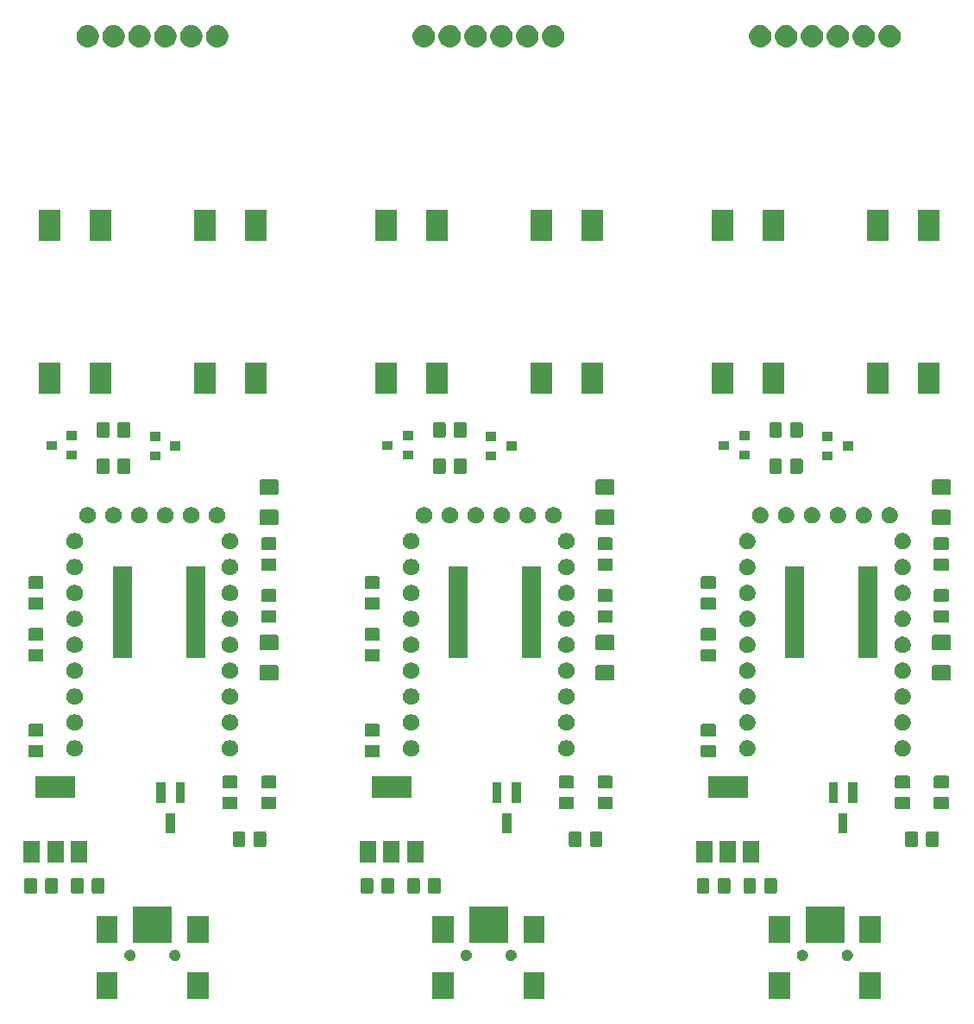
<source format=gbr>
G04 #@! TF.GenerationSoftware,KiCad,Pcbnew,5.0.2+dfsg1-1*
G04 #@! TF.CreationDate,2020-08-23T12:27:17+02:00*
G04 #@! TF.ProjectId,programmer,70726f67-7261-46d6-9d65-722e6b696361,rev?*
G04 #@! TF.SameCoordinates,Original*
G04 #@! TF.FileFunction,Soldermask,Top*
G04 #@! TF.FilePolarity,Negative*
%FSLAX46Y46*%
G04 Gerber Fmt 4.6, Leading zero omitted, Abs format (unit mm)*
G04 Created by KiCad (PCBNEW 5.0.2+dfsg1-1) date Sun 23 Aug 2020 12:27:17 PM CEST*
%MOMM*%
%LPD*%
G01*
G04 APERTURE LIST*
%ADD10C,0.100000*%
G04 APERTURE END LIST*
D10*
G36*
X242951000Y-132531000D02*
X240849000Y-132531000D01*
X240849000Y-129929000D01*
X242951000Y-129929000D01*
X242951000Y-132531000D01*
X242951000Y-132531000D01*
G37*
G36*
X201051000Y-132531000D02*
X198949000Y-132531000D01*
X198949000Y-129929000D01*
X201051000Y-129929000D01*
X201051000Y-132531000D01*
X201051000Y-132531000D01*
G37*
G36*
X209951000Y-132531000D02*
X207849000Y-132531000D01*
X207849000Y-129929000D01*
X209951000Y-129929000D01*
X209951000Y-132531000D01*
X209951000Y-132531000D01*
G37*
G36*
X176951000Y-132531000D02*
X174849000Y-132531000D01*
X174849000Y-129929000D01*
X176951000Y-129929000D01*
X176951000Y-132531000D01*
X176951000Y-132531000D01*
G37*
G36*
X168051000Y-132531000D02*
X165949000Y-132531000D01*
X165949000Y-129929000D01*
X168051000Y-129929000D01*
X168051000Y-132531000D01*
X168051000Y-132531000D01*
G37*
G36*
X234051000Y-132531000D02*
X231949000Y-132531000D01*
X231949000Y-129929000D01*
X234051000Y-129929000D01*
X234051000Y-132531000D01*
X234051000Y-132531000D01*
G37*
G36*
X202410721Y-127700174D02*
X202510995Y-127741709D01*
X202601245Y-127802012D01*
X202677988Y-127878755D01*
X202738291Y-127969005D01*
X202779826Y-128069279D01*
X202801000Y-128175730D01*
X202801000Y-128284270D01*
X202779826Y-128390721D01*
X202738291Y-128490995D01*
X202677988Y-128581245D01*
X202601245Y-128657988D01*
X202510995Y-128718291D01*
X202410721Y-128759826D01*
X202304270Y-128781000D01*
X202195730Y-128781000D01*
X202089279Y-128759826D01*
X201989005Y-128718291D01*
X201898755Y-128657988D01*
X201822012Y-128581245D01*
X201761709Y-128490995D01*
X201720174Y-128390721D01*
X201699000Y-128284270D01*
X201699000Y-128175730D01*
X201720174Y-128069279D01*
X201761709Y-127969005D01*
X201822012Y-127878755D01*
X201898755Y-127802012D01*
X201989005Y-127741709D01*
X202089279Y-127700174D01*
X202195730Y-127679000D01*
X202304270Y-127679000D01*
X202410721Y-127700174D01*
X202410721Y-127700174D01*
G37*
G36*
X239810721Y-127700174D02*
X239910995Y-127741709D01*
X240001245Y-127802012D01*
X240077988Y-127878755D01*
X240138291Y-127969005D01*
X240179826Y-128069279D01*
X240201000Y-128175730D01*
X240201000Y-128284270D01*
X240179826Y-128390721D01*
X240138291Y-128490995D01*
X240077988Y-128581245D01*
X240001245Y-128657988D01*
X239910995Y-128718291D01*
X239810721Y-128759826D01*
X239704270Y-128781000D01*
X239595730Y-128781000D01*
X239489279Y-128759826D01*
X239389005Y-128718291D01*
X239298755Y-128657988D01*
X239222012Y-128581245D01*
X239161709Y-128490995D01*
X239120174Y-128390721D01*
X239099000Y-128284270D01*
X239099000Y-128175730D01*
X239120174Y-128069279D01*
X239161709Y-127969005D01*
X239222012Y-127878755D01*
X239298755Y-127802012D01*
X239389005Y-127741709D01*
X239489279Y-127700174D01*
X239595730Y-127679000D01*
X239704270Y-127679000D01*
X239810721Y-127700174D01*
X239810721Y-127700174D01*
G37*
G36*
X235410721Y-127700174D02*
X235510995Y-127741709D01*
X235601245Y-127802012D01*
X235677988Y-127878755D01*
X235738291Y-127969005D01*
X235779826Y-128069279D01*
X235801000Y-128175730D01*
X235801000Y-128284270D01*
X235779826Y-128390721D01*
X235738291Y-128490995D01*
X235677988Y-128581245D01*
X235601245Y-128657988D01*
X235510995Y-128718291D01*
X235410721Y-128759826D01*
X235304270Y-128781000D01*
X235195730Y-128781000D01*
X235089279Y-128759826D01*
X234989005Y-128718291D01*
X234898755Y-128657988D01*
X234822012Y-128581245D01*
X234761709Y-128490995D01*
X234720174Y-128390721D01*
X234699000Y-128284270D01*
X234699000Y-128175730D01*
X234720174Y-128069279D01*
X234761709Y-127969005D01*
X234822012Y-127878755D01*
X234898755Y-127802012D01*
X234989005Y-127741709D01*
X235089279Y-127700174D01*
X235195730Y-127679000D01*
X235304270Y-127679000D01*
X235410721Y-127700174D01*
X235410721Y-127700174D01*
G37*
G36*
X206810721Y-127700174D02*
X206910995Y-127741709D01*
X207001245Y-127802012D01*
X207077988Y-127878755D01*
X207138291Y-127969005D01*
X207179826Y-128069279D01*
X207201000Y-128175730D01*
X207201000Y-128284270D01*
X207179826Y-128390721D01*
X207138291Y-128490995D01*
X207077988Y-128581245D01*
X207001245Y-128657988D01*
X206910995Y-128718291D01*
X206810721Y-128759826D01*
X206704270Y-128781000D01*
X206595730Y-128781000D01*
X206489279Y-128759826D01*
X206389005Y-128718291D01*
X206298755Y-128657988D01*
X206222012Y-128581245D01*
X206161709Y-128490995D01*
X206120174Y-128390721D01*
X206099000Y-128284270D01*
X206099000Y-128175730D01*
X206120174Y-128069279D01*
X206161709Y-127969005D01*
X206222012Y-127878755D01*
X206298755Y-127802012D01*
X206389005Y-127741709D01*
X206489279Y-127700174D01*
X206595730Y-127679000D01*
X206704270Y-127679000D01*
X206810721Y-127700174D01*
X206810721Y-127700174D01*
G37*
G36*
X173810721Y-127700174D02*
X173910995Y-127741709D01*
X174001245Y-127802012D01*
X174077988Y-127878755D01*
X174138291Y-127969005D01*
X174179826Y-128069279D01*
X174201000Y-128175730D01*
X174201000Y-128284270D01*
X174179826Y-128390721D01*
X174138291Y-128490995D01*
X174077988Y-128581245D01*
X174001245Y-128657988D01*
X173910995Y-128718291D01*
X173810721Y-128759826D01*
X173704270Y-128781000D01*
X173595730Y-128781000D01*
X173489279Y-128759826D01*
X173389005Y-128718291D01*
X173298755Y-128657988D01*
X173222012Y-128581245D01*
X173161709Y-128490995D01*
X173120174Y-128390721D01*
X173099000Y-128284270D01*
X173099000Y-128175730D01*
X173120174Y-128069279D01*
X173161709Y-127969005D01*
X173222012Y-127878755D01*
X173298755Y-127802012D01*
X173389005Y-127741709D01*
X173489279Y-127700174D01*
X173595730Y-127679000D01*
X173704270Y-127679000D01*
X173810721Y-127700174D01*
X173810721Y-127700174D01*
G37*
G36*
X169410721Y-127700174D02*
X169510995Y-127741709D01*
X169601245Y-127802012D01*
X169677988Y-127878755D01*
X169738291Y-127969005D01*
X169779826Y-128069279D01*
X169801000Y-128175730D01*
X169801000Y-128284270D01*
X169779826Y-128390721D01*
X169738291Y-128490995D01*
X169677988Y-128581245D01*
X169601245Y-128657988D01*
X169510995Y-128718291D01*
X169410721Y-128759826D01*
X169304270Y-128781000D01*
X169195730Y-128781000D01*
X169089279Y-128759826D01*
X168989005Y-128718291D01*
X168898755Y-128657988D01*
X168822012Y-128581245D01*
X168761709Y-128490995D01*
X168720174Y-128390721D01*
X168699000Y-128284270D01*
X168699000Y-128175730D01*
X168720174Y-128069279D01*
X168761709Y-127969005D01*
X168822012Y-127878755D01*
X168898755Y-127802012D01*
X168989005Y-127741709D01*
X169089279Y-127700174D01*
X169195730Y-127679000D01*
X169304270Y-127679000D01*
X169410721Y-127700174D01*
X169410721Y-127700174D01*
G37*
G36*
X168051000Y-127031000D02*
X165949000Y-127031000D01*
X165949000Y-124429000D01*
X168051000Y-124429000D01*
X168051000Y-127031000D01*
X168051000Y-127031000D01*
G37*
G36*
X173351000Y-127031000D02*
X169549000Y-127031000D01*
X169549000Y-123429000D01*
X173351000Y-123429000D01*
X173351000Y-127031000D01*
X173351000Y-127031000D01*
G37*
G36*
X176951000Y-127031000D02*
X174849000Y-127031000D01*
X174849000Y-124429000D01*
X176951000Y-124429000D01*
X176951000Y-127031000D01*
X176951000Y-127031000D01*
G37*
G36*
X209951000Y-127031000D02*
X207849000Y-127031000D01*
X207849000Y-124429000D01*
X209951000Y-124429000D01*
X209951000Y-127031000D01*
X209951000Y-127031000D01*
G37*
G36*
X206351000Y-127031000D02*
X202549000Y-127031000D01*
X202549000Y-123429000D01*
X206351000Y-123429000D01*
X206351000Y-127031000D01*
X206351000Y-127031000D01*
G37*
G36*
X242951000Y-127031000D02*
X240849000Y-127031000D01*
X240849000Y-124429000D01*
X242951000Y-124429000D01*
X242951000Y-127031000D01*
X242951000Y-127031000D01*
G37*
G36*
X234051000Y-127031000D02*
X231949000Y-127031000D01*
X231949000Y-124429000D01*
X234051000Y-124429000D01*
X234051000Y-127031000D01*
X234051000Y-127031000D01*
G37*
G36*
X239351000Y-127031000D02*
X235549000Y-127031000D01*
X235549000Y-123429000D01*
X239351000Y-123429000D01*
X239351000Y-127031000D01*
X239351000Y-127031000D01*
G37*
G36*
X201051000Y-127031000D02*
X198949000Y-127031000D01*
X198949000Y-124429000D01*
X201051000Y-124429000D01*
X201051000Y-127031000D01*
X201051000Y-127031000D01*
G37*
G36*
X228016677Y-120665465D02*
X228054364Y-120676898D01*
X228089103Y-120695466D01*
X228119548Y-120720452D01*
X228144534Y-120750897D01*
X228163102Y-120785636D01*
X228174535Y-120823323D01*
X228179000Y-120868661D01*
X228179000Y-121955339D01*
X228174535Y-122000677D01*
X228163102Y-122038364D01*
X228144534Y-122073103D01*
X228119548Y-122103548D01*
X228089103Y-122128534D01*
X228054364Y-122147102D01*
X228016677Y-122158535D01*
X227971339Y-122163000D01*
X227134661Y-122163000D01*
X227089323Y-122158535D01*
X227051636Y-122147102D01*
X227016897Y-122128534D01*
X226986452Y-122103548D01*
X226961466Y-122073103D01*
X226942898Y-122038364D01*
X226931465Y-122000677D01*
X226927000Y-121955339D01*
X226927000Y-120868661D01*
X226931465Y-120823323D01*
X226942898Y-120785636D01*
X226961466Y-120750897D01*
X226986452Y-120720452D01*
X227016897Y-120695466D01*
X227051636Y-120676898D01*
X227089323Y-120665465D01*
X227134661Y-120661000D01*
X227971339Y-120661000D01*
X228016677Y-120665465D01*
X228016677Y-120665465D01*
G37*
G36*
X159966677Y-120665465D02*
X160004364Y-120676898D01*
X160039103Y-120695466D01*
X160069548Y-120720452D01*
X160094534Y-120750897D01*
X160113102Y-120785636D01*
X160124535Y-120823323D01*
X160129000Y-120868661D01*
X160129000Y-121955339D01*
X160124535Y-122000677D01*
X160113102Y-122038364D01*
X160094534Y-122073103D01*
X160069548Y-122103548D01*
X160039103Y-122128534D01*
X160004364Y-122147102D01*
X159966677Y-122158535D01*
X159921339Y-122163000D01*
X159084661Y-122163000D01*
X159039323Y-122158535D01*
X159001636Y-122147102D01*
X158966897Y-122128534D01*
X158936452Y-122103548D01*
X158911466Y-122073103D01*
X158892898Y-122038364D01*
X158881465Y-122000677D01*
X158877000Y-121955339D01*
X158877000Y-120868661D01*
X158881465Y-120823323D01*
X158892898Y-120785636D01*
X158911466Y-120750897D01*
X158936452Y-120720452D01*
X158966897Y-120695466D01*
X159001636Y-120676898D01*
X159039323Y-120665465D01*
X159084661Y-120661000D01*
X159921339Y-120661000D01*
X159966677Y-120665465D01*
X159966677Y-120665465D01*
G37*
G36*
X199588677Y-120665465D02*
X199626364Y-120676898D01*
X199661103Y-120695466D01*
X199691548Y-120720452D01*
X199716534Y-120750897D01*
X199735102Y-120785636D01*
X199746535Y-120823323D01*
X199751000Y-120868661D01*
X199751000Y-121955339D01*
X199746535Y-122000677D01*
X199735102Y-122038364D01*
X199716534Y-122073103D01*
X199691548Y-122103548D01*
X199661103Y-122128534D01*
X199626364Y-122147102D01*
X199588677Y-122158535D01*
X199543339Y-122163000D01*
X198706661Y-122163000D01*
X198661323Y-122158535D01*
X198623636Y-122147102D01*
X198588897Y-122128534D01*
X198558452Y-122103548D01*
X198533466Y-122073103D01*
X198514898Y-122038364D01*
X198503465Y-122000677D01*
X198499000Y-121955339D01*
X198499000Y-120868661D01*
X198503465Y-120823323D01*
X198514898Y-120785636D01*
X198533466Y-120750897D01*
X198558452Y-120720452D01*
X198588897Y-120695466D01*
X198623636Y-120676898D01*
X198661323Y-120665465D01*
X198706661Y-120661000D01*
X199543339Y-120661000D01*
X199588677Y-120665465D01*
X199588677Y-120665465D01*
G37*
G36*
X162016677Y-120665465D02*
X162054364Y-120676898D01*
X162089103Y-120695466D01*
X162119548Y-120720452D01*
X162144534Y-120750897D01*
X162163102Y-120785636D01*
X162174535Y-120823323D01*
X162179000Y-120868661D01*
X162179000Y-121955339D01*
X162174535Y-122000677D01*
X162163102Y-122038364D01*
X162144534Y-122073103D01*
X162119548Y-122103548D01*
X162089103Y-122128534D01*
X162054364Y-122147102D01*
X162016677Y-122158535D01*
X161971339Y-122163000D01*
X161134661Y-122163000D01*
X161089323Y-122158535D01*
X161051636Y-122147102D01*
X161016897Y-122128534D01*
X160986452Y-122103548D01*
X160961466Y-122073103D01*
X160942898Y-122038364D01*
X160931465Y-122000677D01*
X160927000Y-121955339D01*
X160927000Y-120868661D01*
X160931465Y-120823323D01*
X160942898Y-120785636D01*
X160961466Y-120750897D01*
X160986452Y-120720452D01*
X161016897Y-120695466D01*
X161051636Y-120676898D01*
X161089323Y-120665465D01*
X161134661Y-120661000D01*
X161971339Y-120661000D01*
X162016677Y-120665465D01*
X162016677Y-120665465D01*
G37*
G36*
X164538677Y-120665465D02*
X164576364Y-120676898D01*
X164611103Y-120695466D01*
X164641548Y-120720452D01*
X164666534Y-120750897D01*
X164685102Y-120785636D01*
X164696535Y-120823323D01*
X164701000Y-120868661D01*
X164701000Y-121955339D01*
X164696535Y-122000677D01*
X164685102Y-122038364D01*
X164666534Y-122073103D01*
X164641548Y-122103548D01*
X164611103Y-122128534D01*
X164576364Y-122147102D01*
X164538677Y-122158535D01*
X164493339Y-122163000D01*
X163656661Y-122163000D01*
X163611323Y-122158535D01*
X163573636Y-122147102D01*
X163538897Y-122128534D01*
X163508452Y-122103548D01*
X163483466Y-122073103D01*
X163464898Y-122038364D01*
X163453465Y-122000677D01*
X163449000Y-121955339D01*
X163449000Y-120868661D01*
X163453465Y-120823323D01*
X163464898Y-120785636D01*
X163483466Y-120750897D01*
X163508452Y-120720452D01*
X163538897Y-120695466D01*
X163573636Y-120676898D01*
X163611323Y-120665465D01*
X163656661Y-120661000D01*
X164493339Y-120661000D01*
X164538677Y-120665465D01*
X164538677Y-120665465D01*
G37*
G36*
X225966677Y-120665465D02*
X226004364Y-120676898D01*
X226039103Y-120695466D01*
X226069548Y-120720452D01*
X226094534Y-120750897D01*
X226113102Y-120785636D01*
X226124535Y-120823323D01*
X226129000Y-120868661D01*
X226129000Y-121955339D01*
X226124535Y-122000677D01*
X226113102Y-122038364D01*
X226094534Y-122073103D01*
X226069548Y-122103548D01*
X226039103Y-122128534D01*
X226004364Y-122147102D01*
X225966677Y-122158535D01*
X225921339Y-122163000D01*
X225084661Y-122163000D01*
X225039323Y-122158535D01*
X225001636Y-122147102D01*
X224966897Y-122128534D01*
X224936452Y-122103548D01*
X224911466Y-122073103D01*
X224892898Y-122038364D01*
X224881465Y-122000677D01*
X224877000Y-121955339D01*
X224877000Y-120868661D01*
X224881465Y-120823323D01*
X224892898Y-120785636D01*
X224911466Y-120750897D01*
X224936452Y-120720452D01*
X224966897Y-120695466D01*
X225001636Y-120676898D01*
X225039323Y-120665465D01*
X225084661Y-120661000D01*
X225921339Y-120661000D01*
X225966677Y-120665465D01*
X225966677Y-120665465D01*
G37*
G36*
X166588677Y-120665465D02*
X166626364Y-120676898D01*
X166661103Y-120695466D01*
X166691548Y-120720452D01*
X166716534Y-120750897D01*
X166735102Y-120785636D01*
X166746535Y-120823323D01*
X166751000Y-120868661D01*
X166751000Y-121955339D01*
X166746535Y-122000677D01*
X166735102Y-122038364D01*
X166716534Y-122073103D01*
X166691548Y-122103548D01*
X166661103Y-122128534D01*
X166626364Y-122147102D01*
X166588677Y-122158535D01*
X166543339Y-122163000D01*
X165706661Y-122163000D01*
X165661323Y-122158535D01*
X165623636Y-122147102D01*
X165588897Y-122128534D01*
X165558452Y-122103548D01*
X165533466Y-122073103D01*
X165514898Y-122038364D01*
X165503465Y-122000677D01*
X165499000Y-121955339D01*
X165499000Y-120868661D01*
X165503465Y-120823323D01*
X165514898Y-120785636D01*
X165533466Y-120750897D01*
X165558452Y-120720452D01*
X165588897Y-120695466D01*
X165623636Y-120676898D01*
X165661323Y-120665465D01*
X165706661Y-120661000D01*
X166543339Y-120661000D01*
X166588677Y-120665465D01*
X166588677Y-120665465D01*
G37*
G36*
X230538677Y-120665465D02*
X230576364Y-120676898D01*
X230611103Y-120695466D01*
X230641548Y-120720452D01*
X230666534Y-120750897D01*
X230685102Y-120785636D01*
X230696535Y-120823323D01*
X230701000Y-120868661D01*
X230701000Y-121955339D01*
X230696535Y-122000677D01*
X230685102Y-122038364D01*
X230666534Y-122073103D01*
X230641548Y-122103548D01*
X230611103Y-122128534D01*
X230576364Y-122147102D01*
X230538677Y-122158535D01*
X230493339Y-122163000D01*
X229656661Y-122163000D01*
X229611323Y-122158535D01*
X229573636Y-122147102D01*
X229538897Y-122128534D01*
X229508452Y-122103548D01*
X229483466Y-122073103D01*
X229464898Y-122038364D01*
X229453465Y-122000677D01*
X229449000Y-121955339D01*
X229449000Y-120868661D01*
X229453465Y-120823323D01*
X229464898Y-120785636D01*
X229483466Y-120750897D01*
X229508452Y-120720452D01*
X229538897Y-120695466D01*
X229573636Y-120676898D01*
X229611323Y-120665465D01*
X229656661Y-120661000D01*
X230493339Y-120661000D01*
X230538677Y-120665465D01*
X230538677Y-120665465D01*
G37*
G36*
X232588677Y-120665465D02*
X232626364Y-120676898D01*
X232661103Y-120695466D01*
X232691548Y-120720452D01*
X232716534Y-120750897D01*
X232735102Y-120785636D01*
X232746535Y-120823323D01*
X232751000Y-120868661D01*
X232751000Y-121955339D01*
X232746535Y-122000677D01*
X232735102Y-122038364D01*
X232716534Y-122073103D01*
X232691548Y-122103548D01*
X232661103Y-122128534D01*
X232626364Y-122147102D01*
X232588677Y-122158535D01*
X232543339Y-122163000D01*
X231706661Y-122163000D01*
X231661323Y-122158535D01*
X231623636Y-122147102D01*
X231588897Y-122128534D01*
X231558452Y-122103548D01*
X231533466Y-122073103D01*
X231514898Y-122038364D01*
X231503465Y-122000677D01*
X231499000Y-121955339D01*
X231499000Y-120868661D01*
X231503465Y-120823323D01*
X231514898Y-120785636D01*
X231533466Y-120750897D01*
X231558452Y-120720452D01*
X231588897Y-120695466D01*
X231623636Y-120676898D01*
X231661323Y-120665465D01*
X231706661Y-120661000D01*
X232543339Y-120661000D01*
X232588677Y-120665465D01*
X232588677Y-120665465D01*
G37*
G36*
X192966677Y-120665465D02*
X193004364Y-120676898D01*
X193039103Y-120695466D01*
X193069548Y-120720452D01*
X193094534Y-120750897D01*
X193113102Y-120785636D01*
X193124535Y-120823323D01*
X193129000Y-120868661D01*
X193129000Y-121955339D01*
X193124535Y-122000677D01*
X193113102Y-122038364D01*
X193094534Y-122073103D01*
X193069548Y-122103548D01*
X193039103Y-122128534D01*
X193004364Y-122147102D01*
X192966677Y-122158535D01*
X192921339Y-122163000D01*
X192084661Y-122163000D01*
X192039323Y-122158535D01*
X192001636Y-122147102D01*
X191966897Y-122128534D01*
X191936452Y-122103548D01*
X191911466Y-122073103D01*
X191892898Y-122038364D01*
X191881465Y-122000677D01*
X191877000Y-121955339D01*
X191877000Y-120868661D01*
X191881465Y-120823323D01*
X191892898Y-120785636D01*
X191911466Y-120750897D01*
X191936452Y-120720452D01*
X191966897Y-120695466D01*
X192001636Y-120676898D01*
X192039323Y-120665465D01*
X192084661Y-120661000D01*
X192921339Y-120661000D01*
X192966677Y-120665465D01*
X192966677Y-120665465D01*
G37*
G36*
X195016677Y-120665465D02*
X195054364Y-120676898D01*
X195089103Y-120695466D01*
X195119548Y-120720452D01*
X195144534Y-120750897D01*
X195163102Y-120785636D01*
X195174535Y-120823323D01*
X195179000Y-120868661D01*
X195179000Y-121955339D01*
X195174535Y-122000677D01*
X195163102Y-122038364D01*
X195144534Y-122073103D01*
X195119548Y-122103548D01*
X195089103Y-122128534D01*
X195054364Y-122147102D01*
X195016677Y-122158535D01*
X194971339Y-122163000D01*
X194134661Y-122163000D01*
X194089323Y-122158535D01*
X194051636Y-122147102D01*
X194016897Y-122128534D01*
X193986452Y-122103548D01*
X193961466Y-122073103D01*
X193942898Y-122038364D01*
X193931465Y-122000677D01*
X193927000Y-121955339D01*
X193927000Y-120868661D01*
X193931465Y-120823323D01*
X193942898Y-120785636D01*
X193961466Y-120750897D01*
X193986452Y-120720452D01*
X194016897Y-120695466D01*
X194051636Y-120676898D01*
X194089323Y-120665465D01*
X194134661Y-120661000D01*
X194971339Y-120661000D01*
X195016677Y-120665465D01*
X195016677Y-120665465D01*
G37*
G36*
X197538677Y-120665465D02*
X197576364Y-120676898D01*
X197611103Y-120695466D01*
X197641548Y-120720452D01*
X197666534Y-120750897D01*
X197685102Y-120785636D01*
X197696535Y-120823323D01*
X197701000Y-120868661D01*
X197701000Y-121955339D01*
X197696535Y-122000677D01*
X197685102Y-122038364D01*
X197666534Y-122073103D01*
X197641548Y-122103548D01*
X197611103Y-122128534D01*
X197576364Y-122147102D01*
X197538677Y-122158535D01*
X197493339Y-122163000D01*
X196656661Y-122163000D01*
X196611323Y-122158535D01*
X196573636Y-122147102D01*
X196538897Y-122128534D01*
X196508452Y-122103548D01*
X196483466Y-122073103D01*
X196464898Y-122038364D01*
X196453465Y-122000677D01*
X196449000Y-121955339D01*
X196449000Y-120868661D01*
X196453465Y-120823323D01*
X196464898Y-120785636D01*
X196483466Y-120750897D01*
X196508452Y-120720452D01*
X196538897Y-120695466D01*
X196573636Y-120676898D01*
X196611323Y-120665465D01*
X196656661Y-120661000D01*
X197493339Y-120661000D01*
X197538677Y-120665465D01*
X197538677Y-120665465D01*
G37*
G36*
X160426000Y-119111000D02*
X158824000Y-119111000D01*
X158824000Y-117009000D01*
X160426000Y-117009000D01*
X160426000Y-119111000D01*
X160426000Y-119111000D01*
G37*
G36*
X226426000Y-119111000D02*
X224824000Y-119111000D01*
X224824000Y-117009000D01*
X226426000Y-117009000D01*
X226426000Y-119111000D01*
X226426000Y-119111000D01*
G37*
G36*
X228726000Y-119111000D02*
X227124000Y-119111000D01*
X227124000Y-117009000D01*
X228726000Y-117009000D01*
X228726000Y-119111000D01*
X228726000Y-119111000D01*
G37*
G36*
X198026000Y-119111000D02*
X196424000Y-119111000D01*
X196424000Y-117009000D01*
X198026000Y-117009000D01*
X198026000Y-119111000D01*
X198026000Y-119111000D01*
G37*
G36*
X193426000Y-119111000D02*
X191824000Y-119111000D01*
X191824000Y-117009000D01*
X193426000Y-117009000D01*
X193426000Y-119111000D01*
X193426000Y-119111000D01*
G37*
G36*
X162726000Y-119111000D02*
X161124000Y-119111000D01*
X161124000Y-117009000D01*
X162726000Y-117009000D01*
X162726000Y-119111000D01*
X162726000Y-119111000D01*
G37*
G36*
X165026000Y-119111000D02*
X163424000Y-119111000D01*
X163424000Y-117009000D01*
X165026000Y-117009000D01*
X165026000Y-119111000D01*
X165026000Y-119111000D01*
G37*
G36*
X195726000Y-119111000D02*
X194124000Y-119111000D01*
X194124000Y-117009000D01*
X195726000Y-117009000D01*
X195726000Y-119111000D01*
X195726000Y-119111000D01*
G37*
G36*
X231026000Y-119111000D02*
X229424000Y-119111000D01*
X229424000Y-117009000D01*
X231026000Y-117009000D01*
X231026000Y-119111000D01*
X231026000Y-119111000D01*
G37*
G36*
X182463677Y-116093465D02*
X182501364Y-116104898D01*
X182536103Y-116123466D01*
X182566548Y-116148452D01*
X182591534Y-116178897D01*
X182610102Y-116213636D01*
X182621535Y-116251323D01*
X182626000Y-116296661D01*
X182626000Y-117383339D01*
X182621535Y-117428677D01*
X182610102Y-117466364D01*
X182591534Y-117501103D01*
X182566548Y-117531548D01*
X182536103Y-117556534D01*
X182501364Y-117575102D01*
X182463677Y-117586535D01*
X182418339Y-117591000D01*
X181581661Y-117591000D01*
X181536323Y-117586535D01*
X181498636Y-117575102D01*
X181463897Y-117556534D01*
X181433452Y-117531548D01*
X181408466Y-117501103D01*
X181389898Y-117466364D01*
X181378465Y-117428677D01*
X181374000Y-117383339D01*
X181374000Y-116296661D01*
X181378465Y-116251323D01*
X181389898Y-116213636D01*
X181408466Y-116178897D01*
X181433452Y-116148452D01*
X181463897Y-116123466D01*
X181498636Y-116104898D01*
X181536323Y-116093465D01*
X181581661Y-116089000D01*
X182418339Y-116089000D01*
X182463677Y-116093465D01*
X182463677Y-116093465D01*
G37*
G36*
X180413677Y-116093465D02*
X180451364Y-116104898D01*
X180486103Y-116123466D01*
X180516548Y-116148452D01*
X180541534Y-116178897D01*
X180560102Y-116213636D01*
X180571535Y-116251323D01*
X180576000Y-116296661D01*
X180576000Y-117383339D01*
X180571535Y-117428677D01*
X180560102Y-117466364D01*
X180541534Y-117501103D01*
X180516548Y-117531548D01*
X180486103Y-117556534D01*
X180451364Y-117575102D01*
X180413677Y-117586535D01*
X180368339Y-117591000D01*
X179531661Y-117591000D01*
X179486323Y-117586535D01*
X179448636Y-117575102D01*
X179413897Y-117556534D01*
X179383452Y-117531548D01*
X179358466Y-117501103D01*
X179339898Y-117466364D01*
X179328465Y-117428677D01*
X179324000Y-117383339D01*
X179324000Y-116296661D01*
X179328465Y-116251323D01*
X179339898Y-116213636D01*
X179358466Y-116178897D01*
X179383452Y-116148452D01*
X179413897Y-116123466D01*
X179448636Y-116104898D01*
X179486323Y-116093465D01*
X179531661Y-116089000D01*
X180368339Y-116089000D01*
X180413677Y-116093465D01*
X180413677Y-116093465D01*
G37*
G36*
X213413677Y-116093465D02*
X213451364Y-116104898D01*
X213486103Y-116123466D01*
X213516548Y-116148452D01*
X213541534Y-116178897D01*
X213560102Y-116213636D01*
X213571535Y-116251323D01*
X213576000Y-116296661D01*
X213576000Y-117383339D01*
X213571535Y-117428677D01*
X213560102Y-117466364D01*
X213541534Y-117501103D01*
X213516548Y-117531548D01*
X213486103Y-117556534D01*
X213451364Y-117575102D01*
X213413677Y-117586535D01*
X213368339Y-117591000D01*
X212531661Y-117591000D01*
X212486323Y-117586535D01*
X212448636Y-117575102D01*
X212413897Y-117556534D01*
X212383452Y-117531548D01*
X212358466Y-117501103D01*
X212339898Y-117466364D01*
X212328465Y-117428677D01*
X212324000Y-117383339D01*
X212324000Y-116296661D01*
X212328465Y-116251323D01*
X212339898Y-116213636D01*
X212358466Y-116178897D01*
X212383452Y-116148452D01*
X212413897Y-116123466D01*
X212448636Y-116104898D01*
X212486323Y-116093465D01*
X212531661Y-116089000D01*
X213368339Y-116089000D01*
X213413677Y-116093465D01*
X213413677Y-116093465D01*
G37*
G36*
X246413677Y-116093465D02*
X246451364Y-116104898D01*
X246486103Y-116123466D01*
X246516548Y-116148452D01*
X246541534Y-116178897D01*
X246560102Y-116213636D01*
X246571535Y-116251323D01*
X246576000Y-116296661D01*
X246576000Y-117383339D01*
X246571535Y-117428677D01*
X246560102Y-117466364D01*
X246541534Y-117501103D01*
X246516548Y-117531548D01*
X246486103Y-117556534D01*
X246451364Y-117575102D01*
X246413677Y-117586535D01*
X246368339Y-117591000D01*
X245531661Y-117591000D01*
X245486323Y-117586535D01*
X245448636Y-117575102D01*
X245413897Y-117556534D01*
X245383452Y-117531548D01*
X245358466Y-117501103D01*
X245339898Y-117466364D01*
X245328465Y-117428677D01*
X245324000Y-117383339D01*
X245324000Y-116296661D01*
X245328465Y-116251323D01*
X245339898Y-116213636D01*
X245358466Y-116178897D01*
X245383452Y-116148452D01*
X245413897Y-116123466D01*
X245448636Y-116104898D01*
X245486323Y-116093465D01*
X245531661Y-116089000D01*
X246368339Y-116089000D01*
X246413677Y-116093465D01*
X246413677Y-116093465D01*
G37*
G36*
X215463677Y-116093465D02*
X215501364Y-116104898D01*
X215536103Y-116123466D01*
X215566548Y-116148452D01*
X215591534Y-116178897D01*
X215610102Y-116213636D01*
X215621535Y-116251323D01*
X215626000Y-116296661D01*
X215626000Y-117383339D01*
X215621535Y-117428677D01*
X215610102Y-117466364D01*
X215591534Y-117501103D01*
X215566548Y-117531548D01*
X215536103Y-117556534D01*
X215501364Y-117575102D01*
X215463677Y-117586535D01*
X215418339Y-117591000D01*
X214581661Y-117591000D01*
X214536323Y-117586535D01*
X214498636Y-117575102D01*
X214463897Y-117556534D01*
X214433452Y-117531548D01*
X214408466Y-117501103D01*
X214389898Y-117466364D01*
X214378465Y-117428677D01*
X214374000Y-117383339D01*
X214374000Y-116296661D01*
X214378465Y-116251323D01*
X214389898Y-116213636D01*
X214408466Y-116178897D01*
X214433452Y-116148452D01*
X214463897Y-116123466D01*
X214498636Y-116104898D01*
X214536323Y-116093465D01*
X214581661Y-116089000D01*
X215418339Y-116089000D01*
X215463677Y-116093465D01*
X215463677Y-116093465D01*
G37*
G36*
X248463677Y-116093465D02*
X248501364Y-116104898D01*
X248536103Y-116123466D01*
X248566548Y-116148452D01*
X248591534Y-116178897D01*
X248610102Y-116213636D01*
X248621535Y-116251323D01*
X248626000Y-116296661D01*
X248626000Y-117383339D01*
X248621535Y-117428677D01*
X248610102Y-117466364D01*
X248591534Y-117501103D01*
X248566548Y-117531548D01*
X248536103Y-117556534D01*
X248501364Y-117575102D01*
X248463677Y-117586535D01*
X248418339Y-117591000D01*
X247581661Y-117591000D01*
X247536323Y-117586535D01*
X247498636Y-117575102D01*
X247463897Y-117556534D01*
X247433452Y-117531548D01*
X247408466Y-117501103D01*
X247389898Y-117466364D01*
X247378465Y-117428677D01*
X247374000Y-117383339D01*
X247374000Y-116296661D01*
X247378465Y-116251323D01*
X247389898Y-116213636D01*
X247408466Y-116178897D01*
X247433452Y-116148452D01*
X247463897Y-116123466D01*
X247498636Y-116104898D01*
X247536323Y-116093465D01*
X247581661Y-116089000D01*
X248418339Y-116089000D01*
X248463677Y-116093465D01*
X248463677Y-116093465D01*
G37*
G36*
X173679000Y-116293000D02*
X172777000Y-116293000D01*
X172777000Y-114291000D01*
X173679000Y-114291000D01*
X173679000Y-116293000D01*
X173679000Y-116293000D01*
G37*
G36*
X239679000Y-116293000D02*
X238777000Y-116293000D01*
X238777000Y-114291000D01*
X239679000Y-114291000D01*
X239679000Y-116293000D01*
X239679000Y-116293000D01*
G37*
G36*
X206679000Y-116293000D02*
X205777000Y-116293000D01*
X205777000Y-114291000D01*
X206679000Y-114291000D01*
X206679000Y-116293000D01*
X206679000Y-116293000D01*
G37*
G36*
X245658677Y-112680465D02*
X245696364Y-112691898D01*
X245731103Y-112710466D01*
X245761548Y-112735452D01*
X245786534Y-112765897D01*
X245805102Y-112800636D01*
X245816535Y-112838323D01*
X245821000Y-112883661D01*
X245821000Y-113720339D01*
X245816535Y-113765677D01*
X245805102Y-113803364D01*
X245786534Y-113838103D01*
X245761548Y-113868548D01*
X245731103Y-113893534D01*
X245696364Y-113912102D01*
X245658677Y-113923535D01*
X245613339Y-113928000D01*
X244526661Y-113928000D01*
X244481323Y-113923535D01*
X244443636Y-113912102D01*
X244408897Y-113893534D01*
X244378452Y-113868548D01*
X244353466Y-113838103D01*
X244334898Y-113803364D01*
X244323465Y-113765677D01*
X244319000Y-113720339D01*
X244319000Y-112883661D01*
X244323465Y-112838323D01*
X244334898Y-112800636D01*
X244353466Y-112765897D01*
X244378452Y-112735452D01*
X244408897Y-112710466D01*
X244443636Y-112691898D01*
X244481323Y-112680465D01*
X244526661Y-112676000D01*
X245613339Y-112676000D01*
X245658677Y-112680465D01*
X245658677Y-112680465D01*
G37*
G36*
X179658677Y-112680465D02*
X179696364Y-112691898D01*
X179731103Y-112710466D01*
X179761548Y-112735452D01*
X179786534Y-112765897D01*
X179805102Y-112800636D01*
X179816535Y-112838323D01*
X179821000Y-112883661D01*
X179821000Y-113720339D01*
X179816535Y-113765677D01*
X179805102Y-113803364D01*
X179786534Y-113838103D01*
X179761548Y-113868548D01*
X179731103Y-113893534D01*
X179696364Y-113912102D01*
X179658677Y-113923535D01*
X179613339Y-113928000D01*
X178526661Y-113928000D01*
X178481323Y-113923535D01*
X178443636Y-113912102D01*
X178408897Y-113893534D01*
X178378452Y-113868548D01*
X178353466Y-113838103D01*
X178334898Y-113803364D01*
X178323465Y-113765677D01*
X178319000Y-113720339D01*
X178319000Y-112883661D01*
X178323465Y-112838323D01*
X178334898Y-112800636D01*
X178353466Y-112765897D01*
X178378452Y-112735452D01*
X178408897Y-112710466D01*
X178443636Y-112691898D01*
X178481323Y-112680465D01*
X178526661Y-112676000D01*
X179613339Y-112676000D01*
X179658677Y-112680465D01*
X179658677Y-112680465D01*
G37*
G36*
X212658677Y-112680465D02*
X212696364Y-112691898D01*
X212731103Y-112710466D01*
X212761548Y-112735452D01*
X212786534Y-112765897D01*
X212805102Y-112800636D01*
X212816535Y-112838323D01*
X212821000Y-112883661D01*
X212821000Y-113720339D01*
X212816535Y-113765677D01*
X212805102Y-113803364D01*
X212786534Y-113838103D01*
X212761548Y-113868548D01*
X212731103Y-113893534D01*
X212696364Y-113912102D01*
X212658677Y-113923535D01*
X212613339Y-113928000D01*
X211526661Y-113928000D01*
X211481323Y-113923535D01*
X211443636Y-113912102D01*
X211408897Y-113893534D01*
X211378452Y-113868548D01*
X211353466Y-113838103D01*
X211334898Y-113803364D01*
X211323465Y-113765677D01*
X211319000Y-113720339D01*
X211319000Y-112883661D01*
X211323465Y-112838323D01*
X211334898Y-112800636D01*
X211353466Y-112765897D01*
X211378452Y-112735452D01*
X211408897Y-112710466D01*
X211443636Y-112691898D01*
X211481323Y-112680465D01*
X211526661Y-112676000D01*
X212613339Y-112676000D01*
X212658677Y-112680465D01*
X212658677Y-112680465D01*
G37*
G36*
X183468677Y-112671465D02*
X183506364Y-112682898D01*
X183541103Y-112701466D01*
X183571548Y-112726452D01*
X183596534Y-112756897D01*
X183615102Y-112791636D01*
X183626535Y-112829323D01*
X183631000Y-112874661D01*
X183631000Y-113711339D01*
X183626535Y-113756677D01*
X183615102Y-113794364D01*
X183596534Y-113829103D01*
X183571548Y-113859548D01*
X183541103Y-113884534D01*
X183506364Y-113903102D01*
X183468677Y-113914535D01*
X183423339Y-113919000D01*
X182336661Y-113919000D01*
X182291323Y-113914535D01*
X182253636Y-113903102D01*
X182218897Y-113884534D01*
X182188452Y-113859548D01*
X182163466Y-113829103D01*
X182144898Y-113794364D01*
X182133465Y-113756677D01*
X182129000Y-113711339D01*
X182129000Y-112874661D01*
X182133465Y-112829323D01*
X182144898Y-112791636D01*
X182163466Y-112756897D01*
X182188452Y-112726452D01*
X182218897Y-112701466D01*
X182253636Y-112682898D01*
X182291323Y-112671465D01*
X182336661Y-112667000D01*
X183423339Y-112667000D01*
X183468677Y-112671465D01*
X183468677Y-112671465D01*
G37*
G36*
X216468677Y-112671465D02*
X216506364Y-112682898D01*
X216541103Y-112701466D01*
X216571548Y-112726452D01*
X216596534Y-112756897D01*
X216615102Y-112791636D01*
X216626535Y-112829323D01*
X216631000Y-112874661D01*
X216631000Y-113711339D01*
X216626535Y-113756677D01*
X216615102Y-113794364D01*
X216596534Y-113829103D01*
X216571548Y-113859548D01*
X216541103Y-113884534D01*
X216506364Y-113903102D01*
X216468677Y-113914535D01*
X216423339Y-113919000D01*
X215336661Y-113919000D01*
X215291323Y-113914535D01*
X215253636Y-113903102D01*
X215218897Y-113884534D01*
X215188452Y-113859548D01*
X215163466Y-113829103D01*
X215144898Y-113794364D01*
X215133465Y-113756677D01*
X215129000Y-113711339D01*
X215129000Y-112874661D01*
X215133465Y-112829323D01*
X215144898Y-112791636D01*
X215163466Y-112756897D01*
X215188452Y-112726452D01*
X215218897Y-112701466D01*
X215253636Y-112682898D01*
X215291323Y-112671465D01*
X215336661Y-112667000D01*
X216423339Y-112667000D01*
X216468677Y-112671465D01*
X216468677Y-112671465D01*
G37*
G36*
X249468677Y-112671465D02*
X249506364Y-112682898D01*
X249541103Y-112701466D01*
X249571548Y-112726452D01*
X249596534Y-112756897D01*
X249615102Y-112791636D01*
X249626535Y-112829323D01*
X249631000Y-112874661D01*
X249631000Y-113711339D01*
X249626535Y-113756677D01*
X249615102Y-113794364D01*
X249596534Y-113829103D01*
X249571548Y-113859548D01*
X249541103Y-113884534D01*
X249506364Y-113903102D01*
X249468677Y-113914535D01*
X249423339Y-113919000D01*
X248336661Y-113919000D01*
X248291323Y-113914535D01*
X248253636Y-113903102D01*
X248218897Y-113884534D01*
X248188452Y-113859548D01*
X248163466Y-113829103D01*
X248144898Y-113794364D01*
X248133465Y-113756677D01*
X248129000Y-113711339D01*
X248129000Y-112874661D01*
X248133465Y-112829323D01*
X248144898Y-112791636D01*
X248163466Y-112756897D01*
X248188452Y-112726452D01*
X248218897Y-112701466D01*
X248253636Y-112682898D01*
X248291323Y-112671465D01*
X248336661Y-112667000D01*
X249423339Y-112667000D01*
X249468677Y-112671465D01*
X249468677Y-112671465D01*
G37*
G36*
X174629000Y-113293000D02*
X173727000Y-113293000D01*
X173727000Y-111291000D01*
X174629000Y-111291000D01*
X174629000Y-113293000D01*
X174629000Y-113293000D01*
G37*
G36*
X207629000Y-113293000D02*
X206727000Y-113293000D01*
X206727000Y-111291000D01*
X207629000Y-111291000D01*
X207629000Y-113293000D01*
X207629000Y-113293000D01*
G37*
G36*
X205729000Y-113293000D02*
X204827000Y-113293000D01*
X204827000Y-111291000D01*
X205729000Y-111291000D01*
X205729000Y-113293000D01*
X205729000Y-113293000D01*
G37*
G36*
X172729000Y-113293000D02*
X171827000Y-113293000D01*
X171827000Y-111291000D01*
X172729000Y-111291000D01*
X172729000Y-113293000D01*
X172729000Y-113293000D01*
G37*
G36*
X238729000Y-113293000D02*
X237827000Y-113293000D01*
X237827000Y-111291000D01*
X238729000Y-111291000D01*
X238729000Y-113293000D01*
X238729000Y-113293000D01*
G37*
G36*
X240629000Y-113293000D02*
X239727000Y-113293000D01*
X239727000Y-111291000D01*
X240629000Y-111291000D01*
X240629000Y-113293000D01*
X240629000Y-113293000D01*
G37*
G36*
X196876000Y-112811000D02*
X192974000Y-112811000D01*
X192974000Y-110709000D01*
X196876000Y-110709000D01*
X196876000Y-112811000D01*
X196876000Y-112811000D01*
G37*
G36*
X229876000Y-112811000D02*
X225974000Y-112811000D01*
X225974000Y-110709000D01*
X229876000Y-110709000D01*
X229876000Y-112811000D01*
X229876000Y-112811000D01*
G37*
G36*
X163876000Y-112811000D02*
X159974000Y-112811000D01*
X159974000Y-110709000D01*
X163876000Y-110709000D01*
X163876000Y-112811000D01*
X163876000Y-112811000D01*
G37*
G36*
X212658677Y-110630465D02*
X212696364Y-110641898D01*
X212731103Y-110660466D01*
X212761548Y-110685452D01*
X212786534Y-110715897D01*
X212805102Y-110750636D01*
X212816535Y-110788323D01*
X212821000Y-110833661D01*
X212821000Y-111670339D01*
X212816535Y-111715677D01*
X212805102Y-111753364D01*
X212786534Y-111788103D01*
X212761548Y-111818548D01*
X212731103Y-111843534D01*
X212696364Y-111862102D01*
X212658677Y-111873535D01*
X212613339Y-111878000D01*
X211526661Y-111878000D01*
X211481323Y-111873535D01*
X211443636Y-111862102D01*
X211408897Y-111843534D01*
X211378452Y-111818548D01*
X211353466Y-111788103D01*
X211334898Y-111753364D01*
X211323465Y-111715677D01*
X211319000Y-111670339D01*
X211319000Y-110833661D01*
X211323465Y-110788323D01*
X211334898Y-110750636D01*
X211353466Y-110715897D01*
X211378452Y-110685452D01*
X211408897Y-110660466D01*
X211443636Y-110641898D01*
X211481323Y-110630465D01*
X211526661Y-110626000D01*
X212613339Y-110626000D01*
X212658677Y-110630465D01*
X212658677Y-110630465D01*
G37*
G36*
X245658677Y-110630465D02*
X245696364Y-110641898D01*
X245731103Y-110660466D01*
X245761548Y-110685452D01*
X245786534Y-110715897D01*
X245805102Y-110750636D01*
X245816535Y-110788323D01*
X245821000Y-110833661D01*
X245821000Y-111670339D01*
X245816535Y-111715677D01*
X245805102Y-111753364D01*
X245786534Y-111788103D01*
X245761548Y-111818548D01*
X245731103Y-111843534D01*
X245696364Y-111862102D01*
X245658677Y-111873535D01*
X245613339Y-111878000D01*
X244526661Y-111878000D01*
X244481323Y-111873535D01*
X244443636Y-111862102D01*
X244408897Y-111843534D01*
X244378452Y-111818548D01*
X244353466Y-111788103D01*
X244334898Y-111753364D01*
X244323465Y-111715677D01*
X244319000Y-111670339D01*
X244319000Y-110833661D01*
X244323465Y-110788323D01*
X244334898Y-110750636D01*
X244353466Y-110715897D01*
X244378452Y-110685452D01*
X244408897Y-110660466D01*
X244443636Y-110641898D01*
X244481323Y-110630465D01*
X244526661Y-110626000D01*
X245613339Y-110626000D01*
X245658677Y-110630465D01*
X245658677Y-110630465D01*
G37*
G36*
X179658677Y-110630465D02*
X179696364Y-110641898D01*
X179731103Y-110660466D01*
X179761548Y-110685452D01*
X179786534Y-110715897D01*
X179805102Y-110750636D01*
X179816535Y-110788323D01*
X179821000Y-110833661D01*
X179821000Y-111670339D01*
X179816535Y-111715677D01*
X179805102Y-111753364D01*
X179786534Y-111788103D01*
X179761548Y-111818548D01*
X179731103Y-111843534D01*
X179696364Y-111862102D01*
X179658677Y-111873535D01*
X179613339Y-111878000D01*
X178526661Y-111878000D01*
X178481323Y-111873535D01*
X178443636Y-111862102D01*
X178408897Y-111843534D01*
X178378452Y-111818548D01*
X178353466Y-111788103D01*
X178334898Y-111753364D01*
X178323465Y-111715677D01*
X178319000Y-111670339D01*
X178319000Y-110833661D01*
X178323465Y-110788323D01*
X178334898Y-110750636D01*
X178353466Y-110715897D01*
X178378452Y-110685452D01*
X178408897Y-110660466D01*
X178443636Y-110641898D01*
X178481323Y-110630465D01*
X178526661Y-110626000D01*
X179613339Y-110626000D01*
X179658677Y-110630465D01*
X179658677Y-110630465D01*
G37*
G36*
X249468677Y-110621465D02*
X249506364Y-110632898D01*
X249541103Y-110651466D01*
X249571548Y-110676452D01*
X249596534Y-110706897D01*
X249615102Y-110741636D01*
X249626535Y-110779323D01*
X249631000Y-110824661D01*
X249631000Y-111661339D01*
X249626535Y-111706677D01*
X249615102Y-111744364D01*
X249596534Y-111779103D01*
X249571548Y-111809548D01*
X249541103Y-111834534D01*
X249506364Y-111853102D01*
X249468677Y-111864535D01*
X249423339Y-111869000D01*
X248336661Y-111869000D01*
X248291323Y-111864535D01*
X248253636Y-111853102D01*
X248218897Y-111834534D01*
X248188452Y-111809548D01*
X248163466Y-111779103D01*
X248144898Y-111744364D01*
X248133465Y-111706677D01*
X248129000Y-111661339D01*
X248129000Y-110824661D01*
X248133465Y-110779323D01*
X248144898Y-110741636D01*
X248163466Y-110706897D01*
X248188452Y-110676452D01*
X248218897Y-110651466D01*
X248253636Y-110632898D01*
X248291323Y-110621465D01*
X248336661Y-110617000D01*
X249423339Y-110617000D01*
X249468677Y-110621465D01*
X249468677Y-110621465D01*
G37*
G36*
X216468677Y-110621465D02*
X216506364Y-110632898D01*
X216541103Y-110651466D01*
X216571548Y-110676452D01*
X216596534Y-110706897D01*
X216615102Y-110741636D01*
X216626535Y-110779323D01*
X216631000Y-110824661D01*
X216631000Y-111661339D01*
X216626535Y-111706677D01*
X216615102Y-111744364D01*
X216596534Y-111779103D01*
X216571548Y-111809548D01*
X216541103Y-111834534D01*
X216506364Y-111853102D01*
X216468677Y-111864535D01*
X216423339Y-111869000D01*
X215336661Y-111869000D01*
X215291323Y-111864535D01*
X215253636Y-111853102D01*
X215218897Y-111834534D01*
X215188452Y-111809548D01*
X215163466Y-111779103D01*
X215144898Y-111744364D01*
X215133465Y-111706677D01*
X215129000Y-111661339D01*
X215129000Y-110824661D01*
X215133465Y-110779323D01*
X215144898Y-110741636D01*
X215163466Y-110706897D01*
X215188452Y-110676452D01*
X215218897Y-110651466D01*
X215253636Y-110632898D01*
X215291323Y-110621465D01*
X215336661Y-110617000D01*
X216423339Y-110617000D01*
X216468677Y-110621465D01*
X216468677Y-110621465D01*
G37*
G36*
X183468677Y-110621465D02*
X183506364Y-110632898D01*
X183541103Y-110651466D01*
X183571548Y-110676452D01*
X183596534Y-110706897D01*
X183615102Y-110741636D01*
X183626535Y-110779323D01*
X183631000Y-110824661D01*
X183631000Y-111661339D01*
X183626535Y-111706677D01*
X183615102Y-111744364D01*
X183596534Y-111779103D01*
X183571548Y-111809548D01*
X183541103Y-111834534D01*
X183506364Y-111853102D01*
X183468677Y-111864535D01*
X183423339Y-111869000D01*
X182336661Y-111869000D01*
X182291323Y-111864535D01*
X182253636Y-111853102D01*
X182218897Y-111834534D01*
X182188452Y-111809548D01*
X182163466Y-111779103D01*
X182144898Y-111744364D01*
X182133465Y-111706677D01*
X182129000Y-111661339D01*
X182129000Y-110824661D01*
X182133465Y-110779323D01*
X182144898Y-110741636D01*
X182163466Y-110706897D01*
X182188452Y-110676452D01*
X182218897Y-110651466D01*
X182253636Y-110632898D01*
X182291323Y-110621465D01*
X182336661Y-110617000D01*
X183423339Y-110617000D01*
X183468677Y-110621465D01*
X183468677Y-110621465D01*
G37*
G36*
X226608677Y-107600465D02*
X226646364Y-107611898D01*
X226681103Y-107630466D01*
X226711548Y-107655452D01*
X226736534Y-107685897D01*
X226755102Y-107720636D01*
X226766535Y-107758323D01*
X226771000Y-107803661D01*
X226771000Y-108640339D01*
X226766535Y-108685677D01*
X226755102Y-108723364D01*
X226736534Y-108758103D01*
X226711548Y-108788548D01*
X226681103Y-108813534D01*
X226646364Y-108832102D01*
X226608677Y-108843535D01*
X226563339Y-108848000D01*
X225476661Y-108848000D01*
X225431323Y-108843535D01*
X225393636Y-108832102D01*
X225358897Y-108813534D01*
X225328452Y-108788548D01*
X225303466Y-108758103D01*
X225284898Y-108723364D01*
X225273465Y-108685677D01*
X225269000Y-108640339D01*
X225269000Y-107803661D01*
X225273465Y-107758323D01*
X225284898Y-107720636D01*
X225303466Y-107685897D01*
X225328452Y-107655452D01*
X225358897Y-107630466D01*
X225393636Y-107611898D01*
X225431323Y-107600465D01*
X225476661Y-107596000D01*
X226563339Y-107596000D01*
X226608677Y-107600465D01*
X226608677Y-107600465D01*
G37*
G36*
X193608677Y-107600465D02*
X193646364Y-107611898D01*
X193681103Y-107630466D01*
X193711548Y-107655452D01*
X193736534Y-107685897D01*
X193755102Y-107720636D01*
X193766535Y-107758323D01*
X193771000Y-107803661D01*
X193771000Y-108640339D01*
X193766535Y-108685677D01*
X193755102Y-108723364D01*
X193736534Y-108758103D01*
X193711548Y-108788548D01*
X193681103Y-108813534D01*
X193646364Y-108832102D01*
X193608677Y-108843535D01*
X193563339Y-108848000D01*
X192476661Y-108848000D01*
X192431323Y-108843535D01*
X192393636Y-108832102D01*
X192358897Y-108813534D01*
X192328452Y-108788548D01*
X192303466Y-108758103D01*
X192284898Y-108723364D01*
X192273465Y-108685677D01*
X192269000Y-108640339D01*
X192269000Y-107803661D01*
X192273465Y-107758323D01*
X192284898Y-107720636D01*
X192303466Y-107685897D01*
X192328452Y-107655452D01*
X192358897Y-107630466D01*
X192393636Y-107611898D01*
X192431323Y-107600465D01*
X192476661Y-107596000D01*
X193563339Y-107596000D01*
X193608677Y-107600465D01*
X193608677Y-107600465D01*
G37*
G36*
X160608677Y-107600465D02*
X160646364Y-107611898D01*
X160681103Y-107630466D01*
X160711548Y-107655452D01*
X160736534Y-107685897D01*
X160755102Y-107720636D01*
X160766535Y-107758323D01*
X160771000Y-107803661D01*
X160771000Y-108640339D01*
X160766535Y-108685677D01*
X160755102Y-108723364D01*
X160736534Y-108758103D01*
X160711548Y-108788548D01*
X160681103Y-108813534D01*
X160646364Y-108832102D01*
X160608677Y-108843535D01*
X160563339Y-108848000D01*
X159476661Y-108848000D01*
X159431323Y-108843535D01*
X159393636Y-108832102D01*
X159358897Y-108813534D01*
X159328452Y-108788548D01*
X159303466Y-108758103D01*
X159284898Y-108723364D01*
X159273465Y-108685677D01*
X159269000Y-108640339D01*
X159269000Y-107803661D01*
X159273465Y-107758323D01*
X159284898Y-107720636D01*
X159303466Y-107685897D01*
X159328452Y-107655452D01*
X159358897Y-107630466D01*
X159393636Y-107611898D01*
X159431323Y-107600465D01*
X159476661Y-107596000D01*
X160563339Y-107596000D01*
X160608677Y-107600465D01*
X160608677Y-107600465D01*
G37*
G36*
X212307142Y-107168242D02*
X212455102Y-107229530D01*
X212588258Y-107318502D01*
X212701498Y-107431742D01*
X212790470Y-107564898D01*
X212851758Y-107712858D01*
X212883000Y-107869925D01*
X212883000Y-108030075D01*
X212851758Y-108187142D01*
X212790470Y-108335102D01*
X212701498Y-108468258D01*
X212588258Y-108581498D01*
X212455102Y-108670470D01*
X212307142Y-108731758D01*
X212150075Y-108763000D01*
X211989925Y-108763000D01*
X211832858Y-108731758D01*
X211684898Y-108670470D01*
X211551742Y-108581498D01*
X211438502Y-108468258D01*
X211349530Y-108335102D01*
X211288242Y-108187142D01*
X211257000Y-108030075D01*
X211257000Y-107869925D01*
X211288242Y-107712858D01*
X211349530Y-107564898D01*
X211438502Y-107431742D01*
X211551742Y-107318502D01*
X211684898Y-107229530D01*
X211832858Y-107168242D01*
X211989925Y-107137000D01*
X212150075Y-107137000D01*
X212307142Y-107168242D01*
X212307142Y-107168242D01*
G37*
G36*
X245307142Y-107168242D02*
X245455102Y-107229530D01*
X245588258Y-107318502D01*
X245701498Y-107431742D01*
X245790470Y-107564898D01*
X245851758Y-107712858D01*
X245883000Y-107869925D01*
X245883000Y-108030075D01*
X245851758Y-108187142D01*
X245790470Y-108335102D01*
X245701498Y-108468258D01*
X245588258Y-108581498D01*
X245455102Y-108670470D01*
X245307142Y-108731758D01*
X245150075Y-108763000D01*
X244989925Y-108763000D01*
X244832858Y-108731758D01*
X244684898Y-108670470D01*
X244551742Y-108581498D01*
X244438502Y-108468258D01*
X244349530Y-108335102D01*
X244288242Y-108187142D01*
X244257000Y-108030075D01*
X244257000Y-107869925D01*
X244288242Y-107712858D01*
X244349530Y-107564898D01*
X244438502Y-107431742D01*
X244551742Y-107318502D01*
X244684898Y-107229530D01*
X244832858Y-107168242D01*
X244989925Y-107137000D01*
X245150075Y-107137000D01*
X245307142Y-107168242D01*
X245307142Y-107168242D01*
G37*
G36*
X230067142Y-107168242D02*
X230215102Y-107229530D01*
X230348258Y-107318502D01*
X230461498Y-107431742D01*
X230550470Y-107564898D01*
X230611758Y-107712858D01*
X230643000Y-107869925D01*
X230643000Y-108030075D01*
X230611758Y-108187142D01*
X230550470Y-108335102D01*
X230461498Y-108468258D01*
X230348258Y-108581498D01*
X230215102Y-108670470D01*
X230067142Y-108731758D01*
X229910075Y-108763000D01*
X229749925Y-108763000D01*
X229592858Y-108731758D01*
X229444898Y-108670470D01*
X229311742Y-108581498D01*
X229198502Y-108468258D01*
X229109530Y-108335102D01*
X229048242Y-108187142D01*
X229017000Y-108030075D01*
X229017000Y-107869925D01*
X229048242Y-107712858D01*
X229109530Y-107564898D01*
X229198502Y-107431742D01*
X229311742Y-107318502D01*
X229444898Y-107229530D01*
X229592858Y-107168242D01*
X229749925Y-107137000D01*
X229910075Y-107137000D01*
X230067142Y-107168242D01*
X230067142Y-107168242D01*
G37*
G36*
X197067142Y-107168242D02*
X197215102Y-107229530D01*
X197348258Y-107318502D01*
X197461498Y-107431742D01*
X197550470Y-107564898D01*
X197611758Y-107712858D01*
X197643000Y-107869925D01*
X197643000Y-108030075D01*
X197611758Y-108187142D01*
X197550470Y-108335102D01*
X197461498Y-108468258D01*
X197348258Y-108581498D01*
X197215102Y-108670470D01*
X197067142Y-108731758D01*
X196910075Y-108763000D01*
X196749925Y-108763000D01*
X196592858Y-108731758D01*
X196444898Y-108670470D01*
X196311742Y-108581498D01*
X196198502Y-108468258D01*
X196109530Y-108335102D01*
X196048242Y-108187142D01*
X196017000Y-108030075D01*
X196017000Y-107869925D01*
X196048242Y-107712858D01*
X196109530Y-107564898D01*
X196198502Y-107431742D01*
X196311742Y-107318502D01*
X196444898Y-107229530D01*
X196592858Y-107168242D01*
X196749925Y-107137000D01*
X196910075Y-107137000D01*
X197067142Y-107168242D01*
X197067142Y-107168242D01*
G37*
G36*
X179307142Y-107168242D02*
X179455102Y-107229530D01*
X179588258Y-107318502D01*
X179701498Y-107431742D01*
X179790470Y-107564898D01*
X179851758Y-107712858D01*
X179883000Y-107869925D01*
X179883000Y-108030075D01*
X179851758Y-108187142D01*
X179790470Y-108335102D01*
X179701498Y-108468258D01*
X179588258Y-108581498D01*
X179455102Y-108670470D01*
X179307142Y-108731758D01*
X179150075Y-108763000D01*
X178989925Y-108763000D01*
X178832858Y-108731758D01*
X178684898Y-108670470D01*
X178551742Y-108581498D01*
X178438502Y-108468258D01*
X178349530Y-108335102D01*
X178288242Y-108187142D01*
X178257000Y-108030075D01*
X178257000Y-107869925D01*
X178288242Y-107712858D01*
X178349530Y-107564898D01*
X178438502Y-107431742D01*
X178551742Y-107318502D01*
X178684898Y-107229530D01*
X178832858Y-107168242D01*
X178989925Y-107137000D01*
X179150075Y-107137000D01*
X179307142Y-107168242D01*
X179307142Y-107168242D01*
G37*
G36*
X164067142Y-107168242D02*
X164215102Y-107229530D01*
X164348258Y-107318502D01*
X164461498Y-107431742D01*
X164550470Y-107564898D01*
X164611758Y-107712858D01*
X164643000Y-107869925D01*
X164643000Y-108030075D01*
X164611758Y-108187142D01*
X164550470Y-108335102D01*
X164461498Y-108468258D01*
X164348258Y-108581498D01*
X164215102Y-108670470D01*
X164067142Y-108731758D01*
X163910075Y-108763000D01*
X163749925Y-108763000D01*
X163592858Y-108731758D01*
X163444898Y-108670470D01*
X163311742Y-108581498D01*
X163198502Y-108468258D01*
X163109530Y-108335102D01*
X163048242Y-108187142D01*
X163017000Y-108030075D01*
X163017000Y-107869925D01*
X163048242Y-107712858D01*
X163109530Y-107564898D01*
X163198502Y-107431742D01*
X163311742Y-107318502D01*
X163444898Y-107229530D01*
X163592858Y-107168242D01*
X163749925Y-107137000D01*
X163910075Y-107137000D01*
X164067142Y-107168242D01*
X164067142Y-107168242D01*
G37*
G36*
X193608677Y-105550465D02*
X193646364Y-105561898D01*
X193681103Y-105580466D01*
X193711548Y-105605452D01*
X193736534Y-105635897D01*
X193755102Y-105670636D01*
X193766535Y-105708323D01*
X193771000Y-105753661D01*
X193771000Y-106590339D01*
X193766535Y-106635677D01*
X193755102Y-106673364D01*
X193736534Y-106708103D01*
X193711548Y-106738548D01*
X193681103Y-106763534D01*
X193646364Y-106782102D01*
X193608677Y-106793535D01*
X193563339Y-106798000D01*
X192476661Y-106798000D01*
X192431323Y-106793535D01*
X192393636Y-106782102D01*
X192358897Y-106763534D01*
X192328452Y-106738548D01*
X192303466Y-106708103D01*
X192284898Y-106673364D01*
X192273465Y-106635677D01*
X192269000Y-106590339D01*
X192269000Y-105753661D01*
X192273465Y-105708323D01*
X192284898Y-105670636D01*
X192303466Y-105635897D01*
X192328452Y-105605452D01*
X192358897Y-105580466D01*
X192393636Y-105561898D01*
X192431323Y-105550465D01*
X192476661Y-105546000D01*
X193563339Y-105546000D01*
X193608677Y-105550465D01*
X193608677Y-105550465D01*
G37*
G36*
X226608677Y-105550465D02*
X226646364Y-105561898D01*
X226681103Y-105580466D01*
X226711548Y-105605452D01*
X226736534Y-105635897D01*
X226755102Y-105670636D01*
X226766535Y-105708323D01*
X226771000Y-105753661D01*
X226771000Y-106590339D01*
X226766535Y-106635677D01*
X226755102Y-106673364D01*
X226736534Y-106708103D01*
X226711548Y-106738548D01*
X226681103Y-106763534D01*
X226646364Y-106782102D01*
X226608677Y-106793535D01*
X226563339Y-106798000D01*
X225476661Y-106798000D01*
X225431323Y-106793535D01*
X225393636Y-106782102D01*
X225358897Y-106763534D01*
X225328452Y-106738548D01*
X225303466Y-106708103D01*
X225284898Y-106673364D01*
X225273465Y-106635677D01*
X225269000Y-106590339D01*
X225269000Y-105753661D01*
X225273465Y-105708323D01*
X225284898Y-105670636D01*
X225303466Y-105635897D01*
X225328452Y-105605452D01*
X225358897Y-105580466D01*
X225393636Y-105561898D01*
X225431323Y-105550465D01*
X225476661Y-105546000D01*
X226563339Y-105546000D01*
X226608677Y-105550465D01*
X226608677Y-105550465D01*
G37*
G36*
X160608677Y-105550465D02*
X160646364Y-105561898D01*
X160681103Y-105580466D01*
X160711548Y-105605452D01*
X160736534Y-105635897D01*
X160755102Y-105670636D01*
X160766535Y-105708323D01*
X160771000Y-105753661D01*
X160771000Y-106590339D01*
X160766535Y-106635677D01*
X160755102Y-106673364D01*
X160736534Y-106708103D01*
X160711548Y-106738548D01*
X160681103Y-106763534D01*
X160646364Y-106782102D01*
X160608677Y-106793535D01*
X160563339Y-106798000D01*
X159476661Y-106798000D01*
X159431323Y-106793535D01*
X159393636Y-106782102D01*
X159358897Y-106763534D01*
X159328452Y-106738548D01*
X159303466Y-106708103D01*
X159284898Y-106673364D01*
X159273465Y-106635677D01*
X159269000Y-106590339D01*
X159269000Y-105753661D01*
X159273465Y-105708323D01*
X159284898Y-105670636D01*
X159303466Y-105635897D01*
X159328452Y-105605452D01*
X159358897Y-105580466D01*
X159393636Y-105561898D01*
X159431323Y-105550465D01*
X159476661Y-105546000D01*
X160563339Y-105546000D01*
X160608677Y-105550465D01*
X160608677Y-105550465D01*
G37*
G36*
X179307142Y-104628242D02*
X179455102Y-104689530D01*
X179588258Y-104778502D01*
X179701498Y-104891742D01*
X179790470Y-105024898D01*
X179851758Y-105172858D01*
X179883000Y-105329925D01*
X179883000Y-105490075D01*
X179851758Y-105647142D01*
X179790470Y-105795102D01*
X179701498Y-105928258D01*
X179588258Y-106041498D01*
X179455102Y-106130470D01*
X179307142Y-106191758D01*
X179150075Y-106223000D01*
X178989925Y-106223000D01*
X178832858Y-106191758D01*
X178684898Y-106130470D01*
X178551742Y-106041498D01*
X178438502Y-105928258D01*
X178349530Y-105795102D01*
X178288242Y-105647142D01*
X178257000Y-105490075D01*
X178257000Y-105329925D01*
X178288242Y-105172858D01*
X178349530Y-105024898D01*
X178438502Y-104891742D01*
X178551742Y-104778502D01*
X178684898Y-104689530D01*
X178832858Y-104628242D01*
X178989925Y-104597000D01*
X179150075Y-104597000D01*
X179307142Y-104628242D01*
X179307142Y-104628242D01*
G37*
G36*
X230067142Y-104628242D02*
X230215102Y-104689530D01*
X230348258Y-104778502D01*
X230461498Y-104891742D01*
X230550470Y-105024898D01*
X230611758Y-105172858D01*
X230643000Y-105329925D01*
X230643000Y-105490075D01*
X230611758Y-105647142D01*
X230550470Y-105795102D01*
X230461498Y-105928258D01*
X230348258Y-106041498D01*
X230215102Y-106130470D01*
X230067142Y-106191758D01*
X229910075Y-106223000D01*
X229749925Y-106223000D01*
X229592858Y-106191758D01*
X229444898Y-106130470D01*
X229311742Y-106041498D01*
X229198502Y-105928258D01*
X229109530Y-105795102D01*
X229048242Y-105647142D01*
X229017000Y-105490075D01*
X229017000Y-105329925D01*
X229048242Y-105172858D01*
X229109530Y-105024898D01*
X229198502Y-104891742D01*
X229311742Y-104778502D01*
X229444898Y-104689530D01*
X229592858Y-104628242D01*
X229749925Y-104597000D01*
X229910075Y-104597000D01*
X230067142Y-104628242D01*
X230067142Y-104628242D01*
G37*
G36*
X245307142Y-104628242D02*
X245455102Y-104689530D01*
X245588258Y-104778502D01*
X245701498Y-104891742D01*
X245790470Y-105024898D01*
X245851758Y-105172858D01*
X245883000Y-105329925D01*
X245883000Y-105490075D01*
X245851758Y-105647142D01*
X245790470Y-105795102D01*
X245701498Y-105928258D01*
X245588258Y-106041498D01*
X245455102Y-106130470D01*
X245307142Y-106191758D01*
X245150075Y-106223000D01*
X244989925Y-106223000D01*
X244832858Y-106191758D01*
X244684898Y-106130470D01*
X244551742Y-106041498D01*
X244438502Y-105928258D01*
X244349530Y-105795102D01*
X244288242Y-105647142D01*
X244257000Y-105490075D01*
X244257000Y-105329925D01*
X244288242Y-105172858D01*
X244349530Y-105024898D01*
X244438502Y-104891742D01*
X244551742Y-104778502D01*
X244684898Y-104689530D01*
X244832858Y-104628242D01*
X244989925Y-104597000D01*
X245150075Y-104597000D01*
X245307142Y-104628242D01*
X245307142Y-104628242D01*
G37*
G36*
X164067142Y-104628242D02*
X164215102Y-104689530D01*
X164348258Y-104778502D01*
X164461498Y-104891742D01*
X164550470Y-105024898D01*
X164611758Y-105172858D01*
X164643000Y-105329925D01*
X164643000Y-105490075D01*
X164611758Y-105647142D01*
X164550470Y-105795102D01*
X164461498Y-105928258D01*
X164348258Y-106041498D01*
X164215102Y-106130470D01*
X164067142Y-106191758D01*
X163910075Y-106223000D01*
X163749925Y-106223000D01*
X163592858Y-106191758D01*
X163444898Y-106130470D01*
X163311742Y-106041498D01*
X163198502Y-105928258D01*
X163109530Y-105795102D01*
X163048242Y-105647142D01*
X163017000Y-105490075D01*
X163017000Y-105329925D01*
X163048242Y-105172858D01*
X163109530Y-105024898D01*
X163198502Y-104891742D01*
X163311742Y-104778502D01*
X163444898Y-104689530D01*
X163592858Y-104628242D01*
X163749925Y-104597000D01*
X163910075Y-104597000D01*
X164067142Y-104628242D01*
X164067142Y-104628242D01*
G37*
G36*
X212307142Y-104628242D02*
X212455102Y-104689530D01*
X212588258Y-104778502D01*
X212701498Y-104891742D01*
X212790470Y-105024898D01*
X212851758Y-105172858D01*
X212883000Y-105329925D01*
X212883000Y-105490075D01*
X212851758Y-105647142D01*
X212790470Y-105795102D01*
X212701498Y-105928258D01*
X212588258Y-106041498D01*
X212455102Y-106130470D01*
X212307142Y-106191758D01*
X212150075Y-106223000D01*
X211989925Y-106223000D01*
X211832858Y-106191758D01*
X211684898Y-106130470D01*
X211551742Y-106041498D01*
X211438502Y-105928258D01*
X211349530Y-105795102D01*
X211288242Y-105647142D01*
X211257000Y-105490075D01*
X211257000Y-105329925D01*
X211288242Y-105172858D01*
X211349530Y-105024898D01*
X211438502Y-104891742D01*
X211551742Y-104778502D01*
X211684898Y-104689530D01*
X211832858Y-104628242D01*
X211989925Y-104597000D01*
X212150075Y-104597000D01*
X212307142Y-104628242D01*
X212307142Y-104628242D01*
G37*
G36*
X197067142Y-104628242D02*
X197215102Y-104689530D01*
X197348258Y-104778502D01*
X197461498Y-104891742D01*
X197550470Y-105024898D01*
X197611758Y-105172858D01*
X197643000Y-105329925D01*
X197643000Y-105490075D01*
X197611758Y-105647142D01*
X197550470Y-105795102D01*
X197461498Y-105928258D01*
X197348258Y-106041498D01*
X197215102Y-106130470D01*
X197067142Y-106191758D01*
X196910075Y-106223000D01*
X196749925Y-106223000D01*
X196592858Y-106191758D01*
X196444898Y-106130470D01*
X196311742Y-106041498D01*
X196198502Y-105928258D01*
X196109530Y-105795102D01*
X196048242Y-105647142D01*
X196017000Y-105490075D01*
X196017000Y-105329925D01*
X196048242Y-105172858D01*
X196109530Y-105024898D01*
X196198502Y-104891742D01*
X196311742Y-104778502D01*
X196444898Y-104689530D01*
X196592858Y-104628242D01*
X196749925Y-104597000D01*
X196910075Y-104597000D01*
X197067142Y-104628242D01*
X197067142Y-104628242D01*
G37*
G36*
X212307142Y-102088242D02*
X212455102Y-102149530D01*
X212588258Y-102238502D01*
X212701498Y-102351742D01*
X212790470Y-102484898D01*
X212851758Y-102632858D01*
X212883000Y-102789925D01*
X212883000Y-102950075D01*
X212851758Y-103107142D01*
X212790470Y-103255102D01*
X212701498Y-103388258D01*
X212588258Y-103501498D01*
X212455102Y-103590470D01*
X212307142Y-103651758D01*
X212150075Y-103683000D01*
X211989925Y-103683000D01*
X211832858Y-103651758D01*
X211684898Y-103590470D01*
X211551742Y-103501498D01*
X211438502Y-103388258D01*
X211349530Y-103255102D01*
X211288242Y-103107142D01*
X211257000Y-102950075D01*
X211257000Y-102789925D01*
X211288242Y-102632858D01*
X211349530Y-102484898D01*
X211438502Y-102351742D01*
X211551742Y-102238502D01*
X211684898Y-102149530D01*
X211832858Y-102088242D01*
X211989925Y-102057000D01*
X212150075Y-102057000D01*
X212307142Y-102088242D01*
X212307142Y-102088242D01*
G37*
G36*
X197067142Y-102088242D02*
X197215102Y-102149530D01*
X197348258Y-102238502D01*
X197461498Y-102351742D01*
X197550470Y-102484898D01*
X197611758Y-102632858D01*
X197643000Y-102789925D01*
X197643000Y-102950075D01*
X197611758Y-103107142D01*
X197550470Y-103255102D01*
X197461498Y-103388258D01*
X197348258Y-103501498D01*
X197215102Y-103590470D01*
X197067142Y-103651758D01*
X196910075Y-103683000D01*
X196749925Y-103683000D01*
X196592858Y-103651758D01*
X196444898Y-103590470D01*
X196311742Y-103501498D01*
X196198502Y-103388258D01*
X196109530Y-103255102D01*
X196048242Y-103107142D01*
X196017000Y-102950075D01*
X196017000Y-102789925D01*
X196048242Y-102632858D01*
X196109530Y-102484898D01*
X196198502Y-102351742D01*
X196311742Y-102238502D01*
X196444898Y-102149530D01*
X196592858Y-102088242D01*
X196749925Y-102057000D01*
X196910075Y-102057000D01*
X197067142Y-102088242D01*
X197067142Y-102088242D01*
G37*
G36*
X164067142Y-102088242D02*
X164215102Y-102149530D01*
X164348258Y-102238502D01*
X164461498Y-102351742D01*
X164550470Y-102484898D01*
X164611758Y-102632858D01*
X164643000Y-102789925D01*
X164643000Y-102950075D01*
X164611758Y-103107142D01*
X164550470Y-103255102D01*
X164461498Y-103388258D01*
X164348258Y-103501498D01*
X164215102Y-103590470D01*
X164067142Y-103651758D01*
X163910075Y-103683000D01*
X163749925Y-103683000D01*
X163592858Y-103651758D01*
X163444898Y-103590470D01*
X163311742Y-103501498D01*
X163198502Y-103388258D01*
X163109530Y-103255102D01*
X163048242Y-103107142D01*
X163017000Y-102950075D01*
X163017000Y-102789925D01*
X163048242Y-102632858D01*
X163109530Y-102484898D01*
X163198502Y-102351742D01*
X163311742Y-102238502D01*
X163444898Y-102149530D01*
X163592858Y-102088242D01*
X163749925Y-102057000D01*
X163910075Y-102057000D01*
X164067142Y-102088242D01*
X164067142Y-102088242D01*
G37*
G36*
X179307142Y-102088242D02*
X179455102Y-102149530D01*
X179588258Y-102238502D01*
X179701498Y-102351742D01*
X179790470Y-102484898D01*
X179851758Y-102632858D01*
X179883000Y-102789925D01*
X179883000Y-102950075D01*
X179851758Y-103107142D01*
X179790470Y-103255102D01*
X179701498Y-103388258D01*
X179588258Y-103501498D01*
X179455102Y-103590470D01*
X179307142Y-103651758D01*
X179150075Y-103683000D01*
X178989925Y-103683000D01*
X178832858Y-103651758D01*
X178684898Y-103590470D01*
X178551742Y-103501498D01*
X178438502Y-103388258D01*
X178349530Y-103255102D01*
X178288242Y-103107142D01*
X178257000Y-102950075D01*
X178257000Y-102789925D01*
X178288242Y-102632858D01*
X178349530Y-102484898D01*
X178438502Y-102351742D01*
X178551742Y-102238502D01*
X178684898Y-102149530D01*
X178832858Y-102088242D01*
X178989925Y-102057000D01*
X179150075Y-102057000D01*
X179307142Y-102088242D01*
X179307142Y-102088242D01*
G37*
G36*
X230067142Y-102088242D02*
X230215102Y-102149530D01*
X230348258Y-102238502D01*
X230461498Y-102351742D01*
X230550470Y-102484898D01*
X230611758Y-102632858D01*
X230643000Y-102789925D01*
X230643000Y-102950075D01*
X230611758Y-103107142D01*
X230550470Y-103255102D01*
X230461498Y-103388258D01*
X230348258Y-103501498D01*
X230215102Y-103590470D01*
X230067142Y-103651758D01*
X229910075Y-103683000D01*
X229749925Y-103683000D01*
X229592858Y-103651758D01*
X229444898Y-103590470D01*
X229311742Y-103501498D01*
X229198502Y-103388258D01*
X229109530Y-103255102D01*
X229048242Y-103107142D01*
X229017000Y-102950075D01*
X229017000Y-102789925D01*
X229048242Y-102632858D01*
X229109530Y-102484898D01*
X229198502Y-102351742D01*
X229311742Y-102238502D01*
X229444898Y-102149530D01*
X229592858Y-102088242D01*
X229749925Y-102057000D01*
X229910075Y-102057000D01*
X230067142Y-102088242D01*
X230067142Y-102088242D01*
G37*
G36*
X245307142Y-102088242D02*
X245455102Y-102149530D01*
X245588258Y-102238502D01*
X245701498Y-102351742D01*
X245790470Y-102484898D01*
X245851758Y-102632858D01*
X245883000Y-102789925D01*
X245883000Y-102950075D01*
X245851758Y-103107142D01*
X245790470Y-103255102D01*
X245701498Y-103388258D01*
X245588258Y-103501498D01*
X245455102Y-103590470D01*
X245307142Y-103651758D01*
X245150075Y-103683000D01*
X244989925Y-103683000D01*
X244832858Y-103651758D01*
X244684898Y-103590470D01*
X244551742Y-103501498D01*
X244438502Y-103388258D01*
X244349530Y-103255102D01*
X244288242Y-103107142D01*
X244257000Y-102950075D01*
X244257000Y-102789925D01*
X244288242Y-102632858D01*
X244349530Y-102484898D01*
X244438502Y-102351742D01*
X244551742Y-102238502D01*
X244684898Y-102149530D01*
X244832858Y-102088242D01*
X244989925Y-102057000D01*
X245150075Y-102057000D01*
X245307142Y-102088242D01*
X245307142Y-102088242D01*
G37*
G36*
X183655562Y-99788181D02*
X183690477Y-99798773D01*
X183722665Y-99815978D01*
X183750873Y-99839127D01*
X183774022Y-99867335D01*
X183791227Y-99899523D01*
X183801819Y-99934438D01*
X183806000Y-99976895D01*
X183806000Y-101118105D01*
X183801819Y-101160562D01*
X183791227Y-101195477D01*
X183774022Y-101227665D01*
X183750873Y-101255873D01*
X183722665Y-101279022D01*
X183690477Y-101296227D01*
X183655562Y-101306819D01*
X183613105Y-101311000D01*
X182146895Y-101311000D01*
X182104438Y-101306819D01*
X182069523Y-101296227D01*
X182037335Y-101279022D01*
X182009127Y-101255873D01*
X181985978Y-101227665D01*
X181968773Y-101195477D01*
X181958181Y-101160562D01*
X181954000Y-101118105D01*
X181954000Y-99976895D01*
X181958181Y-99934438D01*
X181968773Y-99899523D01*
X181985978Y-99867335D01*
X182009127Y-99839127D01*
X182037335Y-99815978D01*
X182069523Y-99798773D01*
X182104438Y-99788181D01*
X182146895Y-99784000D01*
X183613105Y-99784000D01*
X183655562Y-99788181D01*
X183655562Y-99788181D01*
G37*
G36*
X216655562Y-99788181D02*
X216690477Y-99798773D01*
X216722665Y-99815978D01*
X216750873Y-99839127D01*
X216774022Y-99867335D01*
X216791227Y-99899523D01*
X216801819Y-99934438D01*
X216806000Y-99976895D01*
X216806000Y-101118105D01*
X216801819Y-101160562D01*
X216791227Y-101195477D01*
X216774022Y-101227665D01*
X216750873Y-101255873D01*
X216722665Y-101279022D01*
X216690477Y-101296227D01*
X216655562Y-101306819D01*
X216613105Y-101311000D01*
X215146895Y-101311000D01*
X215104438Y-101306819D01*
X215069523Y-101296227D01*
X215037335Y-101279022D01*
X215009127Y-101255873D01*
X214985978Y-101227665D01*
X214968773Y-101195477D01*
X214958181Y-101160562D01*
X214954000Y-101118105D01*
X214954000Y-99976895D01*
X214958181Y-99934438D01*
X214968773Y-99899523D01*
X214985978Y-99867335D01*
X215009127Y-99839127D01*
X215037335Y-99815978D01*
X215069523Y-99798773D01*
X215104438Y-99788181D01*
X215146895Y-99784000D01*
X216613105Y-99784000D01*
X216655562Y-99788181D01*
X216655562Y-99788181D01*
G37*
G36*
X249655562Y-99788181D02*
X249690477Y-99798773D01*
X249722665Y-99815978D01*
X249750873Y-99839127D01*
X249774022Y-99867335D01*
X249791227Y-99899523D01*
X249801819Y-99934438D01*
X249806000Y-99976895D01*
X249806000Y-101118105D01*
X249801819Y-101160562D01*
X249791227Y-101195477D01*
X249774022Y-101227665D01*
X249750873Y-101255873D01*
X249722665Y-101279022D01*
X249690477Y-101296227D01*
X249655562Y-101306819D01*
X249613105Y-101311000D01*
X248146895Y-101311000D01*
X248104438Y-101306819D01*
X248069523Y-101296227D01*
X248037335Y-101279022D01*
X248009127Y-101255873D01*
X247985978Y-101227665D01*
X247968773Y-101195477D01*
X247958181Y-101160562D01*
X247954000Y-101118105D01*
X247954000Y-99976895D01*
X247958181Y-99934438D01*
X247968773Y-99899523D01*
X247985978Y-99867335D01*
X248009127Y-99839127D01*
X248037335Y-99815978D01*
X248069523Y-99798773D01*
X248104438Y-99788181D01*
X248146895Y-99784000D01*
X249613105Y-99784000D01*
X249655562Y-99788181D01*
X249655562Y-99788181D01*
G37*
G36*
X164067142Y-99548242D02*
X164215102Y-99609530D01*
X164282130Y-99654317D01*
X164348257Y-99698501D01*
X164461499Y-99811743D01*
X164479796Y-99839127D01*
X164550470Y-99944898D01*
X164611758Y-100092858D01*
X164643000Y-100249925D01*
X164643000Y-100410075D01*
X164611758Y-100567142D01*
X164550470Y-100715102D01*
X164461498Y-100848258D01*
X164348258Y-100961498D01*
X164215102Y-101050470D01*
X164067142Y-101111758D01*
X163910075Y-101143000D01*
X163749925Y-101143000D01*
X163592858Y-101111758D01*
X163444898Y-101050470D01*
X163311742Y-100961498D01*
X163198502Y-100848258D01*
X163109530Y-100715102D01*
X163048242Y-100567142D01*
X163017000Y-100410075D01*
X163017000Y-100249925D01*
X163048242Y-100092858D01*
X163109530Y-99944898D01*
X163180204Y-99839127D01*
X163198501Y-99811743D01*
X163311743Y-99698501D01*
X163377870Y-99654317D01*
X163444898Y-99609530D01*
X163592858Y-99548242D01*
X163749925Y-99517000D01*
X163910075Y-99517000D01*
X164067142Y-99548242D01*
X164067142Y-99548242D01*
G37*
G36*
X230067142Y-99548242D02*
X230215102Y-99609530D01*
X230282130Y-99654317D01*
X230348257Y-99698501D01*
X230461499Y-99811743D01*
X230479796Y-99839127D01*
X230550470Y-99944898D01*
X230611758Y-100092858D01*
X230643000Y-100249925D01*
X230643000Y-100410075D01*
X230611758Y-100567142D01*
X230550470Y-100715102D01*
X230461498Y-100848258D01*
X230348258Y-100961498D01*
X230215102Y-101050470D01*
X230067142Y-101111758D01*
X229910075Y-101143000D01*
X229749925Y-101143000D01*
X229592858Y-101111758D01*
X229444898Y-101050470D01*
X229311742Y-100961498D01*
X229198502Y-100848258D01*
X229109530Y-100715102D01*
X229048242Y-100567142D01*
X229017000Y-100410075D01*
X229017000Y-100249925D01*
X229048242Y-100092858D01*
X229109530Y-99944898D01*
X229180204Y-99839127D01*
X229198501Y-99811743D01*
X229311743Y-99698501D01*
X229377870Y-99654317D01*
X229444898Y-99609530D01*
X229592858Y-99548242D01*
X229749925Y-99517000D01*
X229910075Y-99517000D01*
X230067142Y-99548242D01*
X230067142Y-99548242D01*
G37*
G36*
X245307142Y-99548242D02*
X245455102Y-99609530D01*
X245522130Y-99654317D01*
X245588257Y-99698501D01*
X245701499Y-99811743D01*
X245719796Y-99839127D01*
X245790470Y-99944898D01*
X245851758Y-100092858D01*
X245883000Y-100249925D01*
X245883000Y-100410075D01*
X245851758Y-100567142D01*
X245790470Y-100715102D01*
X245701498Y-100848258D01*
X245588258Y-100961498D01*
X245455102Y-101050470D01*
X245307142Y-101111758D01*
X245150075Y-101143000D01*
X244989925Y-101143000D01*
X244832858Y-101111758D01*
X244684898Y-101050470D01*
X244551742Y-100961498D01*
X244438502Y-100848258D01*
X244349530Y-100715102D01*
X244288242Y-100567142D01*
X244257000Y-100410075D01*
X244257000Y-100249925D01*
X244288242Y-100092858D01*
X244349530Y-99944898D01*
X244420204Y-99839127D01*
X244438501Y-99811743D01*
X244551743Y-99698501D01*
X244617870Y-99654317D01*
X244684898Y-99609530D01*
X244832858Y-99548242D01*
X244989925Y-99517000D01*
X245150075Y-99517000D01*
X245307142Y-99548242D01*
X245307142Y-99548242D01*
G37*
G36*
X212307142Y-99548242D02*
X212455102Y-99609530D01*
X212522130Y-99654317D01*
X212588257Y-99698501D01*
X212701499Y-99811743D01*
X212719796Y-99839127D01*
X212790470Y-99944898D01*
X212851758Y-100092858D01*
X212883000Y-100249925D01*
X212883000Y-100410075D01*
X212851758Y-100567142D01*
X212790470Y-100715102D01*
X212701498Y-100848258D01*
X212588258Y-100961498D01*
X212455102Y-101050470D01*
X212307142Y-101111758D01*
X212150075Y-101143000D01*
X211989925Y-101143000D01*
X211832858Y-101111758D01*
X211684898Y-101050470D01*
X211551742Y-100961498D01*
X211438502Y-100848258D01*
X211349530Y-100715102D01*
X211288242Y-100567142D01*
X211257000Y-100410075D01*
X211257000Y-100249925D01*
X211288242Y-100092858D01*
X211349530Y-99944898D01*
X211420204Y-99839127D01*
X211438501Y-99811743D01*
X211551743Y-99698501D01*
X211617870Y-99654317D01*
X211684898Y-99609530D01*
X211832858Y-99548242D01*
X211989925Y-99517000D01*
X212150075Y-99517000D01*
X212307142Y-99548242D01*
X212307142Y-99548242D01*
G37*
G36*
X197067142Y-99548242D02*
X197215102Y-99609530D01*
X197282130Y-99654317D01*
X197348257Y-99698501D01*
X197461499Y-99811743D01*
X197479796Y-99839127D01*
X197550470Y-99944898D01*
X197611758Y-100092858D01*
X197643000Y-100249925D01*
X197643000Y-100410075D01*
X197611758Y-100567142D01*
X197550470Y-100715102D01*
X197461498Y-100848258D01*
X197348258Y-100961498D01*
X197215102Y-101050470D01*
X197067142Y-101111758D01*
X196910075Y-101143000D01*
X196749925Y-101143000D01*
X196592858Y-101111758D01*
X196444898Y-101050470D01*
X196311742Y-100961498D01*
X196198502Y-100848258D01*
X196109530Y-100715102D01*
X196048242Y-100567142D01*
X196017000Y-100410075D01*
X196017000Y-100249925D01*
X196048242Y-100092858D01*
X196109530Y-99944898D01*
X196180204Y-99839127D01*
X196198501Y-99811743D01*
X196311743Y-99698501D01*
X196377870Y-99654317D01*
X196444898Y-99609530D01*
X196592858Y-99548242D01*
X196749925Y-99517000D01*
X196910075Y-99517000D01*
X197067142Y-99548242D01*
X197067142Y-99548242D01*
G37*
G36*
X179307142Y-99548242D02*
X179455102Y-99609530D01*
X179522130Y-99654317D01*
X179588257Y-99698501D01*
X179701499Y-99811743D01*
X179719796Y-99839127D01*
X179790470Y-99944898D01*
X179851758Y-100092858D01*
X179883000Y-100249925D01*
X179883000Y-100410075D01*
X179851758Y-100567142D01*
X179790470Y-100715102D01*
X179701498Y-100848258D01*
X179588258Y-100961498D01*
X179455102Y-101050470D01*
X179307142Y-101111758D01*
X179150075Y-101143000D01*
X178989925Y-101143000D01*
X178832858Y-101111758D01*
X178684898Y-101050470D01*
X178551742Y-100961498D01*
X178438502Y-100848258D01*
X178349530Y-100715102D01*
X178288242Y-100567142D01*
X178257000Y-100410075D01*
X178257000Y-100249925D01*
X178288242Y-100092858D01*
X178349530Y-99944898D01*
X178420204Y-99839127D01*
X178438501Y-99811743D01*
X178551743Y-99698501D01*
X178617870Y-99654317D01*
X178684898Y-99609530D01*
X178832858Y-99548242D01*
X178989925Y-99517000D01*
X179150075Y-99517000D01*
X179307142Y-99548242D01*
X179307142Y-99548242D01*
G37*
G36*
X160608677Y-98193465D02*
X160646364Y-98204898D01*
X160681103Y-98223466D01*
X160711548Y-98248452D01*
X160736534Y-98278897D01*
X160755102Y-98313636D01*
X160766535Y-98351323D01*
X160771000Y-98396661D01*
X160771000Y-99233339D01*
X160766535Y-99278677D01*
X160755102Y-99316364D01*
X160736534Y-99351103D01*
X160711548Y-99381548D01*
X160681103Y-99406534D01*
X160646364Y-99425102D01*
X160608677Y-99436535D01*
X160563339Y-99441000D01*
X159476661Y-99441000D01*
X159431323Y-99436535D01*
X159393636Y-99425102D01*
X159358897Y-99406534D01*
X159328452Y-99381548D01*
X159303466Y-99351103D01*
X159284898Y-99316364D01*
X159273465Y-99278677D01*
X159269000Y-99233339D01*
X159269000Y-98396661D01*
X159273465Y-98351323D01*
X159284898Y-98313636D01*
X159303466Y-98278897D01*
X159328452Y-98248452D01*
X159358897Y-98223466D01*
X159393636Y-98204898D01*
X159431323Y-98193465D01*
X159476661Y-98189000D01*
X160563339Y-98189000D01*
X160608677Y-98193465D01*
X160608677Y-98193465D01*
G37*
G36*
X226608677Y-98193465D02*
X226646364Y-98204898D01*
X226681103Y-98223466D01*
X226711548Y-98248452D01*
X226736534Y-98278897D01*
X226755102Y-98313636D01*
X226766535Y-98351323D01*
X226771000Y-98396661D01*
X226771000Y-99233339D01*
X226766535Y-99278677D01*
X226755102Y-99316364D01*
X226736534Y-99351103D01*
X226711548Y-99381548D01*
X226681103Y-99406534D01*
X226646364Y-99425102D01*
X226608677Y-99436535D01*
X226563339Y-99441000D01*
X225476661Y-99441000D01*
X225431323Y-99436535D01*
X225393636Y-99425102D01*
X225358897Y-99406534D01*
X225328452Y-99381548D01*
X225303466Y-99351103D01*
X225284898Y-99316364D01*
X225273465Y-99278677D01*
X225269000Y-99233339D01*
X225269000Y-98396661D01*
X225273465Y-98351323D01*
X225284898Y-98313636D01*
X225303466Y-98278897D01*
X225328452Y-98248452D01*
X225358897Y-98223466D01*
X225393636Y-98204898D01*
X225431323Y-98193465D01*
X225476661Y-98189000D01*
X226563339Y-98189000D01*
X226608677Y-98193465D01*
X226608677Y-98193465D01*
G37*
G36*
X193608677Y-98193465D02*
X193646364Y-98204898D01*
X193681103Y-98223466D01*
X193711548Y-98248452D01*
X193736534Y-98278897D01*
X193755102Y-98313636D01*
X193766535Y-98351323D01*
X193771000Y-98396661D01*
X193771000Y-99233339D01*
X193766535Y-99278677D01*
X193755102Y-99316364D01*
X193736534Y-99351103D01*
X193711548Y-99381548D01*
X193681103Y-99406534D01*
X193646364Y-99425102D01*
X193608677Y-99436535D01*
X193563339Y-99441000D01*
X192476661Y-99441000D01*
X192431323Y-99436535D01*
X192393636Y-99425102D01*
X192358897Y-99406534D01*
X192328452Y-99381548D01*
X192303466Y-99351103D01*
X192284898Y-99316364D01*
X192273465Y-99278677D01*
X192269000Y-99233339D01*
X192269000Y-98396661D01*
X192273465Y-98351323D01*
X192284898Y-98313636D01*
X192303466Y-98278897D01*
X192328452Y-98248452D01*
X192358897Y-98223466D01*
X192393636Y-98204898D01*
X192431323Y-98193465D01*
X192476661Y-98189000D01*
X193563339Y-98189000D01*
X193608677Y-98193465D01*
X193608677Y-98193465D01*
G37*
G36*
X235411000Y-99116000D02*
X233559000Y-99116000D01*
X233559000Y-90114000D01*
X235411000Y-90114000D01*
X235411000Y-99116000D01*
X235411000Y-99116000D01*
G37*
G36*
X169411000Y-99116000D02*
X167559000Y-99116000D01*
X167559000Y-90114000D01*
X169411000Y-90114000D01*
X169411000Y-99116000D01*
X169411000Y-99116000D01*
G37*
G36*
X176611000Y-99116000D02*
X174759000Y-99116000D01*
X174759000Y-90114000D01*
X176611000Y-90114000D01*
X176611000Y-99116000D01*
X176611000Y-99116000D01*
G37*
G36*
X202411000Y-99116000D02*
X200559000Y-99116000D01*
X200559000Y-90114000D01*
X202411000Y-90114000D01*
X202411000Y-99116000D01*
X202411000Y-99116000D01*
G37*
G36*
X209611000Y-99116000D02*
X207759000Y-99116000D01*
X207759000Y-90114000D01*
X209611000Y-90114000D01*
X209611000Y-99116000D01*
X209611000Y-99116000D01*
G37*
G36*
X242611000Y-99116000D02*
X240759000Y-99116000D01*
X240759000Y-90114000D01*
X242611000Y-90114000D01*
X242611000Y-99116000D01*
X242611000Y-99116000D01*
G37*
G36*
X197067142Y-97008242D02*
X197215102Y-97069530D01*
X197282130Y-97114317D01*
X197348257Y-97158501D01*
X197461499Y-97271743D01*
X197487918Y-97311282D01*
X197550470Y-97404898D01*
X197611758Y-97552858D01*
X197643000Y-97709925D01*
X197643000Y-97870075D01*
X197611758Y-98027142D01*
X197550470Y-98175102D01*
X197538200Y-98193465D01*
X197464329Y-98304022D01*
X197461498Y-98308258D01*
X197348258Y-98421498D01*
X197215102Y-98510470D01*
X197067142Y-98571758D01*
X196910075Y-98603000D01*
X196749925Y-98603000D01*
X196592858Y-98571758D01*
X196444898Y-98510470D01*
X196311742Y-98421498D01*
X196198502Y-98308258D01*
X196195672Y-98304022D01*
X196121800Y-98193465D01*
X196109530Y-98175102D01*
X196048242Y-98027142D01*
X196017000Y-97870075D01*
X196017000Y-97709925D01*
X196048242Y-97552858D01*
X196109530Y-97404898D01*
X196172082Y-97311282D01*
X196198501Y-97271743D01*
X196311743Y-97158501D01*
X196377870Y-97114317D01*
X196444898Y-97069530D01*
X196592858Y-97008242D01*
X196749925Y-96977000D01*
X196910075Y-96977000D01*
X197067142Y-97008242D01*
X197067142Y-97008242D01*
G37*
G36*
X212307142Y-97008242D02*
X212455102Y-97069530D01*
X212522130Y-97114317D01*
X212588257Y-97158501D01*
X212701499Y-97271743D01*
X212727918Y-97311282D01*
X212790470Y-97404898D01*
X212851758Y-97552858D01*
X212883000Y-97709925D01*
X212883000Y-97870075D01*
X212851758Y-98027142D01*
X212790470Y-98175102D01*
X212778200Y-98193465D01*
X212704329Y-98304022D01*
X212701498Y-98308258D01*
X212588258Y-98421498D01*
X212455102Y-98510470D01*
X212307142Y-98571758D01*
X212150075Y-98603000D01*
X211989925Y-98603000D01*
X211832858Y-98571758D01*
X211684898Y-98510470D01*
X211551742Y-98421498D01*
X211438502Y-98308258D01*
X211435672Y-98304022D01*
X211361800Y-98193465D01*
X211349530Y-98175102D01*
X211288242Y-98027142D01*
X211257000Y-97870075D01*
X211257000Y-97709925D01*
X211288242Y-97552858D01*
X211349530Y-97404898D01*
X211412082Y-97311282D01*
X211438501Y-97271743D01*
X211551743Y-97158501D01*
X211617870Y-97114317D01*
X211684898Y-97069530D01*
X211832858Y-97008242D01*
X211989925Y-96977000D01*
X212150075Y-96977000D01*
X212307142Y-97008242D01*
X212307142Y-97008242D01*
G37*
G36*
X230067142Y-97008242D02*
X230215102Y-97069530D01*
X230282130Y-97114317D01*
X230348257Y-97158501D01*
X230461499Y-97271743D01*
X230487918Y-97311282D01*
X230550470Y-97404898D01*
X230611758Y-97552858D01*
X230643000Y-97709925D01*
X230643000Y-97870075D01*
X230611758Y-98027142D01*
X230550470Y-98175102D01*
X230538200Y-98193465D01*
X230464329Y-98304022D01*
X230461498Y-98308258D01*
X230348258Y-98421498D01*
X230215102Y-98510470D01*
X230067142Y-98571758D01*
X229910075Y-98603000D01*
X229749925Y-98603000D01*
X229592858Y-98571758D01*
X229444898Y-98510470D01*
X229311742Y-98421498D01*
X229198502Y-98308258D01*
X229195672Y-98304022D01*
X229121800Y-98193465D01*
X229109530Y-98175102D01*
X229048242Y-98027142D01*
X229017000Y-97870075D01*
X229017000Y-97709925D01*
X229048242Y-97552858D01*
X229109530Y-97404898D01*
X229172082Y-97311282D01*
X229198501Y-97271743D01*
X229311743Y-97158501D01*
X229377870Y-97114317D01*
X229444898Y-97069530D01*
X229592858Y-97008242D01*
X229749925Y-96977000D01*
X229910075Y-96977000D01*
X230067142Y-97008242D01*
X230067142Y-97008242D01*
G37*
G36*
X245307142Y-97008242D02*
X245455102Y-97069530D01*
X245522130Y-97114317D01*
X245588257Y-97158501D01*
X245701499Y-97271743D01*
X245727918Y-97311282D01*
X245790470Y-97404898D01*
X245851758Y-97552858D01*
X245883000Y-97709925D01*
X245883000Y-97870075D01*
X245851758Y-98027142D01*
X245790470Y-98175102D01*
X245778200Y-98193465D01*
X245704329Y-98304022D01*
X245701498Y-98308258D01*
X245588258Y-98421498D01*
X245455102Y-98510470D01*
X245307142Y-98571758D01*
X245150075Y-98603000D01*
X244989925Y-98603000D01*
X244832858Y-98571758D01*
X244684898Y-98510470D01*
X244551742Y-98421498D01*
X244438502Y-98308258D01*
X244435672Y-98304022D01*
X244361800Y-98193465D01*
X244349530Y-98175102D01*
X244288242Y-98027142D01*
X244257000Y-97870075D01*
X244257000Y-97709925D01*
X244288242Y-97552858D01*
X244349530Y-97404898D01*
X244412082Y-97311282D01*
X244438501Y-97271743D01*
X244551743Y-97158501D01*
X244617870Y-97114317D01*
X244684898Y-97069530D01*
X244832858Y-97008242D01*
X244989925Y-96977000D01*
X245150075Y-96977000D01*
X245307142Y-97008242D01*
X245307142Y-97008242D01*
G37*
G36*
X179307142Y-97008242D02*
X179455102Y-97069530D01*
X179522130Y-97114317D01*
X179588257Y-97158501D01*
X179701499Y-97271743D01*
X179727918Y-97311282D01*
X179790470Y-97404898D01*
X179851758Y-97552858D01*
X179883000Y-97709925D01*
X179883000Y-97870075D01*
X179851758Y-98027142D01*
X179790470Y-98175102D01*
X179778200Y-98193465D01*
X179704329Y-98304022D01*
X179701498Y-98308258D01*
X179588258Y-98421498D01*
X179455102Y-98510470D01*
X179307142Y-98571758D01*
X179150075Y-98603000D01*
X178989925Y-98603000D01*
X178832858Y-98571758D01*
X178684898Y-98510470D01*
X178551742Y-98421498D01*
X178438502Y-98308258D01*
X178435672Y-98304022D01*
X178361800Y-98193465D01*
X178349530Y-98175102D01*
X178288242Y-98027142D01*
X178257000Y-97870075D01*
X178257000Y-97709925D01*
X178288242Y-97552858D01*
X178349530Y-97404898D01*
X178412082Y-97311282D01*
X178438501Y-97271743D01*
X178551743Y-97158501D01*
X178617870Y-97114317D01*
X178684898Y-97069530D01*
X178832858Y-97008242D01*
X178989925Y-96977000D01*
X179150075Y-96977000D01*
X179307142Y-97008242D01*
X179307142Y-97008242D01*
G37*
G36*
X164067142Y-97008242D02*
X164215102Y-97069530D01*
X164282130Y-97114317D01*
X164348257Y-97158501D01*
X164461499Y-97271743D01*
X164487918Y-97311282D01*
X164550470Y-97404898D01*
X164611758Y-97552858D01*
X164643000Y-97709925D01*
X164643000Y-97870075D01*
X164611758Y-98027142D01*
X164550470Y-98175102D01*
X164538200Y-98193465D01*
X164464329Y-98304022D01*
X164461498Y-98308258D01*
X164348258Y-98421498D01*
X164215102Y-98510470D01*
X164067142Y-98571758D01*
X163910075Y-98603000D01*
X163749925Y-98603000D01*
X163592858Y-98571758D01*
X163444898Y-98510470D01*
X163311742Y-98421498D01*
X163198502Y-98308258D01*
X163195672Y-98304022D01*
X163121800Y-98193465D01*
X163109530Y-98175102D01*
X163048242Y-98027142D01*
X163017000Y-97870075D01*
X163017000Y-97709925D01*
X163048242Y-97552858D01*
X163109530Y-97404898D01*
X163172082Y-97311282D01*
X163198501Y-97271743D01*
X163311743Y-97158501D01*
X163377870Y-97114317D01*
X163444898Y-97069530D01*
X163592858Y-97008242D01*
X163749925Y-96977000D01*
X163910075Y-96977000D01*
X164067142Y-97008242D01*
X164067142Y-97008242D01*
G37*
G36*
X249655562Y-96813181D02*
X249690477Y-96823773D01*
X249722665Y-96840978D01*
X249750873Y-96864127D01*
X249774022Y-96892335D01*
X249791227Y-96924523D01*
X249801819Y-96959438D01*
X249806000Y-97001895D01*
X249806000Y-98143105D01*
X249801819Y-98185562D01*
X249791227Y-98220477D01*
X249774022Y-98252665D01*
X249750873Y-98280873D01*
X249722665Y-98304022D01*
X249690477Y-98321227D01*
X249655562Y-98331819D01*
X249613105Y-98336000D01*
X248146895Y-98336000D01*
X248104438Y-98331819D01*
X248069523Y-98321227D01*
X248037335Y-98304022D01*
X248009127Y-98280873D01*
X247985978Y-98252665D01*
X247968773Y-98220477D01*
X247958181Y-98185562D01*
X247954000Y-98143105D01*
X247954000Y-97001895D01*
X247958181Y-96959438D01*
X247968773Y-96924523D01*
X247985978Y-96892335D01*
X248009127Y-96864127D01*
X248037335Y-96840978D01*
X248069523Y-96823773D01*
X248104438Y-96813181D01*
X248146895Y-96809000D01*
X249613105Y-96809000D01*
X249655562Y-96813181D01*
X249655562Y-96813181D01*
G37*
G36*
X183655562Y-96813181D02*
X183690477Y-96823773D01*
X183722665Y-96840978D01*
X183750873Y-96864127D01*
X183774022Y-96892335D01*
X183791227Y-96924523D01*
X183801819Y-96959438D01*
X183806000Y-97001895D01*
X183806000Y-98143105D01*
X183801819Y-98185562D01*
X183791227Y-98220477D01*
X183774022Y-98252665D01*
X183750873Y-98280873D01*
X183722665Y-98304022D01*
X183690477Y-98321227D01*
X183655562Y-98331819D01*
X183613105Y-98336000D01*
X182146895Y-98336000D01*
X182104438Y-98331819D01*
X182069523Y-98321227D01*
X182037335Y-98304022D01*
X182009127Y-98280873D01*
X181985978Y-98252665D01*
X181968773Y-98220477D01*
X181958181Y-98185562D01*
X181954000Y-98143105D01*
X181954000Y-97001895D01*
X181958181Y-96959438D01*
X181968773Y-96924523D01*
X181985978Y-96892335D01*
X182009127Y-96864127D01*
X182037335Y-96840978D01*
X182069523Y-96823773D01*
X182104438Y-96813181D01*
X182146895Y-96809000D01*
X183613105Y-96809000D01*
X183655562Y-96813181D01*
X183655562Y-96813181D01*
G37*
G36*
X216655562Y-96813181D02*
X216690477Y-96823773D01*
X216722665Y-96840978D01*
X216750873Y-96864127D01*
X216774022Y-96892335D01*
X216791227Y-96924523D01*
X216801819Y-96959438D01*
X216806000Y-97001895D01*
X216806000Y-98143105D01*
X216801819Y-98185562D01*
X216791227Y-98220477D01*
X216774022Y-98252665D01*
X216750873Y-98280873D01*
X216722665Y-98304022D01*
X216690477Y-98321227D01*
X216655562Y-98331819D01*
X216613105Y-98336000D01*
X215146895Y-98336000D01*
X215104438Y-98331819D01*
X215069523Y-98321227D01*
X215037335Y-98304022D01*
X215009127Y-98280873D01*
X214985978Y-98252665D01*
X214968773Y-98220477D01*
X214958181Y-98185562D01*
X214954000Y-98143105D01*
X214954000Y-97001895D01*
X214958181Y-96959438D01*
X214968773Y-96924523D01*
X214985978Y-96892335D01*
X215009127Y-96864127D01*
X215037335Y-96840978D01*
X215069523Y-96823773D01*
X215104438Y-96813181D01*
X215146895Y-96809000D01*
X216613105Y-96809000D01*
X216655562Y-96813181D01*
X216655562Y-96813181D01*
G37*
G36*
X226608677Y-96143465D02*
X226646364Y-96154898D01*
X226681103Y-96173466D01*
X226711548Y-96198452D01*
X226736534Y-96228897D01*
X226755102Y-96263636D01*
X226766535Y-96301323D01*
X226771000Y-96346661D01*
X226771000Y-97183339D01*
X226766535Y-97228677D01*
X226755102Y-97266364D01*
X226736534Y-97301103D01*
X226711548Y-97331548D01*
X226681103Y-97356534D01*
X226646364Y-97375102D01*
X226608677Y-97386535D01*
X226563339Y-97391000D01*
X225476661Y-97391000D01*
X225431323Y-97386535D01*
X225393636Y-97375102D01*
X225358897Y-97356534D01*
X225328452Y-97331548D01*
X225303466Y-97301103D01*
X225284898Y-97266364D01*
X225273465Y-97228677D01*
X225269000Y-97183339D01*
X225269000Y-96346661D01*
X225273465Y-96301323D01*
X225284898Y-96263636D01*
X225303466Y-96228897D01*
X225328452Y-96198452D01*
X225358897Y-96173466D01*
X225393636Y-96154898D01*
X225431323Y-96143465D01*
X225476661Y-96139000D01*
X226563339Y-96139000D01*
X226608677Y-96143465D01*
X226608677Y-96143465D01*
G37*
G36*
X160608677Y-96143465D02*
X160646364Y-96154898D01*
X160681103Y-96173466D01*
X160711548Y-96198452D01*
X160736534Y-96228897D01*
X160755102Y-96263636D01*
X160766535Y-96301323D01*
X160771000Y-96346661D01*
X160771000Y-97183339D01*
X160766535Y-97228677D01*
X160755102Y-97266364D01*
X160736534Y-97301103D01*
X160711548Y-97331548D01*
X160681103Y-97356534D01*
X160646364Y-97375102D01*
X160608677Y-97386535D01*
X160563339Y-97391000D01*
X159476661Y-97391000D01*
X159431323Y-97386535D01*
X159393636Y-97375102D01*
X159358897Y-97356534D01*
X159328452Y-97331548D01*
X159303466Y-97301103D01*
X159284898Y-97266364D01*
X159273465Y-97228677D01*
X159269000Y-97183339D01*
X159269000Y-96346661D01*
X159273465Y-96301323D01*
X159284898Y-96263636D01*
X159303466Y-96228897D01*
X159328452Y-96198452D01*
X159358897Y-96173466D01*
X159393636Y-96154898D01*
X159431323Y-96143465D01*
X159476661Y-96139000D01*
X160563339Y-96139000D01*
X160608677Y-96143465D01*
X160608677Y-96143465D01*
G37*
G36*
X193608677Y-96143465D02*
X193646364Y-96154898D01*
X193681103Y-96173466D01*
X193711548Y-96198452D01*
X193736534Y-96228897D01*
X193755102Y-96263636D01*
X193766535Y-96301323D01*
X193771000Y-96346661D01*
X193771000Y-97183339D01*
X193766535Y-97228677D01*
X193755102Y-97266364D01*
X193736534Y-97301103D01*
X193711548Y-97331548D01*
X193681103Y-97356534D01*
X193646364Y-97375102D01*
X193608677Y-97386535D01*
X193563339Y-97391000D01*
X192476661Y-97391000D01*
X192431323Y-97386535D01*
X192393636Y-97375102D01*
X192358897Y-97356534D01*
X192328452Y-97331548D01*
X192303466Y-97301103D01*
X192284898Y-97266364D01*
X192273465Y-97228677D01*
X192269000Y-97183339D01*
X192269000Y-96346661D01*
X192273465Y-96301323D01*
X192284898Y-96263636D01*
X192303466Y-96228897D01*
X192328452Y-96198452D01*
X192358897Y-96173466D01*
X192393636Y-96154898D01*
X192431323Y-96143465D01*
X192476661Y-96139000D01*
X193563339Y-96139000D01*
X193608677Y-96143465D01*
X193608677Y-96143465D01*
G37*
G36*
X230067142Y-94468242D02*
X230215102Y-94529530D01*
X230348258Y-94618502D01*
X230461498Y-94731742D01*
X230550470Y-94864898D01*
X230611758Y-95012858D01*
X230643000Y-95169925D01*
X230643000Y-95330075D01*
X230611758Y-95487142D01*
X230550470Y-95635102D01*
X230461498Y-95768258D01*
X230348258Y-95881498D01*
X230215102Y-95970470D01*
X230067142Y-96031758D01*
X229910075Y-96063000D01*
X229749925Y-96063000D01*
X229592858Y-96031758D01*
X229444898Y-95970470D01*
X229311742Y-95881498D01*
X229198502Y-95768258D01*
X229109530Y-95635102D01*
X229048242Y-95487142D01*
X229017000Y-95330075D01*
X229017000Y-95169925D01*
X229048242Y-95012858D01*
X229109530Y-94864898D01*
X229198502Y-94731742D01*
X229311742Y-94618502D01*
X229444898Y-94529530D01*
X229592858Y-94468242D01*
X229749925Y-94437000D01*
X229910075Y-94437000D01*
X230067142Y-94468242D01*
X230067142Y-94468242D01*
G37*
G36*
X245307142Y-94468242D02*
X245455102Y-94529530D01*
X245588258Y-94618502D01*
X245701498Y-94731742D01*
X245790470Y-94864898D01*
X245851758Y-95012858D01*
X245883000Y-95169925D01*
X245883000Y-95330075D01*
X245851758Y-95487142D01*
X245790470Y-95635102D01*
X245701498Y-95768258D01*
X245588258Y-95881498D01*
X245455102Y-95970470D01*
X245307142Y-96031758D01*
X245150075Y-96063000D01*
X244989925Y-96063000D01*
X244832858Y-96031758D01*
X244684898Y-95970470D01*
X244551742Y-95881498D01*
X244438502Y-95768258D01*
X244349530Y-95635102D01*
X244288242Y-95487142D01*
X244257000Y-95330075D01*
X244257000Y-95169925D01*
X244288242Y-95012858D01*
X244349530Y-94864898D01*
X244438502Y-94731742D01*
X244551742Y-94618502D01*
X244684898Y-94529530D01*
X244832858Y-94468242D01*
X244989925Y-94437000D01*
X245150075Y-94437000D01*
X245307142Y-94468242D01*
X245307142Y-94468242D01*
G37*
G36*
X212307142Y-94468242D02*
X212455102Y-94529530D01*
X212588258Y-94618502D01*
X212701498Y-94731742D01*
X212790470Y-94864898D01*
X212851758Y-95012858D01*
X212883000Y-95169925D01*
X212883000Y-95330075D01*
X212851758Y-95487142D01*
X212790470Y-95635102D01*
X212701498Y-95768258D01*
X212588258Y-95881498D01*
X212455102Y-95970470D01*
X212307142Y-96031758D01*
X212150075Y-96063000D01*
X211989925Y-96063000D01*
X211832858Y-96031758D01*
X211684898Y-95970470D01*
X211551742Y-95881498D01*
X211438502Y-95768258D01*
X211349530Y-95635102D01*
X211288242Y-95487142D01*
X211257000Y-95330075D01*
X211257000Y-95169925D01*
X211288242Y-95012858D01*
X211349530Y-94864898D01*
X211438502Y-94731742D01*
X211551742Y-94618502D01*
X211684898Y-94529530D01*
X211832858Y-94468242D01*
X211989925Y-94437000D01*
X212150075Y-94437000D01*
X212307142Y-94468242D01*
X212307142Y-94468242D01*
G37*
G36*
X164067142Y-94468242D02*
X164215102Y-94529530D01*
X164348258Y-94618502D01*
X164461498Y-94731742D01*
X164550470Y-94864898D01*
X164611758Y-95012858D01*
X164643000Y-95169925D01*
X164643000Y-95330075D01*
X164611758Y-95487142D01*
X164550470Y-95635102D01*
X164461498Y-95768258D01*
X164348258Y-95881498D01*
X164215102Y-95970470D01*
X164067142Y-96031758D01*
X163910075Y-96063000D01*
X163749925Y-96063000D01*
X163592858Y-96031758D01*
X163444898Y-95970470D01*
X163311742Y-95881498D01*
X163198502Y-95768258D01*
X163109530Y-95635102D01*
X163048242Y-95487142D01*
X163017000Y-95330075D01*
X163017000Y-95169925D01*
X163048242Y-95012858D01*
X163109530Y-94864898D01*
X163198502Y-94731742D01*
X163311742Y-94618502D01*
X163444898Y-94529530D01*
X163592858Y-94468242D01*
X163749925Y-94437000D01*
X163910075Y-94437000D01*
X164067142Y-94468242D01*
X164067142Y-94468242D01*
G37*
G36*
X179307142Y-94468242D02*
X179455102Y-94529530D01*
X179588258Y-94618502D01*
X179701498Y-94731742D01*
X179790470Y-94864898D01*
X179851758Y-95012858D01*
X179883000Y-95169925D01*
X179883000Y-95330075D01*
X179851758Y-95487142D01*
X179790470Y-95635102D01*
X179701498Y-95768258D01*
X179588258Y-95881498D01*
X179455102Y-95970470D01*
X179307142Y-96031758D01*
X179150075Y-96063000D01*
X178989925Y-96063000D01*
X178832858Y-96031758D01*
X178684898Y-95970470D01*
X178551742Y-95881498D01*
X178438502Y-95768258D01*
X178349530Y-95635102D01*
X178288242Y-95487142D01*
X178257000Y-95330075D01*
X178257000Y-95169925D01*
X178288242Y-95012858D01*
X178349530Y-94864898D01*
X178438502Y-94731742D01*
X178551742Y-94618502D01*
X178684898Y-94529530D01*
X178832858Y-94468242D01*
X178989925Y-94437000D01*
X179150075Y-94437000D01*
X179307142Y-94468242D01*
X179307142Y-94468242D01*
G37*
G36*
X197067142Y-94468242D02*
X197215102Y-94529530D01*
X197348258Y-94618502D01*
X197461498Y-94731742D01*
X197550470Y-94864898D01*
X197611758Y-95012858D01*
X197643000Y-95169925D01*
X197643000Y-95330075D01*
X197611758Y-95487142D01*
X197550470Y-95635102D01*
X197461498Y-95768258D01*
X197348258Y-95881498D01*
X197215102Y-95970470D01*
X197067142Y-96031758D01*
X196910075Y-96063000D01*
X196749925Y-96063000D01*
X196592858Y-96031758D01*
X196444898Y-95970470D01*
X196311742Y-95881498D01*
X196198502Y-95768258D01*
X196109530Y-95635102D01*
X196048242Y-95487142D01*
X196017000Y-95330075D01*
X196017000Y-95169925D01*
X196048242Y-95012858D01*
X196109530Y-94864898D01*
X196198502Y-94731742D01*
X196311742Y-94618502D01*
X196444898Y-94529530D01*
X196592858Y-94468242D01*
X196749925Y-94437000D01*
X196910075Y-94437000D01*
X197067142Y-94468242D01*
X197067142Y-94468242D01*
G37*
G36*
X216468677Y-94383465D02*
X216506364Y-94394898D01*
X216541103Y-94413466D01*
X216571548Y-94438452D01*
X216596534Y-94468897D01*
X216615102Y-94503636D01*
X216626535Y-94541323D01*
X216631000Y-94586661D01*
X216631000Y-95423339D01*
X216626535Y-95468677D01*
X216615102Y-95506364D01*
X216596534Y-95541103D01*
X216571548Y-95571548D01*
X216541103Y-95596534D01*
X216506364Y-95615102D01*
X216468677Y-95626535D01*
X216423339Y-95631000D01*
X215336661Y-95631000D01*
X215291323Y-95626535D01*
X215253636Y-95615102D01*
X215218897Y-95596534D01*
X215188452Y-95571548D01*
X215163466Y-95541103D01*
X215144898Y-95506364D01*
X215133465Y-95468677D01*
X215129000Y-95423339D01*
X215129000Y-94586661D01*
X215133465Y-94541323D01*
X215144898Y-94503636D01*
X215163466Y-94468897D01*
X215188452Y-94438452D01*
X215218897Y-94413466D01*
X215253636Y-94394898D01*
X215291323Y-94383465D01*
X215336661Y-94379000D01*
X216423339Y-94379000D01*
X216468677Y-94383465D01*
X216468677Y-94383465D01*
G37*
G36*
X249468677Y-94383465D02*
X249506364Y-94394898D01*
X249541103Y-94413466D01*
X249571548Y-94438452D01*
X249596534Y-94468897D01*
X249615102Y-94503636D01*
X249626535Y-94541323D01*
X249631000Y-94586661D01*
X249631000Y-95423339D01*
X249626535Y-95468677D01*
X249615102Y-95506364D01*
X249596534Y-95541103D01*
X249571548Y-95571548D01*
X249541103Y-95596534D01*
X249506364Y-95615102D01*
X249468677Y-95626535D01*
X249423339Y-95631000D01*
X248336661Y-95631000D01*
X248291323Y-95626535D01*
X248253636Y-95615102D01*
X248218897Y-95596534D01*
X248188452Y-95571548D01*
X248163466Y-95541103D01*
X248144898Y-95506364D01*
X248133465Y-95468677D01*
X248129000Y-95423339D01*
X248129000Y-94586661D01*
X248133465Y-94541323D01*
X248144898Y-94503636D01*
X248163466Y-94468897D01*
X248188452Y-94438452D01*
X248218897Y-94413466D01*
X248253636Y-94394898D01*
X248291323Y-94383465D01*
X248336661Y-94379000D01*
X249423339Y-94379000D01*
X249468677Y-94383465D01*
X249468677Y-94383465D01*
G37*
G36*
X183468677Y-94383465D02*
X183506364Y-94394898D01*
X183541103Y-94413466D01*
X183571548Y-94438452D01*
X183596534Y-94468897D01*
X183615102Y-94503636D01*
X183626535Y-94541323D01*
X183631000Y-94586661D01*
X183631000Y-95423339D01*
X183626535Y-95468677D01*
X183615102Y-95506364D01*
X183596534Y-95541103D01*
X183571548Y-95571548D01*
X183541103Y-95596534D01*
X183506364Y-95615102D01*
X183468677Y-95626535D01*
X183423339Y-95631000D01*
X182336661Y-95631000D01*
X182291323Y-95626535D01*
X182253636Y-95615102D01*
X182218897Y-95596534D01*
X182188452Y-95571548D01*
X182163466Y-95541103D01*
X182144898Y-95506364D01*
X182133465Y-95468677D01*
X182129000Y-95423339D01*
X182129000Y-94586661D01*
X182133465Y-94541323D01*
X182144898Y-94503636D01*
X182163466Y-94468897D01*
X182188452Y-94438452D01*
X182218897Y-94413466D01*
X182253636Y-94394898D01*
X182291323Y-94383465D01*
X182336661Y-94379000D01*
X183423339Y-94379000D01*
X183468677Y-94383465D01*
X183468677Y-94383465D01*
G37*
G36*
X193608677Y-93113465D02*
X193646364Y-93124898D01*
X193681103Y-93143466D01*
X193711548Y-93168452D01*
X193736534Y-93198897D01*
X193755102Y-93233636D01*
X193766535Y-93271323D01*
X193771000Y-93316661D01*
X193771000Y-94153339D01*
X193766535Y-94198677D01*
X193755102Y-94236364D01*
X193736534Y-94271103D01*
X193711548Y-94301548D01*
X193681103Y-94326534D01*
X193646364Y-94345102D01*
X193608677Y-94356535D01*
X193563339Y-94361000D01*
X192476661Y-94361000D01*
X192431323Y-94356535D01*
X192393636Y-94345102D01*
X192358897Y-94326534D01*
X192328452Y-94301548D01*
X192303466Y-94271103D01*
X192284898Y-94236364D01*
X192273465Y-94198677D01*
X192269000Y-94153339D01*
X192269000Y-93316661D01*
X192273465Y-93271323D01*
X192284898Y-93233636D01*
X192303466Y-93198897D01*
X192328452Y-93168452D01*
X192358897Y-93143466D01*
X192393636Y-93124898D01*
X192431323Y-93113465D01*
X192476661Y-93109000D01*
X193563339Y-93109000D01*
X193608677Y-93113465D01*
X193608677Y-93113465D01*
G37*
G36*
X226608677Y-93113465D02*
X226646364Y-93124898D01*
X226681103Y-93143466D01*
X226711548Y-93168452D01*
X226736534Y-93198897D01*
X226755102Y-93233636D01*
X226766535Y-93271323D01*
X226771000Y-93316661D01*
X226771000Y-94153339D01*
X226766535Y-94198677D01*
X226755102Y-94236364D01*
X226736534Y-94271103D01*
X226711548Y-94301548D01*
X226681103Y-94326534D01*
X226646364Y-94345102D01*
X226608677Y-94356535D01*
X226563339Y-94361000D01*
X225476661Y-94361000D01*
X225431323Y-94356535D01*
X225393636Y-94345102D01*
X225358897Y-94326534D01*
X225328452Y-94301548D01*
X225303466Y-94271103D01*
X225284898Y-94236364D01*
X225273465Y-94198677D01*
X225269000Y-94153339D01*
X225269000Y-93316661D01*
X225273465Y-93271323D01*
X225284898Y-93233636D01*
X225303466Y-93198897D01*
X225328452Y-93168452D01*
X225358897Y-93143466D01*
X225393636Y-93124898D01*
X225431323Y-93113465D01*
X225476661Y-93109000D01*
X226563339Y-93109000D01*
X226608677Y-93113465D01*
X226608677Y-93113465D01*
G37*
G36*
X160608677Y-93113465D02*
X160646364Y-93124898D01*
X160681103Y-93143466D01*
X160711548Y-93168452D01*
X160736534Y-93198897D01*
X160755102Y-93233636D01*
X160766535Y-93271323D01*
X160771000Y-93316661D01*
X160771000Y-94153339D01*
X160766535Y-94198677D01*
X160755102Y-94236364D01*
X160736534Y-94271103D01*
X160711548Y-94301548D01*
X160681103Y-94326534D01*
X160646364Y-94345102D01*
X160608677Y-94356535D01*
X160563339Y-94361000D01*
X159476661Y-94361000D01*
X159431323Y-94356535D01*
X159393636Y-94345102D01*
X159358897Y-94326534D01*
X159328452Y-94301548D01*
X159303466Y-94271103D01*
X159284898Y-94236364D01*
X159273465Y-94198677D01*
X159269000Y-94153339D01*
X159269000Y-93316661D01*
X159273465Y-93271323D01*
X159284898Y-93233636D01*
X159303466Y-93198897D01*
X159328452Y-93168452D01*
X159358897Y-93143466D01*
X159393636Y-93124898D01*
X159431323Y-93113465D01*
X159476661Y-93109000D01*
X160563339Y-93109000D01*
X160608677Y-93113465D01*
X160608677Y-93113465D01*
G37*
G36*
X249468677Y-92333465D02*
X249506364Y-92344898D01*
X249541103Y-92363466D01*
X249571548Y-92388452D01*
X249596534Y-92418897D01*
X249615102Y-92453636D01*
X249626535Y-92491323D01*
X249631000Y-92536661D01*
X249631000Y-93373339D01*
X249626535Y-93418677D01*
X249615102Y-93456364D01*
X249596534Y-93491103D01*
X249571548Y-93521548D01*
X249541103Y-93546534D01*
X249506364Y-93565102D01*
X249468677Y-93576535D01*
X249423339Y-93581000D01*
X248336661Y-93581000D01*
X248291323Y-93576535D01*
X248253636Y-93565102D01*
X248218897Y-93546534D01*
X248188452Y-93521548D01*
X248163466Y-93491103D01*
X248144898Y-93456364D01*
X248133465Y-93418677D01*
X248129000Y-93373339D01*
X248129000Y-92536661D01*
X248133465Y-92491323D01*
X248144898Y-92453636D01*
X248163466Y-92418897D01*
X248188452Y-92388452D01*
X248218897Y-92363466D01*
X248253636Y-92344898D01*
X248291323Y-92333465D01*
X248336661Y-92329000D01*
X249423339Y-92329000D01*
X249468677Y-92333465D01*
X249468677Y-92333465D01*
G37*
G36*
X216468677Y-92333465D02*
X216506364Y-92344898D01*
X216541103Y-92363466D01*
X216571548Y-92388452D01*
X216596534Y-92418897D01*
X216615102Y-92453636D01*
X216626535Y-92491323D01*
X216631000Y-92536661D01*
X216631000Y-93373339D01*
X216626535Y-93418677D01*
X216615102Y-93456364D01*
X216596534Y-93491103D01*
X216571548Y-93521548D01*
X216541103Y-93546534D01*
X216506364Y-93565102D01*
X216468677Y-93576535D01*
X216423339Y-93581000D01*
X215336661Y-93581000D01*
X215291323Y-93576535D01*
X215253636Y-93565102D01*
X215218897Y-93546534D01*
X215188452Y-93521548D01*
X215163466Y-93491103D01*
X215144898Y-93456364D01*
X215133465Y-93418677D01*
X215129000Y-93373339D01*
X215129000Y-92536661D01*
X215133465Y-92491323D01*
X215144898Y-92453636D01*
X215163466Y-92418897D01*
X215188452Y-92388452D01*
X215218897Y-92363466D01*
X215253636Y-92344898D01*
X215291323Y-92333465D01*
X215336661Y-92329000D01*
X216423339Y-92329000D01*
X216468677Y-92333465D01*
X216468677Y-92333465D01*
G37*
G36*
X183468677Y-92333465D02*
X183506364Y-92344898D01*
X183541103Y-92363466D01*
X183571548Y-92388452D01*
X183596534Y-92418897D01*
X183615102Y-92453636D01*
X183626535Y-92491323D01*
X183631000Y-92536661D01*
X183631000Y-93373339D01*
X183626535Y-93418677D01*
X183615102Y-93456364D01*
X183596534Y-93491103D01*
X183571548Y-93521548D01*
X183541103Y-93546534D01*
X183506364Y-93565102D01*
X183468677Y-93576535D01*
X183423339Y-93581000D01*
X182336661Y-93581000D01*
X182291323Y-93576535D01*
X182253636Y-93565102D01*
X182218897Y-93546534D01*
X182188452Y-93521548D01*
X182163466Y-93491103D01*
X182144898Y-93456364D01*
X182133465Y-93418677D01*
X182129000Y-93373339D01*
X182129000Y-92536661D01*
X182133465Y-92491323D01*
X182144898Y-92453636D01*
X182163466Y-92418897D01*
X182188452Y-92388452D01*
X182218897Y-92363466D01*
X182253636Y-92344898D01*
X182291323Y-92333465D01*
X182336661Y-92329000D01*
X183423339Y-92329000D01*
X183468677Y-92333465D01*
X183468677Y-92333465D01*
G37*
G36*
X230067142Y-91928242D02*
X230215102Y-91989530D01*
X230282130Y-92034317D01*
X230348257Y-92078501D01*
X230461499Y-92191743D01*
X230487918Y-92231282D01*
X230550470Y-92324898D01*
X230611758Y-92472858D01*
X230643000Y-92629925D01*
X230643000Y-92790075D01*
X230611758Y-92947142D01*
X230550470Y-93095102D01*
X230538200Y-93113465D01*
X230461499Y-93228257D01*
X230348257Y-93341499D01*
X230300605Y-93373339D01*
X230215102Y-93430470D01*
X230067142Y-93491758D01*
X229910075Y-93523000D01*
X229749925Y-93523000D01*
X229592858Y-93491758D01*
X229444898Y-93430470D01*
X229359395Y-93373339D01*
X229311743Y-93341499D01*
X229198501Y-93228257D01*
X229121800Y-93113465D01*
X229109530Y-93095102D01*
X229048242Y-92947142D01*
X229017000Y-92790075D01*
X229017000Y-92629925D01*
X229048242Y-92472858D01*
X229109530Y-92324898D01*
X229172082Y-92231282D01*
X229198501Y-92191743D01*
X229311743Y-92078501D01*
X229377870Y-92034317D01*
X229444898Y-91989530D01*
X229592858Y-91928242D01*
X229749925Y-91897000D01*
X229910075Y-91897000D01*
X230067142Y-91928242D01*
X230067142Y-91928242D01*
G37*
G36*
X197067142Y-91928242D02*
X197215102Y-91989530D01*
X197282130Y-92034317D01*
X197348257Y-92078501D01*
X197461499Y-92191743D01*
X197487918Y-92231282D01*
X197550470Y-92324898D01*
X197611758Y-92472858D01*
X197643000Y-92629925D01*
X197643000Y-92790075D01*
X197611758Y-92947142D01*
X197550470Y-93095102D01*
X197538200Y-93113465D01*
X197461499Y-93228257D01*
X197348257Y-93341499D01*
X197300605Y-93373339D01*
X197215102Y-93430470D01*
X197067142Y-93491758D01*
X196910075Y-93523000D01*
X196749925Y-93523000D01*
X196592858Y-93491758D01*
X196444898Y-93430470D01*
X196359395Y-93373339D01*
X196311743Y-93341499D01*
X196198501Y-93228257D01*
X196121800Y-93113465D01*
X196109530Y-93095102D01*
X196048242Y-92947142D01*
X196017000Y-92790075D01*
X196017000Y-92629925D01*
X196048242Y-92472858D01*
X196109530Y-92324898D01*
X196172082Y-92231282D01*
X196198501Y-92191743D01*
X196311743Y-92078501D01*
X196377870Y-92034317D01*
X196444898Y-91989530D01*
X196592858Y-91928242D01*
X196749925Y-91897000D01*
X196910075Y-91897000D01*
X197067142Y-91928242D01*
X197067142Y-91928242D01*
G37*
G36*
X245307142Y-91928242D02*
X245455102Y-91989530D01*
X245522130Y-92034317D01*
X245588257Y-92078501D01*
X245701499Y-92191743D01*
X245727918Y-92231282D01*
X245790470Y-92324898D01*
X245851758Y-92472858D01*
X245883000Y-92629925D01*
X245883000Y-92790075D01*
X245851758Y-92947142D01*
X245790470Y-93095102D01*
X245778200Y-93113465D01*
X245701499Y-93228257D01*
X245588257Y-93341499D01*
X245540605Y-93373339D01*
X245455102Y-93430470D01*
X245307142Y-93491758D01*
X245150075Y-93523000D01*
X244989925Y-93523000D01*
X244832858Y-93491758D01*
X244684898Y-93430470D01*
X244599395Y-93373339D01*
X244551743Y-93341499D01*
X244438501Y-93228257D01*
X244361800Y-93113465D01*
X244349530Y-93095102D01*
X244288242Y-92947142D01*
X244257000Y-92790075D01*
X244257000Y-92629925D01*
X244288242Y-92472858D01*
X244349530Y-92324898D01*
X244412082Y-92231282D01*
X244438501Y-92191743D01*
X244551743Y-92078501D01*
X244617870Y-92034317D01*
X244684898Y-91989530D01*
X244832858Y-91928242D01*
X244989925Y-91897000D01*
X245150075Y-91897000D01*
X245307142Y-91928242D01*
X245307142Y-91928242D01*
G37*
G36*
X212307142Y-91928242D02*
X212455102Y-91989530D01*
X212522130Y-92034317D01*
X212588257Y-92078501D01*
X212701499Y-92191743D01*
X212727918Y-92231282D01*
X212790470Y-92324898D01*
X212851758Y-92472858D01*
X212883000Y-92629925D01*
X212883000Y-92790075D01*
X212851758Y-92947142D01*
X212790470Y-93095102D01*
X212778200Y-93113465D01*
X212701499Y-93228257D01*
X212588257Y-93341499D01*
X212540605Y-93373339D01*
X212455102Y-93430470D01*
X212307142Y-93491758D01*
X212150075Y-93523000D01*
X211989925Y-93523000D01*
X211832858Y-93491758D01*
X211684898Y-93430470D01*
X211599395Y-93373339D01*
X211551743Y-93341499D01*
X211438501Y-93228257D01*
X211361800Y-93113465D01*
X211349530Y-93095102D01*
X211288242Y-92947142D01*
X211257000Y-92790075D01*
X211257000Y-92629925D01*
X211288242Y-92472858D01*
X211349530Y-92324898D01*
X211412082Y-92231282D01*
X211438501Y-92191743D01*
X211551743Y-92078501D01*
X211617870Y-92034317D01*
X211684898Y-91989530D01*
X211832858Y-91928242D01*
X211989925Y-91897000D01*
X212150075Y-91897000D01*
X212307142Y-91928242D01*
X212307142Y-91928242D01*
G37*
G36*
X164067142Y-91928242D02*
X164215102Y-91989530D01*
X164282130Y-92034317D01*
X164348257Y-92078501D01*
X164461499Y-92191743D01*
X164487918Y-92231282D01*
X164550470Y-92324898D01*
X164611758Y-92472858D01*
X164643000Y-92629925D01*
X164643000Y-92790075D01*
X164611758Y-92947142D01*
X164550470Y-93095102D01*
X164538200Y-93113465D01*
X164461499Y-93228257D01*
X164348257Y-93341499D01*
X164300605Y-93373339D01*
X164215102Y-93430470D01*
X164067142Y-93491758D01*
X163910075Y-93523000D01*
X163749925Y-93523000D01*
X163592858Y-93491758D01*
X163444898Y-93430470D01*
X163359395Y-93373339D01*
X163311743Y-93341499D01*
X163198501Y-93228257D01*
X163121800Y-93113465D01*
X163109530Y-93095102D01*
X163048242Y-92947142D01*
X163017000Y-92790075D01*
X163017000Y-92629925D01*
X163048242Y-92472858D01*
X163109530Y-92324898D01*
X163172082Y-92231282D01*
X163198501Y-92191743D01*
X163311743Y-92078501D01*
X163377870Y-92034317D01*
X163444898Y-91989530D01*
X163592858Y-91928242D01*
X163749925Y-91897000D01*
X163910075Y-91897000D01*
X164067142Y-91928242D01*
X164067142Y-91928242D01*
G37*
G36*
X179307142Y-91928242D02*
X179455102Y-91989530D01*
X179522130Y-92034317D01*
X179588257Y-92078501D01*
X179701499Y-92191743D01*
X179727918Y-92231282D01*
X179790470Y-92324898D01*
X179851758Y-92472858D01*
X179883000Y-92629925D01*
X179883000Y-92790075D01*
X179851758Y-92947142D01*
X179790470Y-93095102D01*
X179778200Y-93113465D01*
X179701499Y-93228257D01*
X179588257Y-93341499D01*
X179540605Y-93373339D01*
X179455102Y-93430470D01*
X179307142Y-93491758D01*
X179150075Y-93523000D01*
X178989925Y-93523000D01*
X178832858Y-93491758D01*
X178684898Y-93430470D01*
X178599395Y-93373339D01*
X178551743Y-93341499D01*
X178438501Y-93228257D01*
X178361800Y-93113465D01*
X178349530Y-93095102D01*
X178288242Y-92947142D01*
X178257000Y-92790075D01*
X178257000Y-92629925D01*
X178288242Y-92472858D01*
X178349530Y-92324898D01*
X178412082Y-92231282D01*
X178438501Y-92191743D01*
X178551743Y-92078501D01*
X178617870Y-92034317D01*
X178684898Y-91989530D01*
X178832858Y-91928242D01*
X178989925Y-91897000D01*
X179150075Y-91897000D01*
X179307142Y-91928242D01*
X179307142Y-91928242D01*
G37*
G36*
X193608677Y-91063465D02*
X193646364Y-91074898D01*
X193681103Y-91093466D01*
X193711548Y-91118452D01*
X193736534Y-91148897D01*
X193755102Y-91183636D01*
X193766535Y-91221323D01*
X193771000Y-91266661D01*
X193771000Y-92103339D01*
X193766535Y-92148677D01*
X193755102Y-92186364D01*
X193736534Y-92221103D01*
X193711548Y-92251548D01*
X193681103Y-92276534D01*
X193646364Y-92295102D01*
X193608677Y-92306535D01*
X193563339Y-92311000D01*
X192476661Y-92311000D01*
X192431323Y-92306535D01*
X192393636Y-92295102D01*
X192358897Y-92276534D01*
X192328452Y-92251548D01*
X192303466Y-92221103D01*
X192284898Y-92186364D01*
X192273465Y-92148677D01*
X192269000Y-92103339D01*
X192269000Y-91266661D01*
X192273465Y-91221323D01*
X192284898Y-91183636D01*
X192303466Y-91148897D01*
X192328452Y-91118452D01*
X192358897Y-91093466D01*
X192393636Y-91074898D01*
X192431323Y-91063465D01*
X192476661Y-91059000D01*
X193563339Y-91059000D01*
X193608677Y-91063465D01*
X193608677Y-91063465D01*
G37*
G36*
X160608677Y-91063465D02*
X160646364Y-91074898D01*
X160681103Y-91093466D01*
X160711548Y-91118452D01*
X160736534Y-91148897D01*
X160755102Y-91183636D01*
X160766535Y-91221323D01*
X160771000Y-91266661D01*
X160771000Y-92103339D01*
X160766535Y-92148677D01*
X160755102Y-92186364D01*
X160736534Y-92221103D01*
X160711548Y-92251548D01*
X160681103Y-92276534D01*
X160646364Y-92295102D01*
X160608677Y-92306535D01*
X160563339Y-92311000D01*
X159476661Y-92311000D01*
X159431323Y-92306535D01*
X159393636Y-92295102D01*
X159358897Y-92276534D01*
X159328452Y-92251548D01*
X159303466Y-92221103D01*
X159284898Y-92186364D01*
X159273465Y-92148677D01*
X159269000Y-92103339D01*
X159269000Y-91266661D01*
X159273465Y-91221323D01*
X159284898Y-91183636D01*
X159303466Y-91148897D01*
X159328452Y-91118452D01*
X159358897Y-91093466D01*
X159393636Y-91074898D01*
X159431323Y-91063465D01*
X159476661Y-91059000D01*
X160563339Y-91059000D01*
X160608677Y-91063465D01*
X160608677Y-91063465D01*
G37*
G36*
X226608677Y-91063465D02*
X226646364Y-91074898D01*
X226681103Y-91093466D01*
X226711548Y-91118452D01*
X226736534Y-91148897D01*
X226755102Y-91183636D01*
X226766535Y-91221323D01*
X226771000Y-91266661D01*
X226771000Y-92103339D01*
X226766535Y-92148677D01*
X226755102Y-92186364D01*
X226736534Y-92221103D01*
X226711548Y-92251548D01*
X226681103Y-92276534D01*
X226646364Y-92295102D01*
X226608677Y-92306535D01*
X226563339Y-92311000D01*
X225476661Y-92311000D01*
X225431323Y-92306535D01*
X225393636Y-92295102D01*
X225358897Y-92276534D01*
X225328452Y-92251548D01*
X225303466Y-92221103D01*
X225284898Y-92186364D01*
X225273465Y-92148677D01*
X225269000Y-92103339D01*
X225269000Y-91266661D01*
X225273465Y-91221323D01*
X225284898Y-91183636D01*
X225303466Y-91148897D01*
X225328452Y-91118452D01*
X225358897Y-91093466D01*
X225393636Y-91074898D01*
X225431323Y-91063465D01*
X225476661Y-91059000D01*
X226563339Y-91059000D01*
X226608677Y-91063465D01*
X226608677Y-91063465D01*
G37*
G36*
X179307142Y-89388242D02*
X179455102Y-89449530D01*
X179588258Y-89538502D01*
X179701498Y-89651742D01*
X179790470Y-89784898D01*
X179851758Y-89932858D01*
X179883000Y-90089925D01*
X179883000Y-90250075D01*
X179851758Y-90407142D01*
X179842274Y-90430038D01*
X179790471Y-90555100D01*
X179716371Y-90666000D01*
X179701498Y-90688258D01*
X179588258Y-90801498D01*
X179455102Y-90890470D01*
X179307142Y-90951758D01*
X179150075Y-90983000D01*
X178989925Y-90983000D01*
X178832858Y-90951758D01*
X178684898Y-90890470D01*
X178551742Y-90801498D01*
X178438502Y-90688258D01*
X178423630Y-90666000D01*
X178349529Y-90555100D01*
X178297726Y-90430038D01*
X178288242Y-90407142D01*
X178257000Y-90250075D01*
X178257000Y-90089925D01*
X178288242Y-89932858D01*
X178349530Y-89784898D01*
X178438502Y-89651742D01*
X178551742Y-89538502D01*
X178684898Y-89449530D01*
X178832858Y-89388242D01*
X178989925Y-89357000D01*
X179150075Y-89357000D01*
X179307142Y-89388242D01*
X179307142Y-89388242D01*
G37*
G36*
X197067142Y-89388242D02*
X197215102Y-89449530D01*
X197348258Y-89538502D01*
X197461498Y-89651742D01*
X197550470Y-89784898D01*
X197611758Y-89932858D01*
X197643000Y-90089925D01*
X197643000Y-90250075D01*
X197611758Y-90407142D01*
X197602274Y-90430038D01*
X197550471Y-90555100D01*
X197476371Y-90666000D01*
X197461498Y-90688258D01*
X197348258Y-90801498D01*
X197215102Y-90890470D01*
X197067142Y-90951758D01*
X196910075Y-90983000D01*
X196749925Y-90983000D01*
X196592858Y-90951758D01*
X196444898Y-90890470D01*
X196311742Y-90801498D01*
X196198502Y-90688258D01*
X196183630Y-90666000D01*
X196109529Y-90555100D01*
X196057726Y-90430038D01*
X196048242Y-90407142D01*
X196017000Y-90250075D01*
X196017000Y-90089925D01*
X196048242Y-89932858D01*
X196109530Y-89784898D01*
X196198502Y-89651742D01*
X196311742Y-89538502D01*
X196444898Y-89449530D01*
X196592858Y-89388242D01*
X196749925Y-89357000D01*
X196910075Y-89357000D01*
X197067142Y-89388242D01*
X197067142Y-89388242D01*
G37*
G36*
X212307142Y-89388242D02*
X212455102Y-89449530D01*
X212588258Y-89538502D01*
X212701498Y-89651742D01*
X212790470Y-89784898D01*
X212851758Y-89932858D01*
X212883000Y-90089925D01*
X212883000Y-90250075D01*
X212851758Y-90407142D01*
X212842274Y-90430038D01*
X212790471Y-90555100D01*
X212716371Y-90666000D01*
X212701498Y-90688258D01*
X212588258Y-90801498D01*
X212455102Y-90890470D01*
X212307142Y-90951758D01*
X212150075Y-90983000D01*
X211989925Y-90983000D01*
X211832858Y-90951758D01*
X211684898Y-90890470D01*
X211551742Y-90801498D01*
X211438502Y-90688258D01*
X211423630Y-90666000D01*
X211349529Y-90555100D01*
X211297726Y-90430038D01*
X211288242Y-90407142D01*
X211257000Y-90250075D01*
X211257000Y-90089925D01*
X211288242Y-89932858D01*
X211349530Y-89784898D01*
X211438502Y-89651742D01*
X211551742Y-89538502D01*
X211684898Y-89449530D01*
X211832858Y-89388242D01*
X211989925Y-89357000D01*
X212150075Y-89357000D01*
X212307142Y-89388242D01*
X212307142Y-89388242D01*
G37*
G36*
X245307142Y-89388242D02*
X245455102Y-89449530D01*
X245588258Y-89538502D01*
X245701498Y-89651742D01*
X245790470Y-89784898D01*
X245851758Y-89932858D01*
X245883000Y-90089925D01*
X245883000Y-90250075D01*
X245851758Y-90407142D01*
X245842274Y-90430038D01*
X245790471Y-90555100D01*
X245716371Y-90666000D01*
X245701498Y-90688258D01*
X245588258Y-90801498D01*
X245455102Y-90890470D01*
X245307142Y-90951758D01*
X245150075Y-90983000D01*
X244989925Y-90983000D01*
X244832858Y-90951758D01*
X244684898Y-90890470D01*
X244551742Y-90801498D01*
X244438502Y-90688258D01*
X244423630Y-90666000D01*
X244349529Y-90555100D01*
X244297726Y-90430038D01*
X244288242Y-90407142D01*
X244257000Y-90250075D01*
X244257000Y-90089925D01*
X244288242Y-89932858D01*
X244349530Y-89784898D01*
X244438502Y-89651742D01*
X244551742Y-89538502D01*
X244684898Y-89449530D01*
X244832858Y-89388242D01*
X244989925Y-89357000D01*
X245150075Y-89357000D01*
X245307142Y-89388242D01*
X245307142Y-89388242D01*
G37*
G36*
X164067142Y-89388242D02*
X164215102Y-89449530D01*
X164348258Y-89538502D01*
X164461498Y-89651742D01*
X164550470Y-89784898D01*
X164611758Y-89932858D01*
X164643000Y-90089925D01*
X164643000Y-90250075D01*
X164611758Y-90407142D01*
X164602274Y-90430038D01*
X164550471Y-90555100D01*
X164476371Y-90666000D01*
X164461498Y-90688258D01*
X164348258Y-90801498D01*
X164215102Y-90890470D01*
X164067142Y-90951758D01*
X163910075Y-90983000D01*
X163749925Y-90983000D01*
X163592858Y-90951758D01*
X163444898Y-90890470D01*
X163311742Y-90801498D01*
X163198502Y-90688258D01*
X163183630Y-90666000D01*
X163109529Y-90555100D01*
X163057726Y-90430038D01*
X163048242Y-90407142D01*
X163017000Y-90250075D01*
X163017000Y-90089925D01*
X163048242Y-89932858D01*
X163109530Y-89784898D01*
X163198502Y-89651742D01*
X163311742Y-89538502D01*
X163444898Y-89449530D01*
X163592858Y-89388242D01*
X163749925Y-89357000D01*
X163910075Y-89357000D01*
X164067142Y-89388242D01*
X164067142Y-89388242D01*
G37*
G36*
X230067142Y-89388242D02*
X230215102Y-89449530D01*
X230348258Y-89538502D01*
X230461498Y-89651742D01*
X230550470Y-89784898D01*
X230611758Y-89932858D01*
X230643000Y-90089925D01*
X230643000Y-90250075D01*
X230611758Y-90407142D01*
X230602274Y-90430038D01*
X230550471Y-90555100D01*
X230476371Y-90666000D01*
X230461498Y-90688258D01*
X230348258Y-90801498D01*
X230215102Y-90890470D01*
X230067142Y-90951758D01*
X229910075Y-90983000D01*
X229749925Y-90983000D01*
X229592858Y-90951758D01*
X229444898Y-90890470D01*
X229311742Y-90801498D01*
X229198502Y-90688258D01*
X229183630Y-90666000D01*
X229109529Y-90555100D01*
X229057726Y-90430038D01*
X229048242Y-90407142D01*
X229017000Y-90250075D01*
X229017000Y-90089925D01*
X229048242Y-89932858D01*
X229109530Y-89784898D01*
X229198502Y-89651742D01*
X229311742Y-89538502D01*
X229444898Y-89449530D01*
X229592858Y-89388242D01*
X229749925Y-89357000D01*
X229910075Y-89357000D01*
X230067142Y-89388242D01*
X230067142Y-89388242D01*
G37*
G36*
X183468677Y-89303465D02*
X183506364Y-89314898D01*
X183541103Y-89333466D01*
X183571548Y-89358452D01*
X183596534Y-89388897D01*
X183615102Y-89423636D01*
X183626535Y-89461323D01*
X183631000Y-89506661D01*
X183631000Y-90343339D01*
X183626535Y-90388677D01*
X183615102Y-90426364D01*
X183596534Y-90461103D01*
X183571548Y-90491548D01*
X183541103Y-90516534D01*
X183506364Y-90535102D01*
X183468677Y-90546535D01*
X183423339Y-90551000D01*
X182336661Y-90551000D01*
X182291323Y-90546535D01*
X182253636Y-90535102D01*
X182218897Y-90516534D01*
X182188452Y-90491548D01*
X182163466Y-90461103D01*
X182144898Y-90426364D01*
X182133465Y-90388677D01*
X182129000Y-90343339D01*
X182129000Y-89506661D01*
X182133465Y-89461323D01*
X182144898Y-89423636D01*
X182163466Y-89388897D01*
X182188452Y-89358452D01*
X182218897Y-89333466D01*
X182253636Y-89314898D01*
X182291323Y-89303465D01*
X182336661Y-89299000D01*
X183423339Y-89299000D01*
X183468677Y-89303465D01*
X183468677Y-89303465D01*
G37*
G36*
X249468677Y-89303465D02*
X249506364Y-89314898D01*
X249541103Y-89333466D01*
X249571548Y-89358452D01*
X249596534Y-89388897D01*
X249615102Y-89423636D01*
X249626535Y-89461323D01*
X249631000Y-89506661D01*
X249631000Y-90343339D01*
X249626535Y-90388677D01*
X249615102Y-90426364D01*
X249596534Y-90461103D01*
X249571548Y-90491548D01*
X249541103Y-90516534D01*
X249506364Y-90535102D01*
X249468677Y-90546535D01*
X249423339Y-90551000D01*
X248336661Y-90551000D01*
X248291323Y-90546535D01*
X248253636Y-90535102D01*
X248218897Y-90516534D01*
X248188452Y-90491548D01*
X248163466Y-90461103D01*
X248144898Y-90426364D01*
X248133465Y-90388677D01*
X248129000Y-90343339D01*
X248129000Y-89506661D01*
X248133465Y-89461323D01*
X248144898Y-89423636D01*
X248163466Y-89388897D01*
X248188452Y-89358452D01*
X248218897Y-89333466D01*
X248253636Y-89314898D01*
X248291323Y-89303465D01*
X248336661Y-89299000D01*
X249423339Y-89299000D01*
X249468677Y-89303465D01*
X249468677Y-89303465D01*
G37*
G36*
X216468677Y-89303465D02*
X216506364Y-89314898D01*
X216541103Y-89333466D01*
X216571548Y-89358452D01*
X216596534Y-89388897D01*
X216615102Y-89423636D01*
X216626535Y-89461323D01*
X216631000Y-89506661D01*
X216631000Y-90343339D01*
X216626535Y-90388677D01*
X216615102Y-90426364D01*
X216596534Y-90461103D01*
X216571548Y-90491548D01*
X216541103Y-90516534D01*
X216506364Y-90535102D01*
X216468677Y-90546535D01*
X216423339Y-90551000D01*
X215336661Y-90551000D01*
X215291323Y-90546535D01*
X215253636Y-90535102D01*
X215218897Y-90516534D01*
X215188452Y-90491548D01*
X215163466Y-90461103D01*
X215144898Y-90426364D01*
X215133465Y-90388677D01*
X215129000Y-90343339D01*
X215129000Y-89506661D01*
X215133465Y-89461323D01*
X215144898Y-89423636D01*
X215163466Y-89388897D01*
X215188452Y-89358452D01*
X215218897Y-89333466D01*
X215253636Y-89314898D01*
X215291323Y-89303465D01*
X215336661Y-89299000D01*
X216423339Y-89299000D01*
X216468677Y-89303465D01*
X216468677Y-89303465D01*
G37*
G36*
X183468677Y-87253465D02*
X183506364Y-87264898D01*
X183541103Y-87283466D01*
X183571548Y-87308452D01*
X183596534Y-87338897D01*
X183615102Y-87373636D01*
X183626535Y-87411323D01*
X183631000Y-87456661D01*
X183631000Y-88293339D01*
X183626535Y-88338677D01*
X183615102Y-88376364D01*
X183596534Y-88411103D01*
X183571548Y-88441548D01*
X183541103Y-88466534D01*
X183506364Y-88485102D01*
X183468677Y-88496535D01*
X183423339Y-88501000D01*
X182336661Y-88501000D01*
X182291323Y-88496535D01*
X182253636Y-88485102D01*
X182218897Y-88466534D01*
X182188452Y-88441548D01*
X182163466Y-88411103D01*
X182144898Y-88376364D01*
X182133465Y-88338677D01*
X182129000Y-88293339D01*
X182129000Y-87456661D01*
X182133465Y-87411323D01*
X182144898Y-87373636D01*
X182163466Y-87338897D01*
X182188452Y-87308452D01*
X182218897Y-87283466D01*
X182253636Y-87264898D01*
X182291323Y-87253465D01*
X182336661Y-87249000D01*
X183423339Y-87249000D01*
X183468677Y-87253465D01*
X183468677Y-87253465D01*
G37*
G36*
X216468677Y-87253465D02*
X216506364Y-87264898D01*
X216541103Y-87283466D01*
X216571548Y-87308452D01*
X216596534Y-87338897D01*
X216615102Y-87373636D01*
X216626535Y-87411323D01*
X216631000Y-87456661D01*
X216631000Y-88293339D01*
X216626535Y-88338677D01*
X216615102Y-88376364D01*
X216596534Y-88411103D01*
X216571548Y-88441548D01*
X216541103Y-88466534D01*
X216506364Y-88485102D01*
X216468677Y-88496535D01*
X216423339Y-88501000D01*
X215336661Y-88501000D01*
X215291323Y-88496535D01*
X215253636Y-88485102D01*
X215218897Y-88466534D01*
X215188452Y-88441548D01*
X215163466Y-88411103D01*
X215144898Y-88376364D01*
X215133465Y-88338677D01*
X215129000Y-88293339D01*
X215129000Y-87456661D01*
X215133465Y-87411323D01*
X215144898Y-87373636D01*
X215163466Y-87338897D01*
X215188452Y-87308452D01*
X215218897Y-87283466D01*
X215253636Y-87264898D01*
X215291323Y-87253465D01*
X215336661Y-87249000D01*
X216423339Y-87249000D01*
X216468677Y-87253465D01*
X216468677Y-87253465D01*
G37*
G36*
X249468677Y-87253465D02*
X249506364Y-87264898D01*
X249541103Y-87283466D01*
X249571548Y-87308452D01*
X249596534Y-87338897D01*
X249615102Y-87373636D01*
X249626535Y-87411323D01*
X249631000Y-87456661D01*
X249631000Y-88293339D01*
X249626535Y-88338677D01*
X249615102Y-88376364D01*
X249596534Y-88411103D01*
X249571548Y-88441548D01*
X249541103Y-88466534D01*
X249506364Y-88485102D01*
X249468677Y-88496535D01*
X249423339Y-88501000D01*
X248336661Y-88501000D01*
X248291323Y-88496535D01*
X248253636Y-88485102D01*
X248218897Y-88466534D01*
X248188452Y-88441548D01*
X248163466Y-88411103D01*
X248144898Y-88376364D01*
X248133465Y-88338677D01*
X248129000Y-88293339D01*
X248129000Y-87456661D01*
X248133465Y-87411323D01*
X248144898Y-87373636D01*
X248163466Y-87338897D01*
X248188452Y-87308452D01*
X248218897Y-87283466D01*
X248253636Y-87264898D01*
X248291323Y-87253465D01*
X248336661Y-87249000D01*
X249423339Y-87249000D01*
X249468677Y-87253465D01*
X249468677Y-87253465D01*
G37*
G36*
X164067142Y-86848242D02*
X164215102Y-86909530D01*
X164348258Y-86998502D01*
X164461498Y-87111742D01*
X164550470Y-87244898D01*
X164611758Y-87392858D01*
X164643000Y-87549925D01*
X164643000Y-87710075D01*
X164611758Y-87867142D01*
X164550470Y-88015102D01*
X164461498Y-88148258D01*
X164348258Y-88261498D01*
X164215102Y-88350470D01*
X164067142Y-88411758D01*
X163910075Y-88443000D01*
X163749925Y-88443000D01*
X163592858Y-88411758D01*
X163444898Y-88350470D01*
X163311742Y-88261498D01*
X163198502Y-88148258D01*
X163109530Y-88015102D01*
X163048242Y-87867142D01*
X163017000Y-87710075D01*
X163017000Y-87549925D01*
X163048242Y-87392858D01*
X163109530Y-87244898D01*
X163198502Y-87111742D01*
X163311742Y-86998502D01*
X163444898Y-86909530D01*
X163592858Y-86848242D01*
X163749925Y-86817000D01*
X163910075Y-86817000D01*
X164067142Y-86848242D01*
X164067142Y-86848242D01*
G37*
G36*
X197067142Y-86848242D02*
X197215102Y-86909530D01*
X197348258Y-86998502D01*
X197461498Y-87111742D01*
X197550470Y-87244898D01*
X197611758Y-87392858D01*
X197643000Y-87549925D01*
X197643000Y-87710075D01*
X197611758Y-87867142D01*
X197550470Y-88015102D01*
X197461498Y-88148258D01*
X197348258Y-88261498D01*
X197215102Y-88350470D01*
X197067142Y-88411758D01*
X196910075Y-88443000D01*
X196749925Y-88443000D01*
X196592858Y-88411758D01*
X196444898Y-88350470D01*
X196311742Y-88261498D01*
X196198502Y-88148258D01*
X196109530Y-88015102D01*
X196048242Y-87867142D01*
X196017000Y-87710075D01*
X196017000Y-87549925D01*
X196048242Y-87392858D01*
X196109530Y-87244898D01*
X196198502Y-87111742D01*
X196311742Y-86998502D01*
X196444898Y-86909530D01*
X196592858Y-86848242D01*
X196749925Y-86817000D01*
X196910075Y-86817000D01*
X197067142Y-86848242D01*
X197067142Y-86848242D01*
G37*
G36*
X245307142Y-86848242D02*
X245455102Y-86909530D01*
X245588258Y-86998502D01*
X245701498Y-87111742D01*
X245790470Y-87244898D01*
X245851758Y-87392858D01*
X245883000Y-87549925D01*
X245883000Y-87710075D01*
X245851758Y-87867142D01*
X245790470Y-88015102D01*
X245701498Y-88148258D01*
X245588258Y-88261498D01*
X245455102Y-88350470D01*
X245307142Y-88411758D01*
X245150075Y-88443000D01*
X244989925Y-88443000D01*
X244832858Y-88411758D01*
X244684898Y-88350470D01*
X244551742Y-88261498D01*
X244438502Y-88148258D01*
X244349530Y-88015102D01*
X244288242Y-87867142D01*
X244257000Y-87710075D01*
X244257000Y-87549925D01*
X244288242Y-87392858D01*
X244349530Y-87244898D01*
X244438502Y-87111742D01*
X244551742Y-86998502D01*
X244684898Y-86909530D01*
X244832858Y-86848242D01*
X244989925Y-86817000D01*
X245150075Y-86817000D01*
X245307142Y-86848242D01*
X245307142Y-86848242D01*
G37*
G36*
X230067142Y-86848242D02*
X230215102Y-86909530D01*
X230348258Y-86998502D01*
X230461498Y-87111742D01*
X230550470Y-87244898D01*
X230611758Y-87392858D01*
X230643000Y-87549925D01*
X230643000Y-87710075D01*
X230611758Y-87867142D01*
X230550470Y-88015102D01*
X230461498Y-88148258D01*
X230348258Y-88261498D01*
X230215102Y-88350470D01*
X230067142Y-88411758D01*
X229910075Y-88443000D01*
X229749925Y-88443000D01*
X229592858Y-88411758D01*
X229444898Y-88350470D01*
X229311742Y-88261498D01*
X229198502Y-88148258D01*
X229109530Y-88015102D01*
X229048242Y-87867142D01*
X229017000Y-87710075D01*
X229017000Y-87549925D01*
X229048242Y-87392858D01*
X229109530Y-87244898D01*
X229198502Y-87111742D01*
X229311742Y-86998502D01*
X229444898Y-86909530D01*
X229592858Y-86848242D01*
X229749925Y-86817000D01*
X229910075Y-86817000D01*
X230067142Y-86848242D01*
X230067142Y-86848242D01*
G37*
G36*
X212307142Y-86848242D02*
X212455102Y-86909530D01*
X212588258Y-86998502D01*
X212701498Y-87111742D01*
X212790470Y-87244898D01*
X212851758Y-87392858D01*
X212883000Y-87549925D01*
X212883000Y-87710075D01*
X212851758Y-87867142D01*
X212790470Y-88015102D01*
X212701498Y-88148258D01*
X212588258Y-88261498D01*
X212455102Y-88350470D01*
X212307142Y-88411758D01*
X212150075Y-88443000D01*
X211989925Y-88443000D01*
X211832858Y-88411758D01*
X211684898Y-88350470D01*
X211551742Y-88261498D01*
X211438502Y-88148258D01*
X211349530Y-88015102D01*
X211288242Y-87867142D01*
X211257000Y-87710075D01*
X211257000Y-87549925D01*
X211288242Y-87392858D01*
X211349530Y-87244898D01*
X211438502Y-87111742D01*
X211551742Y-86998502D01*
X211684898Y-86909530D01*
X211832858Y-86848242D01*
X211989925Y-86817000D01*
X212150075Y-86817000D01*
X212307142Y-86848242D01*
X212307142Y-86848242D01*
G37*
G36*
X179307142Y-86848242D02*
X179455102Y-86909530D01*
X179588258Y-86998502D01*
X179701498Y-87111742D01*
X179790470Y-87244898D01*
X179851758Y-87392858D01*
X179883000Y-87549925D01*
X179883000Y-87710075D01*
X179851758Y-87867142D01*
X179790470Y-88015102D01*
X179701498Y-88148258D01*
X179588258Y-88261498D01*
X179455102Y-88350470D01*
X179307142Y-88411758D01*
X179150075Y-88443000D01*
X178989925Y-88443000D01*
X178832858Y-88411758D01*
X178684898Y-88350470D01*
X178551742Y-88261498D01*
X178438502Y-88148258D01*
X178349530Y-88015102D01*
X178288242Y-87867142D01*
X178257000Y-87710075D01*
X178257000Y-87549925D01*
X178288242Y-87392858D01*
X178349530Y-87244898D01*
X178438502Y-87111742D01*
X178551742Y-86998502D01*
X178684898Y-86909530D01*
X178832858Y-86848242D01*
X178989925Y-86817000D01*
X179150075Y-86817000D01*
X179307142Y-86848242D01*
X179307142Y-86848242D01*
G37*
G36*
X183655562Y-84548181D02*
X183690477Y-84558773D01*
X183722665Y-84575978D01*
X183750873Y-84599127D01*
X183774022Y-84627335D01*
X183791227Y-84659523D01*
X183801819Y-84694438D01*
X183806000Y-84736895D01*
X183806000Y-85878105D01*
X183801819Y-85920562D01*
X183791227Y-85955477D01*
X183774022Y-85987665D01*
X183750873Y-86015873D01*
X183722665Y-86039022D01*
X183690477Y-86056227D01*
X183655562Y-86066819D01*
X183613105Y-86071000D01*
X182146895Y-86071000D01*
X182104438Y-86066819D01*
X182069523Y-86056227D01*
X182037335Y-86039022D01*
X182009127Y-86015873D01*
X181985978Y-85987665D01*
X181968773Y-85955477D01*
X181958181Y-85920562D01*
X181954000Y-85878105D01*
X181954000Y-84736895D01*
X181958181Y-84694438D01*
X181968773Y-84659523D01*
X181985978Y-84627335D01*
X182009127Y-84599127D01*
X182037335Y-84575978D01*
X182069523Y-84558773D01*
X182104438Y-84548181D01*
X182146895Y-84544000D01*
X183613105Y-84544000D01*
X183655562Y-84548181D01*
X183655562Y-84548181D01*
G37*
G36*
X249655562Y-84548181D02*
X249690477Y-84558773D01*
X249722665Y-84575978D01*
X249750873Y-84599127D01*
X249774022Y-84627335D01*
X249791227Y-84659523D01*
X249801819Y-84694438D01*
X249806000Y-84736895D01*
X249806000Y-85878105D01*
X249801819Y-85920562D01*
X249791227Y-85955477D01*
X249774022Y-85987665D01*
X249750873Y-86015873D01*
X249722665Y-86039022D01*
X249690477Y-86056227D01*
X249655562Y-86066819D01*
X249613105Y-86071000D01*
X248146895Y-86071000D01*
X248104438Y-86066819D01*
X248069523Y-86056227D01*
X248037335Y-86039022D01*
X248009127Y-86015873D01*
X247985978Y-85987665D01*
X247968773Y-85955477D01*
X247958181Y-85920562D01*
X247954000Y-85878105D01*
X247954000Y-84736895D01*
X247958181Y-84694438D01*
X247968773Y-84659523D01*
X247985978Y-84627335D01*
X248009127Y-84599127D01*
X248037335Y-84575978D01*
X248069523Y-84558773D01*
X248104438Y-84548181D01*
X248146895Y-84544000D01*
X249613105Y-84544000D01*
X249655562Y-84548181D01*
X249655562Y-84548181D01*
G37*
G36*
X216655562Y-84548181D02*
X216690477Y-84558773D01*
X216722665Y-84575978D01*
X216750873Y-84599127D01*
X216774022Y-84627335D01*
X216791227Y-84659523D01*
X216801819Y-84694438D01*
X216806000Y-84736895D01*
X216806000Y-85878105D01*
X216801819Y-85920562D01*
X216791227Y-85955477D01*
X216774022Y-85987665D01*
X216750873Y-86015873D01*
X216722665Y-86039022D01*
X216690477Y-86056227D01*
X216655562Y-86066819D01*
X216613105Y-86071000D01*
X215146895Y-86071000D01*
X215104438Y-86066819D01*
X215069523Y-86056227D01*
X215037335Y-86039022D01*
X215009127Y-86015873D01*
X214985978Y-85987665D01*
X214968773Y-85955477D01*
X214958181Y-85920562D01*
X214954000Y-85878105D01*
X214954000Y-84736895D01*
X214958181Y-84694438D01*
X214968773Y-84659523D01*
X214985978Y-84627335D01*
X215009127Y-84599127D01*
X215037335Y-84575978D01*
X215069523Y-84558773D01*
X215104438Y-84548181D01*
X215146895Y-84544000D01*
X216613105Y-84544000D01*
X216655562Y-84548181D01*
X216655562Y-84548181D01*
G37*
G36*
X178037142Y-84308242D02*
X178185102Y-84369530D01*
X178252130Y-84414317D01*
X178318257Y-84458501D01*
X178431499Y-84571743D01*
X178449796Y-84599127D01*
X178520470Y-84704898D01*
X178581758Y-84852858D01*
X178613000Y-85009925D01*
X178613000Y-85170075D01*
X178581758Y-85327142D01*
X178520470Y-85475102D01*
X178431498Y-85608258D01*
X178318258Y-85721498D01*
X178185102Y-85810470D01*
X178037142Y-85871758D01*
X177880075Y-85903000D01*
X177719925Y-85903000D01*
X177562858Y-85871758D01*
X177414898Y-85810470D01*
X177281742Y-85721498D01*
X177168502Y-85608258D01*
X177079530Y-85475102D01*
X177018242Y-85327142D01*
X176987000Y-85170075D01*
X176987000Y-85009925D01*
X177018242Y-84852858D01*
X177079530Y-84704898D01*
X177150204Y-84599127D01*
X177168501Y-84571743D01*
X177281743Y-84458501D01*
X177347870Y-84414317D01*
X177414898Y-84369530D01*
X177562858Y-84308242D01*
X177719925Y-84277000D01*
X177880075Y-84277000D01*
X178037142Y-84308242D01*
X178037142Y-84308242D01*
G37*
G36*
X244037142Y-84308242D02*
X244185102Y-84369530D01*
X244252130Y-84414317D01*
X244318257Y-84458501D01*
X244431499Y-84571743D01*
X244449796Y-84599127D01*
X244520470Y-84704898D01*
X244581758Y-84852858D01*
X244613000Y-85009925D01*
X244613000Y-85170075D01*
X244581758Y-85327142D01*
X244520470Y-85475102D01*
X244431498Y-85608258D01*
X244318258Y-85721498D01*
X244185102Y-85810470D01*
X244037142Y-85871758D01*
X243880075Y-85903000D01*
X243719925Y-85903000D01*
X243562858Y-85871758D01*
X243414898Y-85810470D01*
X243281742Y-85721498D01*
X243168502Y-85608258D01*
X243079530Y-85475102D01*
X243018242Y-85327142D01*
X242987000Y-85170075D01*
X242987000Y-85009925D01*
X243018242Y-84852858D01*
X243079530Y-84704898D01*
X243150204Y-84599127D01*
X243168501Y-84571743D01*
X243281743Y-84458501D01*
X243347870Y-84414317D01*
X243414898Y-84369530D01*
X243562858Y-84308242D01*
X243719925Y-84277000D01*
X243880075Y-84277000D01*
X244037142Y-84308242D01*
X244037142Y-84308242D01*
G37*
G36*
X241497142Y-84308242D02*
X241645102Y-84369530D01*
X241712130Y-84414317D01*
X241778257Y-84458501D01*
X241891499Y-84571743D01*
X241909796Y-84599127D01*
X241980470Y-84704898D01*
X242041758Y-84852858D01*
X242073000Y-85009925D01*
X242073000Y-85170075D01*
X242041758Y-85327142D01*
X241980470Y-85475102D01*
X241891498Y-85608258D01*
X241778258Y-85721498D01*
X241645102Y-85810470D01*
X241497142Y-85871758D01*
X241340075Y-85903000D01*
X241179925Y-85903000D01*
X241022858Y-85871758D01*
X240874898Y-85810470D01*
X240741742Y-85721498D01*
X240628502Y-85608258D01*
X240539530Y-85475102D01*
X240478242Y-85327142D01*
X240447000Y-85170075D01*
X240447000Y-85009925D01*
X240478242Y-84852858D01*
X240539530Y-84704898D01*
X240610204Y-84599127D01*
X240628501Y-84571743D01*
X240741743Y-84458501D01*
X240807870Y-84414317D01*
X240874898Y-84369530D01*
X241022858Y-84308242D01*
X241179925Y-84277000D01*
X241340075Y-84277000D01*
X241497142Y-84308242D01*
X241497142Y-84308242D01*
G37*
G36*
X238957142Y-84308242D02*
X239105102Y-84369530D01*
X239172130Y-84414317D01*
X239238257Y-84458501D01*
X239351499Y-84571743D01*
X239369796Y-84599127D01*
X239440470Y-84704898D01*
X239501758Y-84852858D01*
X239533000Y-85009925D01*
X239533000Y-85170075D01*
X239501758Y-85327142D01*
X239440470Y-85475102D01*
X239351498Y-85608258D01*
X239238258Y-85721498D01*
X239105102Y-85810470D01*
X238957142Y-85871758D01*
X238800075Y-85903000D01*
X238639925Y-85903000D01*
X238482858Y-85871758D01*
X238334898Y-85810470D01*
X238201742Y-85721498D01*
X238088502Y-85608258D01*
X237999530Y-85475102D01*
X237938242Y-85327142D01*
X237907000Y-85170075D01*
X237907000Y-85009925D01*
X237938242Y-84852858D01*
X237999530Y-84704898D01*
X238070204Y-84599127D01*
X238088501Y-84571743D01*
X238201743Y-84458501D01*
X238267870Y-84414317D01*
X238334898Y-84369530D01*
X238482858Y-84308242D01*
X238639925Y-84277000D01*
X238800075Y-84277000D01*
X238957142Y-84308242D01*
X238957142Y-84308242D01*
G37*
G36*
X236417142Y-84308242D02*
X236565102Y-84369530D01*
X236632130Y-84414317D01*
X236698257Y-84458501D01*
X236811499Y-84571743D01*
X236829796Y-84599127D01*
X236900470Y-84704898D01*
X236961758Y-84852858D01*
X236993000Y-85009925D01*
X236993000Y-85170075D01*
X236961758Y-85327142D01*
X236900470Y-85475102D01*
X236811498Y-85608258D01*
X236698258Y-85721498D01*
X236565102Y-85810470D01*
X236417142Y-85871758D01*
X236260075Y-85903000D01*
X236099925Y-85903000D01*
X235942858Y-85871758D01*
X235794898Y-85810470D01*
X235661742Y-85721498D01*
X235548502Y-85608258D01*
X235459530Y-85475102D01*
X235398242Y-85327142D01*
X235367000Y-85170075D01*
X235367000Y-85009925D01*
X235398242Y-84852858D01*
X235459530Y-84704898D01*
X235530204Y-84599127D01*
X235548501Y-84571743D01*
X235661743Y-84458501D01*
X235727870Y-84414317D01*
X235794898Y-84369530D01*
X235942858Y-84308242D01*
X236099925Y-84277000D01*
X236260075Y-84277000D01*
X236417142Y-84308242D01*
X236417142Y-84308242D01*
G37*
G36*
X231337142Y-84308242D02*
X231485102Y-84369530D01*
X231552130Y-84414317D01*
X231618257Y-84458501D01*
X231731499Y-84571743D01*
X231749796Y-84599127D01*
X231820470Y-84704898D01*
X231881758Y-84852858D01*
X231913000Y-85009925D01*
X231913000Y-85170075D01*
X231881758Y-85327142D01*
X231820470Y-85475102D01*
X231731498Y-85608258D01*
X231618258Y-85721498D01*
X231485102Y-85810470D01*
X231337142Y-85871758D01*
X231180075Y-85903000D01*
X231019925Y-85903000D01*
X230862858Y-85871758D01*
X230714898Y-85810470D01*
X230581742Y-85721498D01*
X230468502Y-85608258D01*
X230379530Y-85475102D01*
X230318242Y-85327142D01*
X230287000Y-85170075D01*
X230287000Y-85009925D01*
X230318242Y-84852858D01*
X230379530Y-84704898D01*
X230450204Y-84599127D01*
X230468501Y-84571743D01*
X230581743Y-84458501D01*
X230647870Y-84414317D01*
X230714898Y-84369530D01*
X230862858Y-84308242D01*
X231019925Y-84277000D01*
X231180075Y-84277000D01*
X231337142Y-84308242D01*
X231337142Y-84308242D01*
G37*
G36*
X233877142Y-84308242D02*
X234025102Y-84369530D01*
X234092130Y-84414317D01*
X234158257Y-84458501D01*
X234271499Y-84571743D01*
X234289796Y-84599127D01*
X234360470Y-84704898D01*
X234421758Y-84852858D01*
X234453000Y-85009925D01*
X234453000Y-85170075D01*
X234421758Y-85327142D01*
X234360470Y-85475102D01*
X234271498Y-85608258D01*
X234158258Y-85721498D01*
X234025102Y-85810470D01*
X233877142Y-85871758D01*
X233720075Y-85903000D01*
X233559925Y-85903000D01*
X233402858Y-85871758D01*
X233254898Y-85810470D01*
X233121742Y-85721498D01*
X233008502Y-85608258D01*
X232919530Y-85475102D01*
X232858242Y-85327142D01*
X232827000Y-85170075D01*
X232827000Y-85009925D01*
X232858242Y-84852858D01*
X232919530Y-84704898D01*
X232990204Y-84599127D01*
X233008501Y-84571743D01*
X233121743Y-84458501D01*
X233187870Y-84414317D01*
X233254898Y-84369530D01*
X233402858Y-84308242D01*
X233559925Y-84277000D01*
X233720075Y-84277000D01*
X233877142Y-84308242D01*
X233877142Y-84308242D01*
G37*
G36*
X208497142Y-84308242D02*
X208645102Y-84369530D01*
X208712130Y-84414317D01*
X208778257Y-84458501D01*
X208891499Y-84571743D01*
X208909796Y-84599127D01*
X208980470Y-84704898D01*
X209041758Y-84852858D01*
X209073000Y-85009925D01*
X209073000Y-85170075D01*
X209041758Y-85327142D01*
X208980470Y-85475102D01*
X208891498Y-85608258D01*
X208778258Y-85721498D01*
X208645102Y-85810470D01*
X208497142Y-85871758D01*
X208340075Y-85903000D01*
X208179925Y-85903000D01*
X208022858Y-85871758D01*
X207874898Y-85810470D01*
X207741742Y-85721498D01*
X207628502Y-85608258D01*
X207539530Y-85475102D01*
X207478242Y-85327142D01*
X207447000Y-85170075D01*
X207447000Y-85009925D01*
X207478242Y-84852858D01*
X207539530Y-84704898D01*
X207610204Y-84599127D01*
X207628501Y-84571743D01*
X207741743Y-84458501D01*
X207807870Y-84414317D01*
X207874898Y-84369530D01*
X208022858Y-84308242D01*
X208179925Y-84277000D01*
X208340075Y-84277000D01*
X208497142Y-84308242D01*
X208497142Y-84308242D01*
G37*
G36*
X211037142Y-84308242D02*
X211185102Y-84369530D01*
X211252130Y-84414317D01*
X211318257Y-84458501D01*
X211431499Y-84571743D01*
X211449796Y-84599127D01*
X211520470Y-84704898D01*
X211581758Y-84852858D01*
X211613000Y-85009925D01*
X211613000Y-85170075D01*
X211581758Y-85327142D01*
X211520470Y-85475102D01*
X211431498Y-85608258D01*
X211318258Y-85721498D01*
X211185102Y-85810470D01*
X211037142Y-85871758D01*
X210880075Y-85903000D01*
X210719925Y-85903000D01*
X210562858Y-85871758D01*
X210414898Y-85810470D01*
X210281742Y-85721498D01*
X210168502Y-85608258D01*
X210079530Y-85475102D01*
X210018242Y-85327142D01*
X209987000Y-85170075D01*
X209987000Y-85009925D01*
X210018242Y-84852858D01*
X210079530Y-84704898D01*
X210150204Y-84599127D01*
X210168501Y-84571743D01*
X210281743Y-84458501D01*
X210347870Y-84414317D01*
X210414898Y-84369530D01*
X210562858Y-84308242D01*
X210719925Y-84277000D01*
X210880075Y-84277000D01*
X211037142Y-84308242D01*
X211037142Y-84308242D01*
G37*
G36*
X203417142Y-84308242D02*
X203565102Y-84369530D01*
X203632130Y-84414317D01*
X203698257Y-84458501D01*
X203811499Y-84571743D01*
X203829796Y-84599127D01*
X203900470Y-84704898D01*
X203961758Y-84852858D01*
X203993000Y-85009925D01*
X203993000Y-85170075D01*
X203961758Y-85327142D01*
X203900470Y-85475102D01*
X203811498Y-85608258D01*
X203698258Y-85721498D01*
X203565102Y-85810470D01*
X203417142Y-85871758D01*
X203260075Y-85903000D01*
X203099925Y-85903000D01*
X202942858Y-85871758D01*
X202794898Y-85810470D01*
X202661742Y-85721498D01*
X202548502Y-85608258D01*
X202459530Y-85475102D01*
X202398242Y-85327142D01*
X202367000Y-85170075D01*
X202367000Y-85009925D01*
X202398242Y-84852858D01*
X202459530Y-84704898D01*
X202530204Y-84599127D01*
X202548501Y-84571743D01*
X202661743Y-84458501D01*
X202727870Y-84414317D01*
X202794898Y-84369530D01*
X202942858Y-84308242D01*
X203099925Y-84277000D01*
X203260075Y-84277000D01*
X203417142Y-84308242D01*
X203417142Y-84308242D01*
G37*
G36*
X200877142Y-84308242D02*
X201025102Y-84369530D01*
X201092130Y-84414317D01*
X201158257Y-84458501D01*
X201271499Y-84571743D01*
X201289796Y-84599127D01*
X201360470Y-84704898D01*
X201421758Y-84852858D01*
X201453000Y-85009925D01*
X201453000Y-85170075D01*
X201421758Y-85327142D01*
X201360470Y-85475102D01*
X201271498Y-85608258D01*
X201158258Y-85721498D01*
X201025102Y-85810470D01*
X200877142Y-85871758D01*
X200720075Y-85903000D01*
X200559925Y-85903000D01*
X200402858Y-85871758D01*
X200254898Y-85810470D01*
X200121742Y-85721498D01*
X200008502Y-85608258D01*
X199919530Y-85475102D01*
X199858242Y-85327142D01*
X199827000Y-85170075D01*
X199827000Y-85009925D01*
X199858242Y-84852858D01*
X199919530Y-84704898D01*
X199990204Y-84599127D01*
X200008501Y-84571743D01*
X200121743Y-84458501D01*
X200187870Y-84414317D01*
X200254898Y-84369530D01*
X200402858Y-84308242D01*
X200559925Y-84277000D01*
X200720075Y-84277000D01*
X200877142Y-84308242D01*
X200877142Y-84308242D01*
G37*
G36*
X198337142Y-84308242D02*
X198485102Y-84369530D01*
X198552130Y-84414317D01*
X198618257Y-84458501D01*
X198731499Y-84571743D01*
X198749796Y-84599127D01*
X198820470Y-84704898D01*
X198881758Y-84852858D01*
X198913000Y-85009925D01*
X198913000Y-85170075D01*
X198881758Y-85327142D01*
X198820470Y-85475102D01*
X198731498Y-85608258D01*
X198618258Y-85721498D01*
X198485102Y-85810470D01*
X198337142Y-85871758D01*
X198180075Y-85903000D01*
X198019925Y-85903000D01*
X197862858Y-85871758D01*
X197714898Y-85810470D01*
X197581742Y-85721498D01*
X197468502Y-85608258D01*
X197379530Y-85475102D01*
X197318242Y-85327142D01*
X197287000Y-85170075D01*
X197287000Y-85009925D01*
X197318242Y-84852858D01*
X197379530Y-84704898D01*
X197450204Y-84599127D01*
X197468501Y-84571743D01*
X197581743Y-84458501D01*
X197647870Y-84414317D01*
X197714898Y-84369530D01*
X197862858Y-84308242D01*
X198019925Y-84277000D01*
X198180075Y-84277000D01*
X198337142Y-84308242D01*
X198337142Y-84308242D01*
G37*
G36*
X175497142Y-84308242D02*
X175645102Y-84369530D01*
X175712130Y-84414317D01*
X175778257Y-84458501D01*
X175891499Y-84571743D01*
X175909796Y-84599127D01*
X175980470Y-84704898D01*
X176041758Y-84852858D01*
X176073000Y-85009925D01*
X176073000Y-85170075D01*
X176041758Y-85327142D01*
X175980470Y-85475102D01*
X175891498Y-85608258D01*
X175778258Y-85721498D01*
X175645102Y-85810470D01*
X175497142Y-85871758D01*
X175340075Y-85903000D01*
X175179925Y-85903000D01*
X175022858Y-85871758D01*
X174874898Y-85810470D01*
X174741742Y-85721498D01*
X174628502Y-85608258D01*
X174539530Y-85475102D01*
X174478242Y-85327142D01*
X174447000Y-85170075D01*
X174447000Y-85009925D01*
X174478242Y-84852858D01*
X174539530Y-84704898D01*
X174610204Y-84599127D01*
X174628501Y-84571743D01*
X174741743Y-84458501D01*
X174807870Y-84414317D01*
X174874898Y-84369530D01*
X175022858Y-84308242D01*
X175179925Y-84277000D01*
X175340075Y-84277000D01*
X175497142Y-84308242D01*
X175497142Y-84308242D01*
G37*
G36*
X170417142Y-84308242D02*
X170565102Y-84369530D01*
X170632130Y-84414317D01*
X170698257Y-84458501D01*
X170811499Y-84571743D01*
X170829796Y-84599127D01*
X170900470Y-84704898D01*
X170961758Y-84852858D01*
X170993000Y-85009925D01*
X170993000Y-85170075D01*
X170961758Y-85327142D01*
X170900470Y-85475102D01*
X170811498Y-85608258D01*
X170698258Y-85721498D01*
X170565102Y-85810470D01*
X170417142Y-85871758D01*
X170260075Y-85903000D01*
X170099925Y-85903000D01*
X169942858Y-85871758D01*
X169794898Y-85810470D01*
X169661742Y-85721498D01*
X169548502Y-85608258D01*
X169459530Y-85475102D01*
X169398242Y-85327142D01*
X169367000Y-85170075D01*
X169367000Y-85009925D01*
X169398242Y-84852858D01*
X169459530Y-84704898D01*
X169530204Y-84599127D01*
X169548501Y-84571743D01*
X169661743Y-84458501D01*
X169727870Y-84414317D01*
X169794898Y-84369530D01*
X169942858Y-84308242D01*
X170099925Y-84277000D01*
X170260075Y-84277000D01*
X170417142Y-84308242D01*
X170417142Y-84308242D01*
G37*
G36*
X167877142Y-84308242D02*
X168025102Y-84369530D01*
X168092130Y-84414317D01*
X168158257Y-84458501D01*
X168271499Y-84571743D01*
X168289796Y-84599127D01*
X168360470Y-84704898D01*
X168421758Y-84852858D01*
X168453000Y-85009925D01*
X168453000Y-85170075D01*
X168421758Y-85327142D01*
X168360470Y-85475102D01*
X168271498Y-85608258D01*
X168158258Y-85721498D01*
X168025102Y-85810470D01*
X167877142Y-85871758D01*
X167720075Y-85903000D01*
X167559925Y-85903000D01*
X167402858Y-85871758D01*
X167254898Y-85810470D01*
X167121742Y-85721498D01*
X167008502Y-85608258D01*
X166919530Y-85475102D01*
X166858242Y-85327142D01*
X166827000Y-85170075D01*
X166827000Y-85009925D01*
X166858242Y-84852858D01*
X166919530Y-84704898D01*
X166990204Y-84599127D01*
X167008501Y-84571743D01*
X167121743Y-84458501D01*
X167187870Y-84414317D01*
X167254898Y-84369530D01*
X167402858Y-84308242D01*
X167559925Y-84277000D01*
X167720075Y-84277000D01*
X167877142Y-84308242D01*
X167877142Y-84308242D01*
G37*
G36*
X165337142Y-84308242D02*
X165485102Y-84369530D01*
X165552130Y-84414317D01*
X165618257Y-84458501D01*
X165731499Y-84571743D01*
X165749796Y-84599127D01*
X165820470Y-84704898D01*
X165881758Y-84852858D01*
X165913000Y-85009925D01*
X165913000Y-85170075D01*
X165881758Y-85327142D01*
X165820470Y-85475102D01*
X165731498Y-85608258D01*
X165618258Y-85721498D01*
X165485102Y-85810470D01*
X165337142Y-85871758D01*
X165180075Y-85903000D01*
X165019925Y-85903000D01*
X164862858Y-85871758D01*
X164714898Y-85810470D01*
X164581742Y-85721498D01*
X164468502Y-85608258D01*
X164379530Y-85475102D01*
X164318242Y-85327142D01*
X164287000Y-85170075D01*
X164287000Y-85009925D01*
X164318242Y-84852858D01*
X164379530Y-84704898D01*
X164450204Y-84599127D01*
X164468501Y-84571743D01*
X164581743Y-84458501D01*
X164647870Y-84414317D01*
X164714898Y-84369530D01*
X164862858Y-84308242D01*
X165019925Y-84277000D01*
X165180075Y-84277000D01*
X165337142Y-84308242D01*
X165337142Y-84308242D01*
G37*
G36*
X172957142Y-84308242D02*
X173105102Y-84369530D01*
X173172130Y-84414317D01*
X173238257Y-84458501D01*
X173351499Y-84571743D01*
X173369796Y-84599127D01*
X173440470Y-84704898D01*
X173501758Y-84852858D01*
X173533000Y-85009925D01*
X173533000Y-85170075D01*
X173501758Y-85327142D01*
X173440470Y-85475102D01*
X173351498Y-85608258D01*
X173238258Y-85721498D01*
X173105102Y-85810470D01*
X172957142Y-85871758D01*
X172800075Y-85903000D01*
X172639925Y-85903000D01*
X172482858Y-85871758D01*
X172334898Y-85810470D01*
X172201742Y-85721498D01*
X172088502Y-85608258D01*
X171999530Y-85475102D01*
X171938242Y-85327142D01*
X171907000Y-85170075D01*
X171907000Y-85009925D01*
X171938242Y-84852858D01*
X171999530Y-84704898D01*
X172070204Y-84599127D01*
X172088501Y-84571743D01*
X172201743Y-84458501D01*
X172267870Y-84414317D01*
X172334898Y-84369530D01*
X172482858Y-84308242D01*
X172639925Y-84277000D01*
X172800075Y-84277000D01*
X172957142Y-84308242D01*
X172957142Y-84308242D01*
G37*
G36*
X205957142Y-84308242D02*
X206105102Y-84369530D01*
X206172130Y-84414317D01*
X206238257Y-84458501D01*
X206351499Y-84571743D01*
X206369796Y-84599127D01*
X206440470Y-84704898D01*
X206501758Y-84852858D01*
X206533000Y-85009925D01*
X206533000Y-85170075D01*
X206501758Y-85327142D01*
X206440470Y-85475102D01*
X206351498Y-85608258D01*
X206238258Y-85721498D01*
X206105102Y-85810470D01*
X205957142Y-85871758D01*
X205800075Y-85903000D01*
X205639925Y-85903000D01*
X205482858Y-85871758D01*
X205334898Y-85810470D01*
X205201742Y-85721498D01*
X205088502Y-85608258D01*
X204999530Y-85475102D01*
X204938242Y-85327142D01*
X204907000Y-85170075D01*
X204907000Y-85009925D01*
X204938242Y-84852858D01*
X204999530Y-84704898D01*
X205070204Y-84599127D01*
X205088501Y-84571743D01*
X205201743Y-84458501D01*
X205267870Y-84414317D01*
X205334898Y-84369530D01*
X205482858Y-84308242D01*
X205639925Y-84277000D01*
X205800075Y-84277000D01*
X205957142Y-84308242D01*
X205957142Y-84308242D01*
G37*
G36*
X216655562Y-81573181D02*
X216690477Y-81583773D01*
X216722665Y-81600978D01*
X216750873Y-81624127D01*
X216774022Y-81652335D01*
X216791227Y-81684523D01*
X216801819Y-81719438D01*
X216806000Y-81761895D01*
X216806000Y-82903105D01*
X216801819Y-82945562D01*
X216791227Y-82980477D01*
X216774022Y-83012665D01*
X216750873Y-83040873D01*
X216722665Y-83064022D01*
X216690477Y-83081227D01*
X216655562Y-83091819D01*
X216613105Y-83096000D01*
X215146895Y-83096000D01*
X215104438Y-83091819D01*
X215069523Y-83081227D01*
X215037335Y-83064022D01*
X215009127Y-83040873D01*
X214985978Y-83012665D01*
X214968773Y-82980477D01*
X214958181Y-82945562D01*
X214954000Y-82903105D01*
X214954000Y-81761895D01*
X214958181Y-81719438D01*
X214968773Y-81684523D01*
X214985978Y-81652335D01*
X215009127Y-81624127D01*
X215037335Y-81600978D01*
X215069523Y-81583773D01*
X215104438Y-81573181D01*
X215146895Y-81569000D01*
X216613105Y-81569000D01*
X216655562Y-81573181D01*
X216655562Y-81573181D01*
G37*
G36*
X183655562Y-81573181D02*
X183690477Y-81583773D01*
X183722665Y-81600978D01*
X183750873Y-81624127D01*
X183774022Y-81652335D01*
X183791227Y-81684523D01*
X183801819Y-81719438D01*
X183806000Y-81761895D01*
X183806000Y-82903105D01*
X183801819Y-82945562D01*
X183791227Y-82980477D01*
X183774022Y-83012665D01*
X183750873Y-83040873D01*
X183722665Y-83064022D01*
X183690477Y-83081227D01*
X183655562Y-83091819D01*
X183613105Y-83096000D01*
X182146895Y-83096000D01*
X182104438Y-83091819D01*
X182069523Y-83081227D01*
X182037335Y-83064022D01*
X182009127Y-83040873D01*
X181985978Y-83012665D01*
X181968773Y-82980477D01*
X181958181Y-82945562D01*
X181954000Y-82903105D01*
X181954000Y-81761895D01*
X181958181Y-81719438D01*
X181968773Y-81684523D01*
X181985978Y-81652335D01*
X182009127Y-81624127D01*
X182037335Y-81600978D01*
X182069523Y-81583773D01*
X182104438Y-81573181D01*
X182146895Y-81569000D01*
X183613105Y-81569000D01*
X183655562Y-81573181D01*
X183655562Y-81573181D01*
G37*
G36*
X249655562Y-81573181D02*
X249690477Y-81583773D01*
X249722665Y-81600978D01*
X249750873Y-81624127D01*
X249774022Y-81652335D01*
X249791227Y-81684523D01*
X249801819Y-81719438D01*
X249806000Y-81761895D01*
X249806000Y-82903105D01*
X249801819Y-82945562D01*
X249791227Y-82980477D01*
X249774022Y-83012665D01*
X249750873Y-83040873D01*
X249722665Y-83064022D01*
X249690477Y-83081227D01*
X249655562Y-83091819D01*
X249613105Y-83096000D01*
X248146895Y-83096000D01*
X248104438Y-83091819D01*
X248069523Y-83081227D01*
X248037335Y-83064022D01*
X248009127Y-83040873D01*
X247985978Y-83012665D01*
X247968773Y-82980477D01*
X247958181Y-82945562D01*
X247954000Y-82903105D01*
X247954000Y-81761895D01*
X247958181Y-81719438D01*
X247968773Y-81684523D01*
X247985978Y-81652335D01*
X248009127Y-81624127D01*
X248037335Y-81600978D01*
X248069523Y-81583773D01*
X248104438Y-81573181D01*
X248146895Y-81569000D01*
X249613105Y-81569000D01*
X249655562Y-81573181D01*
X249655562Y-81573181D01*
G37*
G36*
X235119677Y-79517465D02*
X235157364Y-79528898D01*
X235192103Y-79547466D01*
X235222548Y-79572452D01*
X235247534Y-79602897D01*
X235266102Y-79637636D01*
X235277535Y-79675323D01*
X235282000Y-79720661D01*
X235282000Y-80807339D01*
X235277535Y-80852677D01*
X235266102Y-80890364D01*
X235247534Y-80925103D01*
X235222548Y-80955548D01*
X235192103Y-80980534D01*
X235157364Y-80999102D01*
X235119677Y-81010535D01*
X235074339Y-81015000D01*
X234237661Y-81015000D01*
X234192323Y-81010535D01*
X234154636Y-80999102D01*
X234119897Y-80980534D01*
X234089452Y-80955548D01*
X234064466Y-80925103D01*
X234045898Y-80890364D01*
X234034465Y-80852677D01*
X234030000Y-80807339D01*
X234030000Y-79720661D01*
X234034465Y-79675323D01*
X234045898Y-79637636D01*
X234064466Y-79602897D01*
X234089452Y-79572452D01*
X234119897Y-79547466D01*
X234154636Y-79528898D01*
X234192323Y-79517465D01*
X234237661Y-79513000D01*
X235074339Y-79513000D01*
X235119677Y-79517465D01*
X235119677Y-79517465D01*
G37*
G36*
X169119677Y-79517465D02*
X169157364Y-79528898D01*
X169192103Y-79547466D01*
X169222548Y-79572452D01*
X169247534Y-79602897D01*
X169266102Y-79637636D01*
X169277535Y-79675323D01*
X169282000Y-79720661D01*
X169282000Y-80807339D01*
X169277535Y-80852677D01*
X169266102Y-80890364D01*
X169247534Y-80925103D01*
X169222548Y-80955548D01*
X169192103Y-80980534D01*
X169157364Y-80999102D01*
X169119677Y-81010535D01*
X169074339Y-81015000D01*
X168237661Y-81015000D01*
X168192323Y-81010535D01*
X168154636Y-80999102D01*
X168119897Y-80980534D01*
X168089452Y-80955548D01*
X168064466Y-80925103D01*
X168045898Y-80890364D01*
X168034465Y-80852677D01*
X168030000Y-80807339D01*
X168030000Y-79720661D01*
X168034465Y-79675323D01*
X168045898Y-79637636D01*
X168064466Y-79602897D01*
X168089452Y-79572452D01*
X168119897Y-79547466D01*
X168154636Y-79528898D01*
X168192323Y-79517465D01*
X168237661Y-79513000D01*
X169074339Y-79513000D01*
X169119677Y-79517465D01*
X169119677Y-79517465D01*
G37*
G36*
X202119677Y-79517465D02*
X202157364Y-79528898D01*
X202192103Y-79547466D01*
X202222548Y-79572452D01*
X202247534Y-79602897D01*
X202266102Y-79637636D01*
X202277535Y-79675323D01*
X202282000Y-79720661D01*
X202282000Y-80807339D01*
X202277535Y-80852677D01*
X202266102Y-80890364D01*
X202247534Y-80925103D01*
X202222548Y-80955548D01*
X202192103Y-80980534D01*
X202157364Y-80999102D01*
X202119677Y-81010535D01*
X202074339Y-81015000D01*
X201237661Y-81015000D01*
X201192323Y-81010535D01*
X201154636Y-80999102D01*
X201119897Y-80980534D01*
X201089452Y-80955548D01*
X201064466Y-80925103D01*
X201045898Y-80890364D01*
X201034465Y-80852677D01*
X201030000Y-80807339D01*
X201030000Y-79720661D01*
X201034465Y-79675323D01*
X201045898Y-79637636D01*
X201064466Y-79602897D01*
X201089452Y-79572452D01*
X201119897Y-79547466D01*
X201154636Y-79528898D01*
X201192323Y-79517465D01*
X201237661Y-79513000D01*
X202074339Y-79513000D01*
X202119677Y-79517465D01*
X202119677Y-79517465D01*
G37*
G36*
X233069677Y-79517465D02*
X233107364Y-79528898D01*
X233142103Y-79547466D01*
X233172548Y-79572452D01*
X233197534Y-79602897D01*
X233216102Y-79637636D01*
X233227535Y-79675323D01*
X233232000Y-79720661D01*
X233232000Y-80807339D01*
X233227535Y-80852677D01*
X233216102Y-80890364D01*
X233197534Y-80925103D01*
X233172548Y-80955548D01*
X233142103Y-80980534D01*
X233107364Y-80999102D01*
X233069677Y-81010535D01*
X233024339Y-81015000D01*
X232187661Y-81015000D01*
X232142323Y-81010535D01*
X232104636Y-80999102D01*
X232069897Y-80980534D01*
X232039452Y-80955548D01*
X232014466Y-80925103D01*
X231995898Y-80890364D01*
X231984465Y-80852677D01*
X231980000Y-80807339D01*
X231980000Y-79720661D01*
X231984465Y-79675323D01*
X231995898Y-79637636D01*
X232014466Y-79602897D01*
X232039452Y-79572452D01*
X232069897Y-79547466D01*
X232104636Y-79528898D01*
X232142323Y-79517465D01*
X232187661Y-79513000D01*
X233024339Y-79513000D01*
X233069677Y-79517465D01*
X233069677Y-79517465D01*
G37*
G36*
X167069677Y-79517465D02*
X167107364Y-79528898D01*
X167142103Y-79547466D01*
X167172548Y-79572452D01*
X167197534Y-79602897D01*
X167216102Y-79637636D01*
X167227535Y-79675323D01*
X167232000Y-79720661D01*
X167232000Y-80807339D01*
X167227535Y-80852677D01*
X167216102Y-80890364D01*
X167197534Y-80925103D01*
X167172548Y-80955548D01*
X167142103Y-80980534D01*
X167107364Y-80999102D01*
X167069677Y-81010535D01*
X167024339Y-81015000D01*
X166187661Y-81015000D01*
X166142323Y-81010535D01*
X166104636Y-80999102D01*
X166069897Y-80980534D01*
X166039452Y-80955548D01*
X166014466Y-80925103D01*
X165995898Y-80890364D01*
X165984465Y-80852677D01*
X165980000Y-80807339D01*
X165980000Y-79720661D01*
X165984465Y-79675323D01*
X165995898Y-79637636D01*
X166014466Y-79602897D01*
X166039452Y-79572452D01*
X166069897Y-79547466D01*
X166104636Y-79528898D01*
X166142323Y-79517465D01*
X166187661Y-79513000D01*
X167024339Y-79513000D01*
X167069677Y-79517465D01*
X167069677Y-79517465D01*
G37*
G36*
X200069677Y-79517465D02*
X200107364Y-79528898D01*
X200142103Y-79547466D01*
X200172548Y-79572452D01*
X200197534Y-79602897D01*
X200216102Y-79637636D01*
X200227535Y-79675323D01*
X200232000Y-79720661D01*
X200232000Y-80807339D01*
X200227535Y-80852677D01*
X200216102Y-80890364D01*
X200197534Y-80925103D01*
X200172548Y-80955548D01*
X200142103Y-80980534D01*
X200107364Y-80999102D01*
X200069677Y-81010535D01*
X200024339Y-81015000D01*
X199187661Y-81015000D01*
X199142323Y-81010535D01*
X199104636Y-80999102D01*
X199069897Y-80980534D01*
X199039452Y-80955548D01*
X199014466Y-80925103D01*
X198995898Y-80890364D01*
X198984465Y-80852677D01*
X198980000Y-80807339D01*
X198980000Y-79720661D01*
X198984465Y-79675323D01*
X198995898Y-79637636D01*
X199014466Y-79602897D01*
X199039452Y-79572452D01*
X199069897Y-79547466D01*
X199104636Y-79528898D01*
X199142323Y-79517465D01*
X199187661Y-79513000D01*
X200024339Y-79513000D01*
X200069677Y-79517465D01*
X200069677Y-79517465D01*
G37*
G36*
X205205000Y-79699000D02*
X204203000Y-79699000D01*
X204203000Y-78797000D01*
X205205000Y-78797000D01*
X205205000Y-79699000D01*
X205205000Y-79699000D01*
G37*
G36*
X238205000Y-79699000D02*
X237203000Y-79699000D01*
X237203000Y-78797000D01*
X238205000Y-78797000D01*
X238205000Y-79699000D01*
X238205000Y-79699000D01*
G37*
G36*
X172205000Y-79699000D02*
X171203000Y-79699000D01*
X171203000Y-78797000D01*
X172205000Y-78797000D01*
X172205000Y-79699000D01*
X172205000Y-79699000D01*
G37*
G36*
X230045000Y-79633000D02*
X229043000Y-79633000D01*
X229043000Y-78731000D01*
X230045000Y-78731000D01*
X230045000Y-79633000D01*
X230045000Y-79633000D01*
G37*
G36*
X197045000Y-79633000D02*
X196043000Y-79633000D01*
X196043000Y-78731000D01*
X197045000Y-78731000D01*
X197045000Y-79633000D01*
X197045000Y-79633000D01*
G37*
G36*
X164045000Y-79633000D02*
X163043000Y-79633000D01*
X163043000Y-78731000D01*
X164045000Y-78731000D01*
X164045000Y-79633000D01*
X164045000Y-79633000D01*
G37*
G36*
X240205000Y-78749000D02*
X239203000Y-78749000D01*
X239203000Y-77847000D01*
X240205000Y-77847000D01*
X240205000Y-78749000D01*
X240205000Y-78749000D01*
G37*
G36*
X207205000Y-78749000D02*
X206203000Y-78749000D01*
X206203000Y-77847000D01*
X207205000Y-77847000D01*
X207205000Y-78749000D01*
X207205000Y-78749000D01*
G37*
G36*
X174205000Y-78749000D02*
X173203000Y-78749000D01*
X173203000Y-77847000D01*
X174205000Y-77847000D01*
X174205000Y-78749000D01*
X174205000Y-78749000D01*
G37*
G36*
X228045000Y-78683000D02*
X227043000Y-78683000D01*
X227043000Y-77781000D01*
X228045000Y-77781000D01*
X228045000Y-78683000D01*
X228045000Y-78683000D01*
G37*
G36*
X162045000Y-78683000D02*
X161043000Y-78683000D01*
X161043000Y-77781000D01*
X162045000Y-77781000D01*
X162045000Y-78683000D01*
X162045000Y-78683000D01*
G37*
G36*
X195045000Y-78683000D02*
X194043000Y-78683000D01*
X194043000Y-77781000D01*
X195045000Y-77781000D01*
X195045000Y-78683000D01*
X195045000Y-78683000D01*
G37*
G36*
X172205000Y-77799000D02*
X171203000Y-77799000D01*
X171203000Y-76897000D01*
X172205000Y-76897000D01*
X172205000Y-77799000D01*
X172205000Y-77799000D01*
G37*
G36*
X205205000Y-77799000D02*
X204203000Y-77799000D01*
X204203000Y-76897000D01*
X205205000Y-76897000D01*
X205205000Y-77799000D01*
X205205000Y-77799000D01*
G37*
G36*
X238205000Y-77799000D02*
X237203000Y-77799000D01*
X237203000Y-76897000D01*
X238205000Y-76897000D01*
X238205000Y-77799000D01*
X238205000Y-77799000D01*
G37*
G36*
X164045000Y-77733000D02*
X163043000Y-77733000D01*
X163043000Y-76831000D01*
X164045000Y-76831000D01*
X164045000Y-77733000D01*
X164045000Y-77733000D01*
G37*
G36*
X230045000Y-77733000D02*
X229043000Y-77733000D01*
X229043000Y-76831000D01*
X230045000Y-76831000D01*
X230045000Y-77733000D01*
X230045000Y-77733000D01*
G37*
G36*
X197045000Y-77733000D02*
X196043000Y-77733000D01*
X196043000Y-76831000D01*
X197045000Y-76831000D01*
X197045000Y-77733000D01*
X197045000Y-77733000D01*
G37*
G36*
X233069677Y-75961465D02*
X233107364Y-75972898D01*
X233142103Y-75991466D01*
X233172548Y-76016452D01*
X233197534Y-76046897D01*
X233216102Y-76081636D01*
X233227535Y-76119323D01*
X233232000Y-76164661D01*
X233232000Y-77251339D01*
X233227535Y-77296677D01*
X233216102Y-77334364D01*
X233197534Y-77369103D01*
X233172548Y-77399548D01*
X233142103Y-77424534D01*
X233107364Y-77443102D01*
X233069677Y-77454535D01*
X233024339Y-77459000D01*
X232187661Y-77459000D01*
X232142323Y-77454535D01*
X232104636Y-77443102D01*
X232069897Y-77424534D01*
X232039452Y-77399548D01*
X232014466Y-77369103D01*
X231995898Y-77334364D01*
X231984465Y-77296677D01*
X231980000Y-77251339D01*
X231980000Y-76164661D01*
X231984465Y-76119323D01*
X231995898Y-76081636D01*
X232014466Y-76046897D01*
X232039452Y-76016452D01*
X232069897Y-75991466D01*
X232104636Y-75972898D01*
X232142323Y-75961465D01*
X232187661Y-75957000D01*
X233024339Y-75957000D01*
X233069677Y-75961465D01*
X233069677Y-75961465D01*
G37*
G36*
X169119677Y-75961465D02*
X169157364Y-75972898D01*
X169192103Y-75991466D01*
X169222548Y-76016452D01*
X169247534Y-76046897D01*
X169266102Y-76081636D01*
X169277535Y-76119323D01*
X169282000Y-76164661D01*
X169282000Y-77251339D01*
X169277535Y-77296677D01*
X169266102Y-77334364D01*
X169247534Y-77369103D01*
X169222548Y-77399548D01*
X169192103Y-77424534D01*
X169157364Y-77443102D01*
X169119677Y-77454535D01*
X169074339Y-77459000D01*
X168237661Y-77459000D01*
X168192323Y-77454535D01*
X168154636Y-77443102D01*
X168119897Y-77424534D01*
X168089452Y-77399548D01*
X168064466Y-77369103D01*
X168045898Y-77334364D01*
X168034465Y-77296677D01*
X168030000Y-77251339D01*
X168030000Y-76164661D01*
X168034465Y-76119323D01*
X168045898Y-76081636D01*
X168064466Y-76046897D01*
X168089452Y-76016452D01*
X168119897Y-75991466D01*
X168154636Y-75972898D01*
X168192323Y-75961465D01*
X168237661Y-75957000D01*
X169074339Y-75957000D01*
X169119677Y-75961465D01*
X169119677Y-75961465D01*
G37*
G36*
X167069677Y-75961465D02*
X167107364Y-75972898D01*
X167142103Y-75991466D01*
X167172548Y-76016452D01*
X167197534Y-76046897D01*
X167216102Y-76081636D01*
X167227535Y-76119323D01*
X167232000Y-76164661D01*
X167232000Y-77251339D01*
X167227535Y-77296677D01*
X167216102Y-77334364D01*
X167197534Y-77369103D01*
X167172548Y-77399548D01*
X167142103Y-77424534D01*
X167107364Y-77443102D01*
X167069677Y-77454535D01*
X167024339Y-77459000D01*
X166187661Y-77459000D01*
X166142323Y-77454535D01*
X166104636Y-77443102D01*
X166069897Y-77424534D01*
X166039452Y-77399548D01*
X166014466Y-77369103D01*
X165995898Y-77334364D01*
X165984465Y-77296677D01*
X165980000Y-77251339D01*
X165980000Y-76164661D01*
X165984465Y-76119323D01*
X165995898Y-76081636D01*
X166014466Y-76046897D01*
X166039452Y-76016452D01*
X166069897Y-75991466D01*
X166104636Y-75972898D01*
X166142323Y-75961465D01*
X166187661Y-75957000D01*
X167024339Y-75957000D01*
X167069677Y-75961465D01*
X167069677Y-75961465D01*
G37*
G36*
X200069677Y-75961465D02*
X200107364Y-75972898D01*
X200142103Y-75991466D01*
X200172548Y-76016452D01*
X200197534Y-76046897D01*
X200216102Y-76081636D01*
X200227535Y-76119323D01*
X200232000Y-76164661D01*
X200232000Y-77251339D01*
X200227535Y-77296677D01*
X200216102Y-77334364D01*
X200197534Y-77369103D01*
X200172548Y-77399548D01*
X200142103Y-77424534D01*
X200107364Y-77443102D01*
X200069677Y-77454535D01*
X200024339Y-77459000D01*
X199187661Y-77459000D01*
X199142323Y-77454535D01*
X199104636Y-77443102D01*
X199069897Y-77424534D01*
X199039452Y-77399548D01*
X199014466Y-77369103D01*
X198995898Y-77334364D01*
X198984465Y-77296677D01*
X198980000Y-77251339D01*
X198980000Y-76164661D01*
X198984465Y-76119323D01*
X198995898Y-76081636D01*
X199014466Y-76046897D01*
X199039452Y-76016452D01*
X199069897Y-75991466D01*
X199104636Y-75972898D01*
X199142323Y-75961465D01*
X199187661Y-75957000D01*
X200024339Y-75957000D01*
X200069677Y-75961465D01*
X200069677Y-75961465D01*
G37*
G36*
X202119677Y-75961465D02*
X202157364Y-75972898D01*
X202192103Y-75991466D01*
X202222548Y-76016452D01*
X202247534Y-76046897D01*
X202266102Y-76081636D01*
X202277535Y-76119323D01*
X202282000Y-76164661D01*
X202282000Y-77251339D01*
X202277535Y-77296677D01*
X202266102Y-77334364D01*
X202247534Y-77369103D01*
X202222548Y-77399548D01*
X202192103Y-77424534D01*
X202157364Y-77443102D01*
X202119677Y-77454535D01*
X202074339Y-77459000D01*
X201237661Y-77459000D01*
X201192323Y-77454535D01*
X201154636Y-77443102D01*
X201119897Y-77424534D01*
X201089452Y-77399548D01*
X201064466Y-77369103D01*
X201045898Y-77334364D01*
X201034465Y-77296677D01*
X201030000Y-77251339D01*
X201030000Y-76164661D01*
X201034465Y-76119323D01*
X201045898Y-76081636D01*
X201064466Y-76046897D01*
X201089452Y-76016452D01*
X201119897Y-75991466D01*
X201154636Y-75972898D01*
X201192323Y-75961465D01*
X201237661Y-75957000D01*
X202074339Y-75957000D01*
X202119677Y-75961465D01*
X202119677Y-75961465D01*
G37*
G36*
X235119677Y-75961465D02*
X235157364Y-75972898D01*
X235192103Y-75991466D01*
X235222548Y-76016452D01*
X235247534Y-76046897D01*
X235266102Y-76081636D01*
X235277535Y-76119323D01*
X235282000Y-76164661D01*
X235282000Y-77251339D01*
X235277535Y-77296677D01*
X235266102Y-77334364D01*
X235247534Y-77369103D01*
X235222548Y-77399548D01*
X235192103Y-77424534D01*
X235157364Y-77443102D01*
X235119677Y-77454535D01*
X235074339Y-77459000D01*
X234237661Y-77459000D01*
X234192323Y-77454535D01*
X234154636Y-77443102D01*
X234119897Y-77424534D01*
X234089452Y-77399548D01*
X234064466Y-77369103D01*
X234045898Y-77334364D01*
X234034465Y-77296677D01*
X234030000Y-77251339D01*
X234030000Y-76164661D01*
X234034465Y-76119323D01*
X234045898Y-76081636D01*
X234064466Y-76046897D01*
X234089452Y-76016452D01*
X234119897Y-75991466D01*
X234154636Y-75972898D01*
X234192323Y-75961465D01*
X234237661Y-75957000D01*
X235074339Y-75957000D01*
X235119677Y-75961465D01*
X235119677Y-75961465D01*
G37*
G36*
X243661000Y-73193000D02*
X241559000Y-73193000D01*
X241559000Y-70091000D01*
X243661000Y-70091000D01*
X243661000Y-73193000D01*
X243661000Y-73193000D01*
G37*
G36*
X200421000Y-73193000D02*
X198319000Y-73193000D01*
X198319000Y-70091000D01*
X200421000Y-70091000D01*
X200421000Y-73193000D01*
X200421000Y-73193000D01*
G37*
G36*
X210661000Y-73193000D02*
X208559000Y-73193000D01*
X208559000Y-70091000D01*
X210661000Y-70091000D01*
X210661000Y-73193000D01*
X210661000Y-73193000D01*
G37*
G36*
X215661000Y-73193000D02*
X213559000Y-73193000D01*
X213559000Y-70091000D01*
X215661000Y-70091000D01*
X215661000Y-73193000D01*
X215661000Y-73193000D01*
G37*
G36*
X195421000Y-73193000D02*
X193319000Y-73193000D01*
X193319000Y-70091000D01*
X195421000Y-70091000D01*
X195421000Y-73193000D01*
X195421000Y-73193000D01*
G37*
G36*
X182661000Y-73193000D02*
X180559000Y-73193000D01*
X180559000Y-70091000D01*
X182661000Y-70091000D01*
X182661000Y-73193000D01*
X182661000Y-73193000D01*
G37*
G36*
X167421000Y-73193000D02*
X165319000Y-73193000D01*
X165319000Y-70091000D01*
X167421000Y-70091000D01*
X167421000Y-73193000D01*
X167421000Y-73193000D01*
G37*
G36*
X248661000Y-73193000D02*
X246559000Y-73193000D01*
X246559000Y-70091000D01*
X248661000Y-70091000D01*
X248661000Y-73193000D01*
X248661000Y-73193000D01*
G37*
G36*
X233421000Y-73193000D02*
X231319000Y-73193000D01*
X231319000Y-70091000D01*
X233421000Y-70091000D01*
X233421000Y-73193000D01*
X233421000Y-73193000D01*
G37*
G36*
X228421000Y-73193000D02*
X226319000Y-73193000D01*
X226319000Y-70091000D01*
X228421000Y-70091000D01*
X228421000Y-73193000D01*
X228421000Y-73193000D01*
G37*
G36*
X177661000Y-73193000D02*
X175559000Y-73193000D01*
X175559000Y-70091000D01*
X177661000Y-70091000D01*
X177661000Y-73193000D01*
X177661000Y-73193000D01*
G37*
G36*
X162421000Y-73193000D02*
X160319000Y-73193000D01*
X160319000Y-70091000D01*
X162421000Y-70091000D01*
X162421000Y-73193000D01*
X162421000Y-73193000D01*
G37*
G36*
X228421000Y-58193000D02*
X226319000Y-58193000D01*
X226319000Y-55091000D01*
X228421000Y-55091000D01*
X228421000Y-58193000D01*
X228421000Y-58193000D01*
G37*
G36*
X210661000Y-58193000D02*
X208559000Y-58193000D01*
X208559000Y-55091000D01*
X210661000Y-55091000D01*
X210661000Y-58193000D01*
X210661000Y-58193000D01*
G37*
G36*
X200421000Y-58193000D02*
X198319000Y-58193000D01*
X198319000Y-55091000D01*
X200421000Y-55091000D01*
X200421000Y-58193000D01*
X200421000Y-58193000D01*
G37*
G36*
X195421000Y-58193000D02*
X193319000Y-58193000D01*
X193319000Y-55091000D01*
X195421000Y-55091000D01*
X195421000Y-58193000D01*
X195421000Y-58193000D01*
G37*
G36*
X233421000Y-58193000D02*
X231319000Y-58193000D01*
X231319000Y-55091000D01*
X233421000Y-55091000D01*
X233421000Y-58193000D01*
X233421000Y-58193000D01*
G37*
G36*
X177661000Y-58193000D02*
X175559000Y-58193000D01*
X175559000Y-55091000D01*
X177661000Y-55091000D01*
X177661000Y-58193000D01*
X177661000Y-58193000D01*
G37*
G36*
X182661000Y-58193000D02*
X180559000Y-58193000D01*
X180559000Y-55091000D01*
X182661000Y-55091000D01*
X182661000Y-58193000D01*
X182661000Y-58193000D01*
G37*
G36*
X243661000Y-58193000D02*
X241559000Y-58193000D01*
X241559000Y-55091000D01*
X243661000Y-55091000D01*
X243661000Y-58193000D01*
X243661000Y-58193000D01*
G37*
G36*
X248661000Y-58193000D02*
X246559000Y-58193000D01*
X246559000Y-55091000D01*
X248661000Y-55091000D01*
X248661000Y-58193000D01*
X248661000Y-58193000D01*
G37*
G36*
X162421000Y-58193000D02*
X160319000Y-58193000D01*
X160319000Y-55091000D01*
X162421000Y-55091000D01*
X162421000Y-58193000D01*
X162421000Y-58193000D01*
G37*
G36*
X167421000Y-58193000D02*
X165319000Y-58193000D01*
X165319000Y-55091000D01*
X167421000Y-55091000D01*
X167421000Y-58193000D01*
X167421000Y-58193000D01*
G37*
G36*
X215661000Y-58193000D02*
X213559000Y-58193000D01*
X213559000Y-55091000D01*
X215661000Y-55091000D01*
X215661000Y-58193000D01*
X215661000Y-58193000D01*
G37*
G36*
X208474795Y-37020156D02*
X208581150Y-37041311D01*
X208651990Y-37070654D01*
X208781516Y-37124305D01*
X208961850Y-37244801D01*
X209115199Y-37398150D01*
X209235695Y-37578484D01*
X209318689Y-37778851D01*
X209361000Y-37991560D01*
X209361000Y-38208440D01*
X209318689Y-38421149D01*
X209235695Y-38621516D01*
X209115199Y-38801850D01*
X208961850Y-38955199D01*
X208781516Y-39075695D01*
X208651990Y-39129346D01*
X208581150Y-39158689D01*
X208474795Y-39179844D01*
X208368440Y-39201000D01*
X208151560Y-39201000D01*
X208045205Y-39179844D01*
X207938850Y-39158689D01*
X207868010Y-39129346D01*
X207738484Y-39075695D01*
X207558150Y-38955199D01*
X207404801Y-38801850D01*
X207284305Y-38621516D01*
X207201311Y-38421149D01*
X207159000Y-38208440D01*
X207159000Y-37991560D01*
X207201311Y-37778851D01*
X207284305Y-37578484D01*
X207404801Y-37398150D01*
X207558150Y-37244801D01*
X207738484Y-37124305D01*
X207868010Y-37070654D01*
X207938850Y-37041311D01*
X208045206Y-37020155D01*
X208151560Y-36999000D01*
X208368440Y-36999000D01*
X208474795Y-37020156D01*
X208474795Y-37020156D01*
G37*
G36*
X205934795Y-37020156D02*
X206041150Y-37041311D01*
X206111990Y-37070654D01*
X206241516Y-37124305D01*
X206421850Y-37244801D01*
X206575199Y-37398150D01*
X206695695Y-37578484D01*
X206778689Y-37778851D01*
X206821000Y-37991560D01*
X206821000Y-38208440D01*
X206778689Y-38421149D01*
X206695695Y-38621516D01*
X206575199Y-38801850D01*
X206421850Y-38955199D01*
X206241516Y-39075695D01*
X206111990Y-39129346D01*
X206041150Y-39158689D01*
X205934795Y-39179844D01*
X205828440Y-39201000D01*
X205611560Y-39201000D01*
X205505205Y-39179844D01*
X205398850Y-39158689D01*
X205328010Y-39129346D01*
X205198484Y-39075695D01*
X205018150Y-38955199D01*
X204864801Y-38801850D01*
X204744305Y-38621516D01*
X204661311Y-38421149D01*
X204619000Y-38208440D01*
X204619000Y-37991560D01*
X204661311Y-37778851D01*
X204744305Y-37578484D01*
X204864801Y-37398150D01*
X205018150Y-37244801D01*
X205198484Y-37124305D01*
X205328010Y-37070654D01*
X205398850Y-37041311D01*
X205505206Y-37020155D01*
X205611560Y-36999000D01*
X205828440Y-36999000D01*
X205934795Y-37020156D01*
X205934795Y-37020156D01*
G37*
G36*
X203394795Y-37020156D02*
X203501150Y-37041311D01*
X203571990Y-37070654D01*
X203701516Y-37124305D01*
X203881850Y-37244801D01*
X204035199Y-37398150D01*
X204155695Y-37578484D01*
X204238689Y-37778851D01*
X204281000Y-37991560D01*
X204281000Y-38208440D01*
X204238689Y-38421149D01*
X204155695Y-38621516D01*
X204035199Y-38801850D01*
X203881850Y-38955199D01*
X203701516Y-39075695D01*
X203571990Y-39129346D01*
X203501150Y-39158689D01*
X203394795Y-39179844D01*
X203288440Y-39201000D01*
X203071560Y-39201000D01*
X202965205Y-39179844D01*
X202858850Y-39158689D01*
X202788010Y-39129346D01*
X202658484Y-39075695D01*
X202478150Y-38955199D01*
X202324801Y-38801850D01*
X202204305Y-38621516D01*
X202121311Y-38421149D01*
X202079000Y-38208440D01*
X202079000Y-37991560D01*
X202121311Y-37778851D01*
X202204305Y-37578484D01*
X202324801Y-37398150D01*
X202478150Y-37244801D01*
X202658484Y-37124305D01*
X202788010Y-37070654D01*
X202858850Y-37041311D01*
X202965206Y-37020155D01*
X203071560Y-36999000D01*
X203288440Y-36999000D01*
X203394795Y-37020156D01*
X203394795Y-37020156D01*
G37*
G36*
X200854795Y-37020156D02*
X200961150Y-37041311D01*
X201031990Y-37070654D01*
X201161516Y-37124305D01*
X201341850Y-37244801D01*
X201495199Y-37398150D01*
X201615695Y-37578484D01*
X201698689Y-37778851D01*
X201741000Y-37991560D01*
X201741000Y-38208440D01*
X201698689Y-38421149D01*
X201615695Y-38621516D01*
X201495199Y-38801850D01*
X201341850Y-38955199D01*
X201161516Y-39075695D01*
X201031990Y-39129346D01*
X200961150Y-39158689D01*
X200854795Y-39179844D01*
X200748440Y-39201000D01*
X200531560Y-39201000D01*
X200425205Y-39179844D01*
X200318850Y-39158689D01*
X200248010Y-39129346D01*
X200118484Y-39075695D01*
X199938150Y-38955199D01*
X199784801Y-38801850D01*
X199664305Y-38621516D01*
X199581311Y-38421149D01*
X199539000Y-38208440D01*
X199539000Y-37991560D01*
X199581311Y-37778851D01*
X199664305Y-37578484D01*
X199784801Y-37398150D01*
X199938150Y-37244801D01*
X200118484Y-37124305D01*
X200248010Y-37070654D01*
X200318850Y-37041311D01*
X200425206Y-37020155D01*
X200531560Y-36999000D01*
X200748440Y-36999000D01*
X200854795Y-37020156D01*
X200854795Y-37020156D01*
G37*
G36*
X198314795Y-37020156D02*
X198421150Y-37041311D01*
X198491990Y-37070654D01*
X198621516Y-37124305D01*
X198801850Y-37244801D01*
X198955199Y-37398150D01*
X199075695Y-37578484D01*
X199158689Y-37778851D01*
X199201000Y-37991560D01*
X199201000Y-38208440D01*
X199158689Y-38421149D01*
X199075695Y-38621516D01*
X198955199Y-38801850D01*
X198801850Y-38955199D01*
X198621516Y-39075695D01*
X198491990Y-39129346D01*
X198421150Y-39158689D01*
X198314795Y-39179844D01*
X198208440Y-39201000D01*
X197991560Y-39201000D01*
X197885205Y-39179844D01*
X197778850Y-39158689D01*
X197708010Y-39129346D01*
X197578484Y-39075695D01*
X197398150Y-38955199D01*
X197244801Y-38801850D01*
X197124305Y-38621516D01*
X197041311Y-38421149D01*
X196999000Y-38208440D01*
X196999000Y-37991560D01*
X197041311Y-37778851D01*
X197124305Y-37578484D01*
X197244801Y-37398150D01*
X197398150Y-37244801D01*
X197578484Y-37124305D01*
X197708010Y-37070654D01*
X197778850Y-37041311D01*
X197885206Y-37020155D01*
X197991560Y-36999000D01*
X198208440Y-36999000D01*
X198314795Y-37020156D01*
X198314795Y-37020156D01*
G37*
G36*
X211014795Y-37020156D02*
X211121150Y-37041311D01*
X211191990Y-37070654D01*
X211321516Y-37124305D01*
X211501850Y-37244801D01*
X211655199Y-37398150D01*
X211775695Y-37578484D01*
X211858689Y-37778851D01*
X211901000Y-37991560D01*
X211901000Y-38208440D01*
X211858689Y-38421149D01*
X211775695Y-38621516D01*
X211655199Y-38801850D01*
X211501850Y-38955199D01*
X211321516Y-39075695D01*
X211191990Y-39129346D01*
X211121150Y-39158689D01*
X211014795Y-39179844D01*
X210908440Y-39201000D01*
X210691560Y-39201000D01*
X210585205Y-39179844D01*
X210478850Y-39158689D01*
X210408010Y-39129346D01*
X210278484Y-39075695D01*
X210098150Y-38955199D01*
X209944801Y-38801850D01*
X209824305Y-38621516D01*
X209741311Y-38421149D01*
X209699000Y-38208440D01*
X209699000Y-37991560D01*
X209741311Y-37778851D01*
X209824305Y-37578484D01*
X209944801Y-37398150D01*
X210098150Y-37244801D01*
X210278484Y-37124305D01*
X210408010Y-37070654D01*
X210478850Y-37041311D01*
X210585206Y-37020155D01*
X210691560Y-36999000D01*
X210908440Y-36999000D01*
X211014795Y-37020156D01*
X211014795Y-37020156D01*
G37*
G36*
X178014795Y-37020156D02*
X178121150Y-37041311D01*
X178191990Y-37070654D01*
X178321516Y-37124305D01*
X178501850Y-37244801D01*
X178655199Y-37398150D01*
X178775695Y-37578484D01*
X178858689Y-37778851D01*
X178901000Y-37991560D01*
X178901000Y-38208440D01*
X178858689Y-38421149D01*
X178775695Y-38621516D01*
X178655199Y-38801850D01*
X178501850Y-38955199D01*
X178321516Y-39075695D01*
X178191990Y-39129346D01*
X178121150Y-39158689D01*
X178014795Y-39179844D01*
X177908440Y-39201000D01*
X177691560Y-39201000D01*
X177585205Y-39179844D01*
X177478850Y-39158689D01*
X177408010Y-39129346D01*
X177278484Y-39075695D01*
X177098150Y-38955199D01*
X176944801Y-38801850D01*
X176824305Y-38621516D01*
X176741311Y-38421149D01*
X176699000Y-38208440D01*
X176699000Y-37991560D01*
X176741311Y-37778851D01*
X176824305Y-37578484D01*
X176944801Y-37398150D01*
X177098150Y-37244801D01*
X177278484Y-37124305D01*
X177408010Y-37070654D01*
X177478850Y-37041311D01*
X177585206Y-37020155D01*
X177691560Y-36999000D01*
X177908440Y-36999000D01*
X178014795Y-37020156D01*
X178014795Y-37020156D01*
G37*
G36*
X175474795Y-37020156D02*
X175581150Y-37041311D01*
X175651990Y-37070654D01*
X175781516Y-37124305D01*
X175961850Y-37244801D01*
X176115199Y-37398150D01*
X176235695Y-37578484D01*
X176318689Y-37778851D01*
X176361000Y-37991560D01*
X176361000Y-38208440D01*
X176318689Y-38421149D01*
X176235695Y-38621516D01*
X176115199Y-38801850D01*
X175961850Y-38955199D01*
X175781516Y-39075695D01*
X175651990Y-39129346D01*
X175581150Y-39158689D01*
X175474795Y-39179844D01*
X175368440Y-39201000D01*
X175151560Y-39201000D01*
X175045205Y-39179844D01*
X174938850Y-39158689D01*
X174868010Y-39129346D01*
X174738484Y-39075695D01*
X174558150Y-38955199D01*
X174404801Y-38801850D01*
X174284305Y-38621516D01*
X174201311Y-38421149D01*
X174159000Y-38208440D01*
X174159000Y-37991560D01*
X174201311Y-37778851D01*
X174284305Y-37578484D01*
X174404801Y-37398150D01*
X174558150Y-37244801D01*
X174738484Y-37124305D01*
X174868010Y-37070654D01*
X174938850Y-37041311D01*
X175045206Y-37020155D01*
X175151560Y-36999000D01*
X175368440Y-36999000D01*
X175474795Y-37020156D01*
X175474795Y-37020156D01*
G37*
G36*
X172934795Y-37020156D02*
X173041150Y-37041311D01*
X173111990Y-37070654D01*
X173241516Y-37124305D01*
X173421850Y-37244801D01*
X173575199Y-37398150D01*
X173695695Y-37578484D01*
X173778689Y-37778851D01*
X173821000Y-37991560D01*
X173821000Y-38208440D01*
X173778689Y-38421149D01*
X173695695Y-38621516D01*
X173575199Y-38801850D01*
X173421850Y-38955199D01*
X173241516Y-39075695D01*
X173111990Y-39129346D01*
X173041150Y-39158689D01*
X172934795Y-39179844D01*
X172828440Y-39201000D01*
X172611560Y-39201000D01*
X172505205Y-39179844D01*
X172398850Y-39158689D01*
X172328010Y-39129346D01*
X172198484Y-39075695D01*
X172018150Y-38955199D01*
X171864801Y-38801850D01*
X171744305Y-38621516D01*
X171661311Y-38421149D01*
X171619000Y-38208440D01*
X171619000Y-37991560D01*
X171661311Y-37778851D01*
X171744305Y-37578484D01*
X171864801Y-37398150D01*
X172018150Y-37244801D01*
X172198484Y-37124305D01*
X172328010Y-37070654D01*
X172398850Y-37041311D01*
X172505206Y-37020155D01*
X172611560Y-36999000D01*
X172828440Y-36999000D01*
X172934795Y-37020156D01*
X172934795Y-37020156D01*
G37*
G36*
X170394795Y-37020156D02*
X170501150Y-37041311D01*
X170571990Y-37070654D01*
X170701516Y-37124305D01*
X170881850Y-37244801D01*
X171035199Y-37398150D01*
X171155695Y-37578484D01*
X171238689Y-37778851D01*
X171281000Y-37991560D01*
X171281000Y-38208440D01*
X171238689Y-38421149D01*
X171155695Y-38621516D01*
X171035199Y-38801850D01*
X170881850Y-38955199D01*
X170701516Y-39075695D01*
X170571990Y-39129346D01*
X170501150Y-39158689D01*
X170394795Y-39179844D01*
X170288440Y-39201000D01*
X170071560Y-39201000D01*
X169965205Y-39179844D01*
X169858850Y-39158689D01*
X169788010Y-39129346D01*
X169658484Y-39075695D01*
X169478150Y-38955199D01*
X169324801Y-38801850D01*
X169204305Y-38621516D01*
X169121311Y-38421149D01*
X169079000Y-38208440D01*
X169079000Y-37991560D01*
X169121311Y-37778851D01*
X169204305Y-37578484D01*
X169324801Y-37398150D01*
X169478150Y-37244801D01*
X169658484Y-37124305D01*
X169788010Y-37070654D01*
X169858850Y-37041311D01*
X169965206Y-37020155D01*
X170071560Y-36999000D01*
X170288440Y-36999000D01*
X170394795Y-37020156D01*
X170394795Y-37020156D01*
G37*
G36*
X167854795Y-37020156D02*
X167961150Y-37041311D01*
X168031990Y-37070654D01*
X168161516Y-37124305D01*
X168341850Y-37244801D01*
X168495199Y-37398150D01*
X168615695Y-37578484D01*
X168698689Y-37778851D01*
X168741000Y-37991560D01*
X168741000Y-38208440D01*
X168698689Y-38421149D01*
X168615695Y-38621516D01*
X168495199Y-38801850D01*
X168341850Y-38955199D01*
X168161516Y-39075695D01*
X168031990Y-39129346D01*
X167961150Y-39158689D01*
X167854795Y-39179844D01*
X167748440Y-39201000D01*
X167531560Y-39201000D01*
X167425205Y-39179844D01*
X167318850Y-39158689D01*
X167248010Y-39129346D01*
X167118484Y-39075695D01*
X166938150Y-38955199D01*
X166784801Y-38801850D01*
X166664305Y-38621516D01*
X166581311Y-38421149D01*
X166539000Y-38208440D01*
X166539000Y-37991560D01*
X166581311Y-37778851D01*
X166664305Y-37578484D01*
X166784801Y-37398150D01*
X166938150Y-37244801D01*
X167118484Y-37124305D01*
X167248010Y-37070654D01*
X167318850Y-37041311D01*
X167425206Y-37020155D01*
X167531560Y-36999000D01*
X167748440Y-36999000D01*
X167854795Y-37020156D01*
X167854795Y-37020156D01*
G37*
G36*
X165314795Y-37020156D02*
X165421150Y-37041311D01*
X165491990Y-37070654D01*
X165621516Y-37124305D01*
X165801850Y-37244801D01*
X165955199Y-37398150D01*
X166075695Y-37578484D01*
X166158689Y-37778851D01*
X166201000Y-37991560D01*
X166201000Y-38208440D01*
X166158689Y-38421149D01*
X166075695Y-38621516D01*
X165955199Y-38801850D01*
X165801850Y-38955199D01*
X165621516Y-39075695D01*
X165491990Y-39129346D01*
X165421150Y-39158689D01*
X165314795Y-39179844D01*
X165208440Y-39201000D01*
X164991560Y-39201000D01*
X164885205Y-39179844D01*
X164778850Y-39158689D01*
X164708010Y-39129346D01*
X164578484Y-39075695D01*
X164398150Y-38955199D01*
X164244801Y-38801850D01*
X164124305Y-38621516D01*
X164041311Y-38421149D01*
X163999000Y-38208440D01*
X163999000Y-37991560D01*
X164041311Y-37778851D01*
X164124305Y-37578484D01*
X164244801Y-37398150D01*
X164398150Y-37244801D01*
X164578484Y-37124305D01*
X164708010Y-37070654D01*
X164778850Y-37041311D01*
X164885206Y-37020155D01*
X164991560Y-36999000D01*
X165208440Y-36999000D01*
X165314795Y-37020156D01*
X165314795Y-37020156D01*
G37*
G36*
X241474795Y-37020156D02*
X241581150Y-37041311D01*
X241651990Y-37070654D01*
X241781516Y-37124305D01*
X241961850Y-37244801D01*
X242115199Y-37398150D01*
X242235695Y-37578484D01*
X242318689Y-37778851D01*
X242361000Y-37991560D01*
X242361000Y-38208440D01*
X242318689Y-38421149D01*
X242235695Y-38621516D01*
X242115199Y-38801850D01*
X241961850Y-38955199D01*
X241781516Y-39075695D01*
X241651990Y-39129346D01*
X241581150Y-39158689D01*
X241474795Y-39179844D01*
X241368440Y-39201000D01*
X241151560Y-39201000D01*
X241045205Y-39179844D01*
X240938850Y-39158689D01*
X240868010Y-39129346D01*
X240738484Y-39075695D01*
X240558150Y-38955199D01*
X240404801Y-38801850D01*
X240284305Y-38621516D01*
X240201311Y-38421149D01*
X240159000Y-38208440D01*
X240159000Y-37991560D01*
X240201311Y-37778851D01*
X240284305Y-37578484D01*
X240404801Y-37398150D01*
X240558150Y-37244801D01*
X240738484Y-37124305D01*
X240868010Y-37070654D01*
X240938850Y-37041311D01*
X241045206Y-37020155D01*
X241151560Y-36999000D01*
X241368440Y-36999000D01*
X241474795Y-37020156D01*
X241474795Y-37020156D01*
G37*
G36*
X238934795Y-37020156D02*
X239041150Y-37041311D01*
X239111990Y-37070654D01*
X239241516Y-37124305D01*
X239421850Y-37244801D01*
X239575199Y-37398150D01*
X239695695Y-37578484D01*
X239778689Y-37778851D01*
X239821000Y-37991560D01*
X239821000Y-38208440D01*
X239778689Y-38421149D01*
X239695695Y-38621516D01*
X239575199Y-38801850D01*
X239421850Y-38955199D01*
X239241516Y-39075695D01*
X239111990Y-39129346D01*
X239041150Y-39158689D01*
X238934795Y-39179844D01*
X238828440Y-39201000D01*
X238611560Y-39201000D01*
X238505205Y-39179844D01*
X238398850Y-39158689D01*
X238328010Y-39129346D01*
X238198484Y-39075695D01*
X238018150Y-38955199D01*
X237864801Y-38801850D01*
X237744305Y-38621516D01*
X237661311Y-38421149D01*
X237619000Y-38208440D01*
X237619000Y-37991560D01*
X237661311Y-37778851D01*
X237744305Y-37578484D01*
X237864801Y-37398150D01*
X238018150Y-37244801D01*
X238198484Y-37124305D01*
X238328010Y-37070654D01*
X238398850Y-37041311D01*
X238505206Y-37020155D01*
X238611560Y-36999000D01*
X238828440Y-36999000D01*
X238934795Y-37020156D01*
X238934795Y-37020156D01*
G37*
G36*
X231314795Y-37020156D02*
X231421150Y-37041311D01*
X231491990Y-37070654D01*
X231621516Y-37124305D01*
X231801850Y-37244801D01*
X231955199Y-37398150D01*
X232075695Y-37578484D01*
X232158689Y-37778851D01*
X232201000Y-37991560D01*
X232201000Y-38208440D01*
X232158689Y-38421149D01*
X232075695Y-38621516D01*
X231955199Y-38801850D01*
X231801850Y-38955199D01*
X231621516Y-39075695D01*
X231491990Y-39129346D01*
X231421150Y-39158689D01*
X231314795Y-39179844D01*
X231208440Y-39201000D01*
X230991560Y-39201000D01*
X230885205Y-39179844D01*
X230778850Y-39158689D01*
X230708010Y-39129346D01*
X230578484Y-39075695D01*
X230398150Y-38955199D01*
X230244801Y-38801850D01*
X230124305Y-38621516D01*
X230041311Y-38421149D01*
X229999000Y-38208440D01*
X229999000Y-37991560D01*
X230041311Y-37778851D01*
X230124305Y-37578484D01*
X230244801Y-37398150D01*
X230398150Y-37244801D01*
X230578484Y-37124305D01*
X230708010Y-37070654D01*
X230778850Y-37041311D01*
X230885206Y-37020155D01*
X230991560Y-36999000D01*
X231208440Y-36999000D01*
X231314795Y-37020156D01*
X231314795Y-37020156D01*
G37*
G36*
X233854795Y-37020156D02*
X233961150Y-37041311D01*
X234031990Y-37070654D01*
X234161516Y-37124305D01*
X234341850Y-37244801D01*
X234495199Y-37398150D01*
X234615695Y-37578484D01*
X234698689Y-37778851D01*
X234741000Y-37991560D01*
X234741000Y-38208440D01*
X234698689Y-38421149D01*
X234615695Y-38621516D01*
X234495199Y-38801850D01*
X234341850Y-38955199D01*
X234161516Y-39075695D01*
X234031990Y-39129346D01*
X233961150Y-39158689D01*
X233854795Y-39179844D01*
X233748440Y-39201000D01*
X233531560Y-39201000D01*
X233425205Y-39179844D01*
X233318850Y-39158689D01*
X233248010Y-39129346D01*
X233118484Y-39075695D01*
X232938150Y-38955199D01*
X232784801Y-38801850D01*
X232664305Y-38621516D01*
X232581311Y-38421149D01*
X232539000Y-38208440D01*
X232539000Y-37991560D01*
X232581311Y-37778851D01*
X232664305Y-37578484D01*
X232784801Y-37398150D01*
X232938150Y-37244801D01*
X233118484Y-37124305D01*
X233248010Y-37070654D01*
X233318850Y-37041311D01*
X233425206Y-37020155D01*
X233531560Y-36999000D01*
X233748440Y-36999000D01*
X233854795Y-37020156D01*
X233854795Y-37020156D01*
G37*
G36*
X236394795Y-37020156D02*
X236501150Y-37041311D01*
X236571990Y-37070654D01*
X236701516Y-37124305D01*
X236881850Y-37244801D01*
X237035199Y-37398150D01*
X237155695Y-37578484D01*
X237238689Y-37778851D01*
X237281000Y-37991560D01*
X237281000Y-38208440D01*
X237238689Y-38421149D01*
X237155695Y-38621516D01*
X237035199Y-38801850D01*
X236881850Y-38955199D01*
X236701516Y-39075695D01*
X236571990Y-39129346D01*
X236501150Y-39158689D01*
X236394795Y-39179844D01*
X236288440Y-39201000D01*
X236071560Y-39201000D01*
X235965205Y-39179844D01*
X235858850Y-39158689D01*
X235788010Y-39129346D01*
X235658484Y-39075695D01*
X235478150Y-38955199D01*
X235324801Y-38801850D01*
X235204305Y-38621516D01*
X235121311Y-38421149D01*
X235079000Y-38208440D01*
X235079000Y-37991560D01*
X235121311Y-37778851D01*
X235204305Y-37578484D01*
X235324801Y-37398150D01*
X235478150Y-37244801D01*
X235658484Y-37124305D01*
X235788010Y-37070654D01*
X235858850Y-37041311D01*
X235965206Y-37020155D01*
X236071560Y-36999000D01*
X236288440Y-36999000D01*
X236394795Y-37020156D01*
X236394795Y-37020156D01*
G37*
G36*
X244014795Y-37020156D02*
X244121150Y-37041311D01*
X244191990Y-37070654D01*
X244321516Y-37124305D01*
X244501850Y-37244801D01*
X244655199Y-37398150D01*
X244775695Y-37578484D01*
X244858689Y-37778851D01*
X244901000Y-37991560D01*
X244901000Y-38208440D01*
X244858689Y-38421149D01*
X244775695Y-38621516D01*
X244655199Y-38801850D01*
X244501850Y-38955199D01*
X244321516Y-39075695D01*
X244191990Y-39129346D01*
X244121150Y-39158689D01*
X244014795Y-39179844D01*
X243908440Y-39201000D01*
X243691560Y-39201000D01*
X243585205Y-39179844D01*
X243478850Y-39158689D01*
X243408010Y-39129346D01*
X243278484Y-39075695D01*
X243098150Y-38955199D01*
X242944801Y-38801850D01*
X242824305Y-38621516D01*
X242741311Y-38421149D01*
X242699000Y-38208440D01*
X242699000Y-37991560D01*
X242741311Y-37778851D01*
X242824305Y-37578484D01*
X242944801Y-37398150D01*
X243098150Y-37244801D01*
X243278484Y-37124305D01*
X243408010Y-37070654D01*
X243478850Y-37041311D01*
X243585206Y-37020155D01*
X243691560Y-36999000D01*
X243908440Y-36999000D01*
X244014795Y-37020156D01*
X244014795Y-37020156D01*
G37*
M02*

</source>
